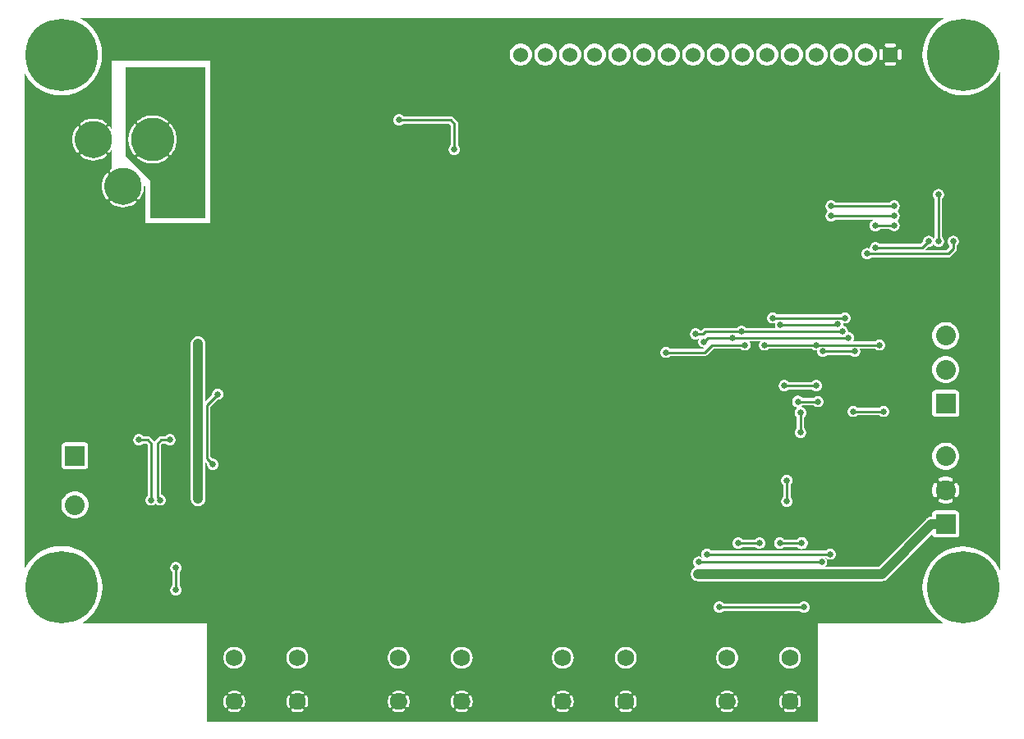
<source format=gbr>
G04 start of page 3 for group 1 idx 1 *
G04 Title: (unknown), solder *
G04 Creator: pcb 4.0.2 *
G04 CreationDate: Wed Jun 16 02:52:31 2021 UTC *
G04 For: railfan *
G04 Format: Gerber/RS-274X *
G04 PCB-Dimensions (mil): 4000.00 2900.00 *
G04 PCB-Coordinate-Origin: lower left *
%MOIN*%
%FSLAX25Y25*%
%LNBOTTOM*%
%ADD52C,0.0472*%
%ADD51C,0.1100*%
%ADD50C,0.1250*%
%ADD49C,0.0390*%
%ADD48C,0.0480*%
%ADD47C,0.0380*%
%ADD46C,0.1285*%
%ADD45C,0.0120*%
%ADD44C,0.0260*%
%ADD43C,0.1500*%
%ADD42C,0.1750*%
%ADD41C,0.0690*%
%ADD40C,0.0800*%
%ADD39C,0.0600*%
%ADD38C,0.2937*%
%ADD37C,0.0250*%
%ADD36C,0.0400*%
%ADD35C,0.0100*%
%ADD34C,0.0001*%
G54D34*G36*
X259000Y171543D02*X253493D01*
Y268487D01*
X253500Y268486D01*
X254206Y268542D01*
X254895Y268707D01*
X255549Y268978D01*
X256153Y269348D01*
X256692Y269808D01*
X257152Y270347D01*
X257522Y270951D01*
X257793Y271605D01*
X257958Y272294D01*
X258000Y273000D01*
X257958Y273706D01*
X257793Y274395D01*
X257522Y275049D01*
X257152Y275653D01*
X256692Y276192D01*
X256153Y276652D01*
X255549Y277022D01*
X254895Y277293D01*
X254206Y277458D01*
X253500Y277514D01*
X253493Y277513D01*
Y288000D01*
X259000D01*
Y273176D01*
X258986Y273000D01*
X259000Y272824D01*
Y171543D01*
G37*
G36*
X253493D02*X243493D01*
Y268487D01*
X243500Y268486D01*
X244206Y268542D01*
X244895Y268707D01*
X245549Y268978D01*
X246153Y269348D01*
X246692Y269808D01*
X247152Y270347D01*
X247522Y270951D01*
X247793Y271605D01*
X247958Y272294D01*
X248000Y273000D01*
X247958Y273706D01*
X247793Y274395D01*
X247522Y275049D01*
X247152Y275653D01*
X246692Y276192D01*
X246153Y276652D01*
X245549Y277022D01*
X244895Y277293D01*
X244206Y277458D01*
X243500Y277514D01*
X243493Y277513D01*
Y288000D01*
X253493D01*
Y277513D01*
X252794Y277458D01*
X252105Y277293D01*
X251451Y277022D01*
X250847Y276652D01*
X250308Y276192D01*
X249848Y275653D01*
X249478Y275049D01*
X249207Y274395D01*
X249042Y273706D01*
X248986Y273000D01*
X249042Y272294D01*
X249207Y271605D01*
X249478Y270951D01*
X249848Y270347D01*
X250308Y269808D01*
X250847Y269348D01*
X251451Y268978D01*
X252105Y268707D01*
X252794Y268542D01*
X253493Y268487D01*
Y171543D01*
G37*
G36*
X243493D02*X233493D01*
Y268487D01*
X233500Y268486D01*
X234206Y268542D01*
X234895Y268707D01*
X235549Y268978D01*
X236153Y269348D01*
X236692Y269808D01*
X237152Y270347D01*
X237522Y270951D01*
X237793Y271605D01*
X237958Y272294D01*
X238000Y273000D01*
X237958Y273706D01*
X237793Y274395D01*
X237522Y275049D01*
X237152Y275653D01*
X236692Y276192D01*
X236153Y276652D01*
X235549Y277022D01*
X234895Y277293D01*
X234206Y277458D01*
X233500Y277514D01*
X233493Y277513D01*
Y288000D01*
X243493D01*
Y277513D01*
X242794Y277458D01*
X242105Y277293D01*
X241451Y277022D01*
X240847Y276652D01*
X240308Y276192D01*
X239848Y275653D01*
X239478Y275049D01*
X239207Y274395D01*
X239042Y273706D01*
X238986Y273000D01*
X239042Y272294D01*
X239207Y271605D01*
X239478Y270951D01*
X239848Y270347D01*
X240308Y269808D01*
X240847Y269348D01*
X241451Y268978D01*
X242105Y268707D01*
X242794Y268542D01*
X243493Y268487D01*
Y171543D01*
G37*
G36*
X233493D02*X223493D01*
Y268487D01*
X223500Y268486D01*
X224206Y268542D01*
X224895Y268707D01*
X225549Y268978D01*
X226153Y269348D01*
X226692Y269808D01*
X227152Y270347D01*
X227522Y270951D01*
X227793Y271605D01*
X227958Y272294D01*
X228000Y273000D01*
X227958Y273706D01*
X227793Y274395D01*
X227522Y275049D01*
X227152Y275653D01*
X226692Y276192D01*
X226153Y276652D01*
X225549Y277022D01*
X224895Y277293D01*
X224206Y277458D01*
X223500Y277514D01*
X223493Y277513D01*
Y288000D01*
X233493D01*
Y277513D01*
X232794Y277458D01*
X232105Y277293D01*
X231451Y277022D01*
X230847Y276652D01*
X230308Y276192D01*
X229848Y275653D01*
X229478Y275049D01*
X229207Y274395D01*
X229042Y273706D01*
X228986Y273000D01*
X229042Y272294D01*
X229207Y271605D01*
X229478Y270951D01*
X229848Y270347D01*
X230308Y269808D01*
X230847Y269348D01*
X231451Y268978D01*
X232105Y268707D01*
X232794Y268542D01*
X233493Y268487D01*
Y171543D01*
G37*
G36*
X223493D02*X213493D01*
Y268487D01*
X213500Y268486D01*
X214206Y268542D01*
X214895Y268707D01*
X215549Y268978D01*
X216153Y269348D01*
X216692Y269808D01*
X217152Y270347D01*
X217522Y270951D01*
X217793Y271605D01*
X217958Y272294D01*
X218000Y273000D01*
X217958Y273706D01*
X217793Y274395D01*
X217522Y275049D01*
X217152Y275653D01*
X216692Y276192D01*
X216153Y276652D01*
X215549Y277022D01*
X214895Y277293D01*
X214206Y277458D01*
X213500Y277514D01*
X213493Y277513D01*
Y288000D01*
X223493D01*
Y277513D01*
X222794Y277458D01*
X222105Y277293D01*
X221451Y277022D01*
X220847Y276652D01*
X220308Y276192D01*
X219848Y275653D01*
X219478Y275049D01*
X219207Y274395D01*
X219042Y273706D01*
X218986Y273000D01*
X219042Y272294D01*
X219207Y271605D01*
X219478Y270951D01*
X219848Y270347D01*
X220308Y269808D01*
X220847Y269348D01*
X221451Y268978D01*
X222105Y268707D01*
X222794Y268542D01*
X223493Y268487D01*
Y171543D01*
G37*
G36*
X213493D02*X203493D01*
Y268487D01*
X203500Y268486D01*
X204206Y268542D01*
X204895Y268707D01*
X205549Y268978D01*
X206153Y269348D01*
X206692Y269808D01*
X207152Y270347D01*
X207522Y270951D01*
X207793Y271605D01*
X207958Y272294D01*
X208000Y273000D01*
X207958Y273706D01*
X207793Y274395D01*
X207522Y275049D01*
X207152Y275653D01*
X206692Y276192D01*
X206153Y276652D01*
X205549Y277022D01*
X204895Y277293D01*
X204206Y277458D01*
X203500Y277514D01*
X203493Y277513D01*
Y288000D01*
X213493D01*
Y277513D01*
X212794Y277458D01*
X212105Y277293D01*
X211451Y277022D01*
X210847Y276652D01*
X210308Y276192D01*
X209848Y275653D01*
X209478Y275049D01*
X209207Y274395D01*
X209042Y273706D01*
X208986Y273000D01*
X209042Y272294D01*
X209207Y271605D01*
X209478Y270951D01*
X209848Y270347D01*
X210308Y269808D01*
X210847Y269348D01*
X211451Y268978D01*
X212105Y268707D01*
X212794Y268542D01*
X213493Y268487D01*
Y171543D01*
G37*
G36*
X203493D02*X165246D01*
Y244900D01*
X174379D01*
X175000Y244279D01*
Y236244D01*
X174869Y236131D01*
X174634Y235856D01*
X174444Y235547D01*
X174306Y235213D01*
X174221Y234861D01*
X174193Y234500D01*
X174221Y234139D01*
X174306Y233787D01*
X174444Y233453D01*
X174634Y233144D01*
X174869Y232869D01*
X175144Y232634D01*
X175453Y232444D01*
X175787Y232306D01*
X176139Y232221D01*
X176500Y232193D01*
X176861Y232221D01*
X177213Y232306D01*
X177547Y232444D01*
X177856Y232634D01*
X178131Y232869D01*
X178366Y233144D01*
X178556Y233453D01*
X178694Y233787D01*
X178779Y234139D01*
X178800Y234500D01*
X178779Y234861D01*
X178694Y235213D01*
X178556Y235547D01*
X178366Y235856D01*
X178131Y236131D01*
X178000Y236244D01*
Y244841D01*
X178005Y244900D01*
X177986Y245135D01*
X177931Y245365D01*
X177841Y245583D01*
X177717Y245784D01*
X177564Y245964D01*
X177519Y246002D01*
X176102Y247419D01*
X176064Y247464D01*
X175884Y247617D01*
X175683Y247741D01*
X175465Y247831D01*
X175235Y247886D01*
X175000Y247905D01*
X174941Y247900D01*
X165246D01*
Y288000D01*
X203493D01*
Y277513D01*
X202794Y277458D01*
X202105Y277293D01*
X201451Y277022D01*
X200847Y276652D01*
X200308Y276192D01*
X199848Y275653D01*
X199478Y275049D01*
X199207Y274395D01*
X199042Y273706D01*
X198986Y273000D01*
X199042Y272294D01*
X199207Y271605D01*
X199478Y270951D01*
X199848Y270347D01*
X200308Y269808D01*
X200847Y269348D01*
X201451Y268978D01*
X202105Y268707D01*
X202794Y268542D01*
X203493Y268487D01*
Y171543D01*
G37*
G36*
X165246D02*X110000D01*
Y288000D01*
X165246D01*
Y247900D01*
X155829D01*
X155631Y248131D01*
X155356Y248366D01*
X155047Y248556D01*
X154713Y248694D01*
X154361Y248779D01*
X154000Y248807D01*
X153639Y248779D01*
X153287Y248694D01*
X152953Y248556D01*
X152644Y248366D01*
X152369Y248131D01*
X152134Y247856D01*
X151944Y247547D01*
X151806Y247213D01*
X151721Y246861D01*
X151693Y246500D01*
X151721Y246139D01*
X151806Y245787D01*
X151944Y245453D01*
X152134Y245144D01*
X152369Y244869D01*
X152644Y244634D01*
X152953Y244444D01*
X153287Y244306D01*
X153639Y244221D01*
X154000Y244193D01*
X154361Y244221D01*
X154713Y244306D01*
X155047Y244444D01*
X155356Y244634D01*
X155631Y244869D01*
X155658Y244900D01*
X165246D01*
Y171543D01*
G37*
G36*
X316472Y54400D02*X324000D01*
Y2000D01*
X316472D01*
Y7717D01*
X316531Y7762D01*
X316586Y7818D01*
X316630Y7884D01*
X316819Y8230D01*
X316972Y8594D01*
X317093Y8970D01*
X317180Y9356D01*
X317232Y9747D01*
X317250Y10142D01*
X317232Y10536D01*
X317180Y10928D01*
X317093Y11313D01*
X316972Y11689D01*
X316819Y12053D01*
X316634Y12402D01*
X316589Y12467D01*
X316534Y12524D01*
X316472Y12571D01*
Y25342D01*
X316772Y25832D01*
X317041Y26479D01*
X317204Y27160D01*
X317245Y27858D01*
X317204Y28557D01*
X317041Y29238D01*
X316772Y29885D01*
X316472Y30375D01*
Y47000D01*
X316756D01*
X316869Y46869D01*
X317144Y46634D01*
X317453Y46444D01*
X317787Y46306D01*
X318139Y46221D01*
X318500Y46193D01*
X318861Y46221D01*
X319213Y46306D01*
X319547Y46444D01*
X319856Y46634D01*
X320131Y46869D01*
X320366Y47144D01*
X320556Y47453D01*
X320694Y47787D01*
X320779Y48139D01*
X320800Y48500D01*
X320779Y48861D01*
X320694Y49213D01*
X320556Y49547D01*
X320366Y49856D01*
X320131Y50131D01*
X319856Y50366D01*
X319547Y50556D01*
X319213Y50694D01*
X318861Y50779D01*
X318500Y50807D01*
X318139Y50779D01*
X317787Y50694D01*
X317453Y50556D01*
X317144Y50366D01*
X316869Y50131D01*
X316756Y50000D01*
X316472D01*
Y54400D01*
G37*
G36*
Y30375D02*X316407Y30482D01*
X315952Y31015D01*
X315419Y31469D01*
X314822Y31835D01*
X314175Y32104D01*
X313494Y32267D01*
X312797Y32322D01*
Y47000D01*
X316472D01*
Y30375D01*
G37*
G36*
Y2000D02*X312797D01*
Y5687D01*
X313190Y5705D01*
X313581Y5757D01*
X313967Y5844D01*
X314343Y5965D01*
X314707Y6118D01*
X315056Y6304D01*
X315121Y6348D01*
X315178Y6403D01*
X315226Y6467D01*
X315263Y6537D01*
X315289Y6612D01*
X315302Y6690D01*
X315304Y6769D01*
X315293Y6847D01*
X315270Y6923D01*
X315235Y6994D01*
X315189Y7059D01*
X315134Y7116D01*
X315071Y7164D01*
X315001Y7201D01*
X314926Y7227D01*
X314848Y7241D01*
X314769Y7242D01*
X314690Y7231D01*
X314615Y7208D01*
X314544Y7172D01*
X314276Y7026D01*
X313994Y6907D01*
X313703Y6813D01*
X313404Y6746D01*
X313101Y6705D01*
X312797Y6692D01*
Y13592D01*
X313101Y13578D01*
X313404Y13538D01*
X313703Y13470D01*
X313994Y13377D01*
X314276Y13258D01*
X314546Y13115D01*
X314616Y13079D01*
X314691Y13056D01*
X314769Y13045D01*
X314848Y13046D01*
X314925Y13060D01*
X315000Y13085D01*
X315069Y13122D01*
X315132Y13170D01*
X315187Y13226D01*
X315232Y13291D01*
X315266Y13362D01*
X315289Y13437D01*
X315300Y13515D01*
X315299Y13593D01*
X315285Y13671D01*
X315260Y13745D01*
X315223Y13815D01*
X315175Y13878D01*
X315119Y13932D01*
X315053Y13976D01*
X314707Y14165D01*
X314343Y14319D01*
X313967Y14439D01*
X313581Y14526D01*
X313190Y14579D01*
X312797Y14596D01*
Y23395D01*
X313494Y23450D01*
X314175Y23613D01*
X314822Y23881D01*
X315419Y24247D01*
X315952Y24702D01*
X316407Y25235D01*
X316472Y25342D01*
Y12571D01*
X316470Y12572D01*
X316400Y12609D01*
X316325Y12635D01*
X316247Y12649D01*
X316168Y12650D01*
X316090Y12639D01*
X316014Y12616D01*
X315943Y12581D01*
X315878Y12536D01*
X315821Y12481D01*
X315773Y12418D01*
X315736Y12348D01*
X315710Y12273D01*
X315696Y12195D01*
X315695Y12115D01*
X315706Y12037D01*
X315729Y11961D01*
X315765Y11891D01*
X315911Y11622D01*
X316030Y11340D01*
X316124Y11049D01*
X316191Y10751D01*
X316232Y10447D01*
X316245Y10142D01*
X316232Y9836D01*
X316191Y9533D01*
X316124Y9234D01*
X316030Y8943D01*
X315911Y8661D01*
X315768Y8391D01*
X315732Y8321D01*
X315709Y8246D01*
X315698Y8168D01*
X315700Y8089D01*
X315713Y8012D01*
X315739Y7937D01*
X315776Y7868D01*
X315823Y7805D01*
X315880Y7750D01*
X315944Y7705D01*
X316015Y7671D01*
X316090Y7648D01*
X316168Y7637D01*
X316247Y7638D01*
X316325Y7652D01*
X316399Y7677D01*
X316468Y7714D01*
X316472Y7717D01*
Y2000D01*
G37*
G36*
X312797Y54400D02*X316472D01*
Y50000D01*
X312797D01*
Y54400D01*
G37*
G36*
X309118Y47000D02*X312797D01*
Y32322D01*
X312795Y32322D01*
X312097Y32267D01*
X311416Y32104D01*
X310769Y31835D01*
X310172Y31469D01*
X309639Y31015D01*
X309184Y30482D01*
X309118Y30375D01*
Y47000D01*
G37*
G36*
X312797Y2000D02*X309118D01*
Y7713D01*
X309120Y7711D01*
X309190Y7674D01*
X309265Y7648D01*
X309343Y7635D01*
X309422Y7633D01*
X309501Y7644D01*
X309577Y7667D01*
X309648Y7702D01*
X309713Y7748D01*
X309770Y7803D01*
X309817Y7866D01*
X309855Y7936D01*
X309881Y8011D01*
X309894Y8089D01*
X309896Y8168D01*
X309885Y8247D01*
X309861Y8322D01*
X309825Y8393D01*
X309679Y8661D01*
X309560Y8943D01*
X309467Y9234D01*
X309399Y9533D01*
X309359Y9836D01*
X309345Y10142D01*
X309359Y10447D01*
X309399Y10751D01*
X309467Y11049D01*
X309560Y11340D01*
X309679Y11622D01*
X309822Y11892D01*
X309858Y11962D01*
X309881Y12038D01*
X309892Y12116D01*
X309891Y12194D01*
X309877Y12272D01*
X309852Y12346D01*
X309815Y12416D01*
X309767Y12479D01*
X309711Y12533D01*
X309646Y12578D01*
X309575Y12613D01*
X309500Y12636D01*
X309422Y12647D01*
X309344Y12645D01*
X309266Y12632D01*
X309192Y12606D01*
X309122Y12569D01*
X309118Y12566D01*
Y25342D01*
X309184Y25235D01*
X309639Y24702D01*
X310172Y24247D01*
X310769Y23881D01*
X311416Y23613D01*
X312097Y23450D01*
X312795Y23395D01*
X312797Y23395D01*
Y14596D01*
X312795Y14596D01*
X312401Y14579D01*
X312009Y14526D01*
X311624Y14439D01*
X311248Y14319D01*
X310884Y14165D01*
X310535Y13980D01*
X310470Y13935D01*
X310413Y13880D01*
X310365Y13817D01*
X310328Y13747D01*
X310302Y13672D01*
X310288Y13594D01*
X310287Y13515D01*
X310298Y13436D01*
X310321Y13360D01*
X310356Y13289D01*
X310401Y13224D01*
X310456Y13167D01*
X310519Y13120D01*
X310589Y13082D01*
X310664Y13057D01*
X310742Y13043D01*
X310822Y13041D01*
X310900Y13052D01*
X310976Y13076D01*
X311046Y13112D01*
X311315Y13258D01*
X311597Y13377D01*
X311888Y13470D01*
X312186Y13538D01*
X312490Y13578D01*
X312795Y13592D01*
X312797Y13592D01*
Y6692D01*
X312795Y6692D01*
X312490Y6705D01*
X312186Y6746D01*
X311888Y6813D01*
X311597Y6907D01*
X311315Y7026D01*
X311045Y7169D01*
X310975Y7205D01*
X310899Y7228D01*
X310821Y7239D01*
X310743Y7237D01*
X310665Y7224D01*
X310591Y7198D01*
X310521Y7161D01*
X310458Y7114D01*
X310404Y7057D01*
X310359Y6993D01*
X310324Y6922D01*
X310301Y6847D01*
X310290Y6769D01*
X310292Y6690D01*
X310305Y6612D01*
X310331Y6538D01*
X310368Y6469D01*
X310415Y6406D01*
X310472Y6351D01*
X310537Y6307D01*
X310884Y6118D01*
X311248Y5965D01*
X311624Y5844D01*
X312009Y5757D01*
X312401Y5705D01*
X312795Y5687D01*
X312797Y5687D01*
Y2000D01*
G37*
G36*
X309118D02*X301246D01*
Y47000D01*
X309118D01*
Y30375D01*
X308818Y29885D01*
X308550Y29238D01*
X308387Y28557D01*
X308332Y27858D01*
X308387Y27160D01*
X308550Y26479D01*
X308818Y25832D01*
X309118Y25342D01*
Y12566D01*
X309059Y12522D01*
X309005Y12465D01*
X308961Y12400D01*
X308772Y12053D01*
X308618Y11689D01*
X308498Y11313D01*
X308411Y10928D01*
X308358Y10536D01*
X308341Y10142D01*
X308358Y9747D01*
X308411Y9356D01*
X308498Y8970D01*
X308618Y8594D01*
X308772Y8230D01*
X308957Y7881D01*
X309002Y7816D01*
X309057Y7759D01*
X309118Y7713D01*
Y2000D01*
G37*
G36*
X301246Y54400D02*X312797D01*
Y50000D01*
X301246D01*
Y54400D01*
G37*
G36*
X290882Y47000D02*X301246D01*
Y2000D01*
X290882D01*
Y7717D01*
X290941Y7762D01*
X290995Y7818D01*
X291039Y7884D01*
X291228Y8230D01*
X291382Y8594D01*
X291502Y8970D01*
X291589Y9356D01*
X291642Y9747D01*
X291659Y10142D01*
X291642Y10536D01*
X291589Y10928D01*
X291502Y11313D01*
X291382Y11689D01*
X291228Y12053D01*
X291043Y12402D01*
X290998Y12467D01*
X290943Y12524D01*
X290882Y12571D01*
Y25342D01*
X291182Y25832D01*
X291450Y26479D01*
X291613Y27160D01*
X291655Y27858D01*
X291613Y28557D01*
X291450Y29238D01*
X291182Y29885D01*
X290882Y30375D01*
Y47000D01*
G37*
G36*
Y2000D02*X287206D01*
Y5687D01*
X287599Y5705D01*
X287991Y5757D01*
X288376Y5844D01*
X288752Y5965D01*
X289116Y6118D01*
X289465Y6304D01*
X289530Y6348D01*
X289587Y6403D01*
X289635Y6467D01*
X289672Y6537D01*
X289698Y6612D01*
X289712Y6690D01*
X289713Y6769D01*
X289702Y6847D01*
X289679Y6923D01*
X289644Y6994D01*
X289599Y7059D01*
X289544Y7116D01*
X289481Y7164D01*
X289411Y7201D01*
X289336Y7227D01*
X289258Y7241D01*
X289178Y7242D01*
X289100Y7231D01*
X289024Y7208D01*
X288954Y7172D01*
X288685Y7026D01*
X288403Y6907D01*
X288112Y6813D01*
X287814Y6746D01*
X287510Y6705D01*
X287206Y6692D01*
Y13592D01*
X287510Y13578D01*
X287814Y13538D01*
X288112Y13470D01*
X288403Y13377D01*
X288685Y13258D01*
X288955Y13115D01*
X289025Y13079D01*
X289101Y13056D01*
X289179Y13045D01*
X289257Y13046D01*
X289335Y13060D01*
X289409Y13085D01*
X289479Y13122D01*
X289542Y13170D01*
X289596Y13226D01*
X289641Y13291D01*
X289676Y13362D01*
X289699Y13437D01*
X289710Y13515D01*
X289708Y13593D01*
X289695Y13671D01*
X289669Y13745D01*
X289632Y13815D01*
X289585Y13878D01*
X289528Y13932D01*
X289463Y13976D01*
X289116Y14165D01*
X288752Y14319D01*
X288376Y14439D01*
X287991Y14526D01*
X287599Y14579D01*
X287206Y14596D01*
Y23395D01*
X287903Y23450D01*
X288584Y23613D01*
X289231Y23881D01*
X289828Y24247D01*
X290361Y24702D01*
X290816Y25235D01*
X290882Y25342D01*
Y12571D01*
X290880Y12572D01*
X290810Y12609D01*
X290735Y12635D01*
X290657Y12649D01*
X290578Y12650D01*
X290499Y12639D01*
X290423Y12616D01*
X290352Y12581D01*
X290287Y12536D01*
X290230Y12481D01*
X290182Y12418D01*
X290145Y12348D01*
X290119Y12273D01*
X290106Y12195D01*
X290104Y12115D01*
X290115Y12037D01*
X290139Y11961D01*
X290175Y11891D01*
X290321Y11622D01*
X290440Y11340D01*
X290533Y11049D01*
X290601Y10751D01*
X290641Y10447D01*
X290655Y10142D01*
X290641Y9836D01*
X290601Y9533D01*
X290533Y9234D01*
X290440Y8943D01*
X290321Y8661D01*
X290178Y8391D01*
X290142Y8321D01*
X290119Y8246D01*
X290108Y8168D01*
X290109Y8089D01*
X290123Y8012D01*
X290148Y7937D01*
X290185Y7868D01*
X290233Y7805D01*
X290289Y7750D01*
X290354Y7705D01*
X290425Y7671D01*
X290500Y7648D01*
X290578Y7637D01*
X290656Y7638D01*
X290734Y7652D01*
X290808Y7677D01*
X290878Y7714D01*
X290882Y7717D01*
Y2000D01*
G37*
G36*
X287206Y47000D02*X290882D01*
Y30375D01*
X290816Y30482D01*
X290361Y31015D01*
X289828Y31469D01*
X289231Y31835D01*
X288584Y32104D01*
X287903Y32267D01*
X287206Y32322D01*
Y47000D01*
G37*
G36*
Y54400D02*X301246D01*
Y50000D01*
X287206D01*
Y54400D01*
G37*
G36*
X283528Y25342D02*X283593Y25235D01*
X284048Y24702D01*
X284581Y24247D01*
X285178Y23881D01*
X285825Y23613D01*
X286506Y23450D01*
X287205Y23395D01*
X287206Y23395D01*
Y14596D01*
X287205Y14596D01*
X286810Y14579D01*
X286419Y14526D01*
X286033Y14439D01*
X285657Y14319D01*
X285293Y14165D01*
X284944Y13980D01*
X284879Y13935D01*
X284822Y13880D01*
X284774Y13817D01*
X284737Y13747D01*
X284711Y13672D01*
X284698Y13594D01*
X284696Y13515D01*
X284707Y13436D01*
X284730Y13360D01*
X284765Y13289D01*
X284811Y13224D01*
X284866Y13167D01*
X284929Y13120D01*
X284999Y13082D01*
X285074Y13057D01*
X285152Y13043D01*
X285231Y13041D01*
X285310Y13052D01*
X285385Y13076D01*
X285456Y13112D01*
X285724Y13258D01*
X286006Y13377D01*
X286297Y13470D01*
X286596Y13538D01*
X286899Y13578D01*
X287205Y13592D01*
X287206Y13592D01*
Y6692D01*
X287205Y6692D01*
X286899Y6705D01*
X286596Y6746D01*
X286297Y6813D01*
X286006Y6907D01*
X285724Y7026D01*
X285454Y7169D01*
X285384Y7205D01*
X285309Y7228D01*
X285231Y7239D01*
X285152Y7237D01*
X285075Y7224D01*
X285000Y7198D01*
X284931Y7161D01*
X284868Y7114D01*
X284813Y7057D01*
X284768Y6993D01*
X284734Y6922D01*
X284711Y6847D01*
X284700Y6769D01*
X284701Y6690D01*
X284715Y6612D01*
X284740Y6538D01*
X284777Y6469D01*
X284825Y6406D01*
X284881Y6351D01*
X284947Y6307D01*
X285293Y6118D01*
X285657Y5965D01*
X286033Y5844D01*
X286419Y5757D01*
X286810Y5705D01*
X287205Y5687D01*
X287206Y5687D01*
Y2000D01*
X283528D01*
Y7713D01*
X283530Y7711D01*
X283600Y7674D01*
X283675Y7648D01*
X283753Y7635D01*
X283832Y7633D01*
X283910Y7644D01*
X283986Y7667D01*
X284057Y7702D01*
X284122Y7748D01*
X284179Y7803D01*
X284227Y7866D01*
X284264Y7936D01*
X284290Y8011D01*
X284304Y8089D01*
X284305Y8168D01*
X284294Y8247D01*
X284271Y8322D01*
X284235Y8393D01*
X284089Y8661D01*
X283970Y8943D01*
X283876Y9234D01*
X283809Y9533D01*
X283768Y9836D01*
X283755Y10142D01*
X283768Y10447D01*
X283809Y10751D01*
X283876Y11049D01*
X283970Y11340D01*
X284089Y11622D01*
X284232Y11892D01*
X284268Y11962D01*
X284291Y12038D01*
X284302Y12116D01*
X284300Y12194D01*
X284287Y12272D01*
X284261Y12346D01*
X284224Y12416D01*
X284177Y12479D01*
X284120Y12533D01*
X284056Y12578D01*
X283985Y12613D01*
X283910Y12636D01*
X283832Y12647D01*
X283753Y12645D01*
X283675Y12632D01*
X283601Y12606D01*
X283532Y12569D01*
X283528Y12566D01*
Y25342D01*
G37*
G36*
Y46248D02*X283639Y46221D01*
X284000Y46193D01*
X284361Y46221D01*
X284713Y46306D01*
X285047Y46444D01*
X285356Y46634D01*
X285631Y46869D01*
X285744Y47000D01*
X287206D01*
Y32322D01*
X287205Y32322D01*
X286506Y32267D01*
X285825Y32104D01*
X285178Y31835D01*
X284581Y31469D01*
X284048Y31015D01*
X283593Y30482D01*
X283528Y30375D01*
Y46248D01*
G37*
G36*
Y54400D02*X287206D01*
Y50000D01*
X285744D01*
X285631Y50131D01*
X285356Y50366D01*
X285047Y50556D01*
X284713Y50694D01*
X284361Y50779D01*
X284000Y50807D01*
X283639Y50779D01*
X283528Y50752D01*
Y54400D01*
G37*
G36*
X249772D02*X283528D01*
Y50752D01*
X283287Y50694D01*
X282953Y50556D01*
X282644Y50366D01*
X282369Y50131D01*
X282134Y49856D01*
X281944Y49547D01*
X281806Y49213D01*
X281721Y48861D01*
X281693Y48500D01*
X281721Y48139D01*
X281806Y47787D01*
X281944Y47453D01*
X282134Y47144D01*
X282369Y46869D01*
X282644Y46634D01*
X282953Y46444D01*
X283287Y46306D01*
X283528Y46248D01*
Y30375D01*
X283228Y29885D01*
X282959Y29238D01*
X282796Y28557D01*
X282741Y27858D01*
X282796Y27160D01*
X282959Y26479D01*
X283228Y25832D01*
X283528Y25342D01*
Y12566D01*
X283469Y12522D01*
X283414Y12465D01*
X283370Y12400D01*
X283181Y12053D01*
X283028Y11689D01*
X282907Y11313D01*
X282820Y10928D01*
X282768Y10536D01*
X282750Y10142D01*
X282768Y9747D01*
X282820Y9356D01*
X282907Y8970D01*
X283028Y8594D01*
X283181Y8230D01*
X283366Y7881D01*
X283411Y7816D01*
X283466Y7759D01*
X283528Y7713D01*
Y2000D01*
X249772D01*
Y7717D01*
X249831Y7762D01*
X249886Y7818D01*
X249930Y7884D01*
X250119Y8230D01*
X250272Y8594D01*
X250393Y8970D01*
X250480Y9356D01*
X250532Y9747D01*
X250550Y10142D01*
X250532Y10536D01*
X250480Y10928D01*
X250393Y11313D01*
X250272Y11689D01*
X250119Y12053D01*
X249934Y12402D01*
X249889Y12467D01*
X249834Y12524D01*
X249772Y12571D01*
Y25342D01*
X250072Y25832D01*
X250341Y26479D01*
X250504Y27160D01*
X250545Y27858D01*
X250504Y28557D01*
X250341Y29238D01*
X250072Y29885D01*
X249772Y30375D01*
Y54400D01*
G37*
G36*
Y2000D02*X246097D01*
Y5687D01*
X246490Y5705D01*
X246881Y5757D01*
X247267Y5844D01*
X247643Y5965D01*
X248007Y6118D01*
X248356Y6304D01*
X248421Y6348D01*
X248478Y6403D01*
X248526Y6467D01*
X248563Y6537D01*
X248589Y6612D01*
X248602Y6690D01*
X248604Y6769D01*
X248593Y6847D01*
X248570Y6923D01*
X248535Y6994D01*
X248489Y7059D01*
X248434Y7116D01*
X248371Y7164D01*
X248301Y7201D01*
X248226Y7227D01*
X248148Y7241D01*
X248069Y7242D01*
X247990Y7231D01*
X247915Y7208D01*
X247844Y7172D01*
X247576Y7026D01*
X247294Y6907D01*
X247003Y6813D01*
X246704Y6746D01*
X246401Y6705D01*
X246097Y6692D01*
Y13592D01*
X246401Y13578D01*
X246704Y13538D01*
X247003Y13470D01*
X247294Y13377D01*
X247576Y13258D01*
X247846Y13115D01*
X247916Y13079D01*
X247991Y13056D01*
X248069Y13045D01*
X248148Y13046D01*
X248225Y13060D01*
X248300Y13085D01*
X248369Y13122D01*
X248432Y13170D01*
X248487Y13226D01*
X248532Y13291D01*
X248566Y13362D01*
X248589Y13437D01*
X248600Y13515D01*
X248599Y13593D01*
X248585Y13671D01*
X248560Y13745D01*
X248523Y13815D01*
X248475Y13878D01*
X248419Y13932D01*
X248353Y13976D01*
X248007Y14165D01*
X247643Y14319D01*
X247267Y14439D01*
X246881Y14526D01*
X246490Y14579D01*
X246097Y14596D01*
Y23395D01*
X246794Y23450D01*
X247475Y23613D01*
X248122Y23881D01*
X248719Y24247D01*
X249252Y24702D01*
X249707Y25235D01*
X249772Y25342D01*
Y12571D01*
X249770Y12572D01*
X249700Y12609D01*
X249625Y12635D01*
X249547Y12649D01*
X249468Y12650D01*
X249390Y12639D01*
X249314Y12616D01*
X249243Y12581D01*
X249178Y12536D01*
X249121Y12481D01*
X249073Y12418D01*
X249036Y12348D01*
X249010Y12273D01*
X248996Y12195D01*
X248995Y12115D01*
X249006Y12037D01*
X249029Y11961D01*
X249065Y11891D01*
X249211Y11622D01*
X249330Y11340D01*
X249424Y11049D01*
X249491Y10751D01*
X249532Y10447D01*
X249545Y10142D01*
X249532Y9836D01*
X249491Y9533D01*
X249424Y9234D01*
X249330Y8943D01*
X249211Y8661D01*
X249068Y8391D01*
X249032Y8321D01*
X249009Y8246D01*
X248998Y8168D01*
X249000Y8089D01*
X249013Y8012D01*
X249039Y7937D01*
X249076Y7868D01*
X249123Y7805D01*
X249180Y7750D01*
X249244Y7705D01*
X249315Y7671D01*
X249390Y7648D01*
X249468Y7637D01*
X249547Y7638D01*
X249625Y7652D01*
X249699Y7677D01*
X249768Y7714D01*
X249772Y7717D01*
Y2000D01*
G37*
G36*
X246097Y54400D02*X249772D01*
Y30375D01*
X249707Y30482D01*
X249252Y31015D01*
X248719Y31469D01*
X248122Y31835D01*
X247475Y32104D01*
X246794Y32267D01*
X246097Y32322D01*
Y54400D01*
G37*
G36*
X242418Y25342D02*X242484Y25235D01*
X242939Y24702D01*
X243472Y24247D01*
X244069Y23881D01*
X244716Y23613D01*
X245397Y23450D01*
X246095Y23395D01*
X246097Y23395D01*
Y14596D01*
X246095Y14596D01*
X245701Y14579D01*
X245309Y14526D01*
X244924Y14439D01*
X244548Y14319D01*
X244184Y14165D01*
X243835Y13980D01*
X243770Y13935D01*
X243713Y13880D01*
X243665Y13817D01*
X243628Y13747D01*
X243602Y13672D01*
X243588Y13594D01*
X243587Y13515D01*
X243598Y13436D01*
X243621Y13360D01*
X243656Y13289D01*
X243701Y13224D01*
X243756Y13167D01*
X243819Y13120D01*
X243889Y13082D01*
X243964Y13057D01*
X244042Y13043D01*
X244122Y13041D01*
X244200Y13052D01*
X244276Y13076D01*
X244346Y13112D01*
X244615Y13258D01*
X244897Y13377D01*
X245188Y13470D01*
X245486Y13538D01*
X245790Y13578D01*
X246095Y13592D01*
X246097Y13592D01*
Y6692D01*
X246095Y6692D01*
X245790Y6705D01*
X245486Y6746D01*
X245188Y6813D01*
X244897Y6907D01*
X244615Y7026D01*
X244345Y7169D01*
X244275Y7205D01*
X244199Y7228D01*
X244121Y7239D01*
X244043Y7237D01*
X243965Y7224D01*
X243891Y7198D01*
X243821Y7161D01*
X243758Y7114D01*
X243704Y7057D01*
X243659Y6993D01*
X243624Y6922D01*
X243601Y6847D01*
X243590Y6769D01*
X243592Y6690D01*
X243605Y6612D01*
X243631Y6538D01*
X243668Y6469D01*
X243715Y6406D01*
X243772Y6351D01*
X243837Y6307D01*
X244184Y6118D01*
X244548Y5965D01*
X244924Y5844D01*
X245309Y5757D01*
X245701Y5705D01*
X246095Y5687D01*
X246097Y5687D01*
Y2000D01*
X242418D01*
Y7713D01*
X242420Y7711D01*
X242490Y7674D01*
X242565Y7648D01*
X242643Y7635D01*
X242722Y7633D01*
X242801Y7644D01*
X242877Y7667D01*
X242948Y7702D01*
X243013Y7748D01*
X243070Y7803D01*
X243117Y7866D01*
X243155Y7936D01*
X243181Y8011D01*
X243194Y8089D01*
X243196Y8168D01*
X243185Y8247D01*
X243161Y8322D01*
X243125Y8393D01*
X242979Y8661D01*
X242860Y8943D01*
X242767Y9234D01*
X242699Y9533D01*
X242659Y9836D01*
X242645Y10142D01*
X242659Y10447D01*
X242699Y10751D01*
X242767Y11049D01*
X242860Y11340D01*
X242979Y11622D01*
X243122Y11892D01*
X243158Y11962D01*
X243181Y12038D01*
X243192Y12116D01*
X243191Y12194D01*
X243177Y12272D01*
X243152Y12346D01*
X243115Y12416D01*
X243067Y12479D01*
X243011Y12533D01*
X242946Y12578D01*
X242875Y12613D01*
X242800Y12636D01*
X242722Y12647D01*
X242644Y12645D01*
X242566Y12632D01*
X242492Y12606D01*
X242422Y12569D01*
X242418Y12566D01*
Y25342D01*
G37*
G36*
Y54400D02*X246097D01*
Y32322D01*
X246095Y32322D01*
X245397Y32267D01*
X244716Y32104D01*
X244069Y31835D01*
X243472Y31469D01*
X242939Y31015D01*
X242484Y30482D01*
X242418Y30375D01*
Y54400D01*
G37*
G36*
X224182D02*X242418D01*
Y30375D01*
X242118Y29885D01*
X241850Y29238D01*
X241687Y28557D01*
X241632Y27858D01*
X241687Y27160D01*
X241850Y26479D01*
X242118Y25832D01*
X242418Y25342D01*
Y12566D01*
X242359Y12522D01*
X242305Y12465D01*
X242261Y12400D01*
X242072Y12053D01*
X241918Y11689D01*
X241798Y11313D01*
X241711Y10928D01*
X241658Y10536D01*
X241641Y10142D01*
X241658Y9747D01*
X241711Y9356D01*
X241798Y8970D01*
X241918Y8594D01*
X242072Y8230D01*
X242257Y7881D01*
X242302Y7816D01*
X242357Y7759D01*
X242418Y7713D01*
Y2000D01*
X224182D01*
Y7717D01*
X224241Y7762D01*
X224295Y7818D01*
X224339Y7884D01*
X224528Y8230D01*
X224682Y8594D01*
X224802Y8970D01*
X224889Y9356D01*
X224942Y9747D01*
X224959Y10142D01*
X224942Y10536D01*
X224889Y10928D01*
X224802Y11313D01*
X224682Y11689D01*
X224528Y12053D01*
X224343Y12402D01*
X224298Y12467D01*
X224243Y12524D01*
X224182Y12571D01*
Y25342D01*
X224482Y25832D01*
X224750Y26479D01*
X224913Y27160D01*
X224955Y27858D01*
X224913Y28557D01*
X224750Y29238D01*
X224482Y29885D01*
X224182Y30375D01*
Y54400D01*
G37*
G36*
Y2000D02*X220506D01*
Y5687D01*
X220899Y5705D01*
X221291Y5757D01*
X221676Y5844D01*
X222052Y5965D01*
X222416Y6118D01*
X222765Y6304D01*
X222830Y6348D01*
X222887Y6403D01*
X222935Y6467D01*
X222972Y6537D01*
X222998Y6612D01*
X223012Y6690D01*
X223013Y6769D01*
X223002Y6847D01*
X222979Y6923D01*
X222944Y6994D01*
X222899Y7059D01*
X222844Y7116D01*
X222781Y7164D01*
X222711Y7201D01*
X222636Y7227D01*
X222558Y7241D01*
X222478Y7242D01*
X222400Y7231D01*
X222324Y7208D01*
X222254Y7172D01*
X221985Y7026D01*
X221703Y6907D01*
X221412Y6813D01*
X221114Y6746D01*
X220810Y6705D01*
X220506Y6692D01*
Y13592D01*
X220810Y13578D01*
X221114Y13538D01*
X221412Y13470D01*
X221703Y13377D01*
X221985Y13258D01*
X222255Y13115D01*
X222325Y13079D01*
X222401Y13056D01*
X222479Y13045D01*
X222557Y13046D01*
X222635Y13060D01*
X222709Y13085D01*
X222779Y13122D01*
X222842Y13170D01*
X222896Y13226D01*
X222941Y13291D01*
X222976Y13362D01*
X222999Y13437D01*
X223010Y13515D01*
X223008Y13593D01*
X222995Y13671D01*
X222969Y13745D01*
X222932Y13815D01*
X222885Y13878D01*
X222828Y13932D01*
X222763Y13976D01*
X222416Y14165D01*
X222052Y14319D01*
X221676Y14439D01*
X221291Y14526D01*
X220899Y14579D01*
X220506Y14596D01*
Y23395D01*
X221203Y23450D01*
X221884Y23613D01*
X222531Y23881D01*
X223128Y24247D01*
X223661Y24702D01*
X224116Y25235D01*
X224182Y25342D01*
Y12571D01*
X224180Y12572D01*
X224110Y12609D01*
X224035Y12635D01*
X223957Y12649D01*
X223878Y12650D01*
X223799Y12639D01*
X223723Y12616D01*
X223652Y12581D01*
X223587Y12536D01*
X223530Y12481D01*
X223482Y12418D01*
X223445Y12348D01*
X223419Y12273D01*
X223406Y12195D01*
X223404Y12115D01*
X223415Y12037D01*
X223439Y11961D01*
X223475Y11891D01*
X223621Y11622D01*
X223740Y11340D01*
X223833Y11049D01*
X223901Y10751D01*
X223941Y10447D01*
X223955Y10142D01*
X223941Y9836D01*
X223901Y9533D01*
X223833Y9234D01*
X223740Y8943D01*
X223621Y8661D01*
X223478Y8391D01*
X223442Y8321D01*
X223419Y8246D01*
X223408Y8168D01*
X223409Y8089D01*
X223423Y8012D01*
X223448Y7937D01*
X223485Y7868D01*
X223533Y7805D01*
X223589Y7750D01*
X223654Y7705D01*
X223725Y7671D01*
X223800Y7648D01*
X223878Y7637D01*
X223956Y7638D01*
X224034Y7652D01*
X224108Y7677D01*
X224178Y7714D01*
X224182Y7717D01*
Y2000D01*
G37*
G36*
X220506Y54400D02*X224182D01*
Y30375D01*
X224116Y30482D01*
X223661Y31015D01*
X223128Y31469D01*
X222531Y31835D01*
X221884Y32104D01*
X221203Y32267D01*
X220506Y32322D01*
Y54400D01*
G37*
G36*
X216828Y25342D02*X216893Y25235D01*
X217348Y24702D01*
X217881Y24247D01*
X218478Y23881D01*
X219125Y23613D01*
X219806Y23450D01*
X220505Y23395D01*
X220506Y23395D01*
Y14596D01*
X220505Y14596D01*
X220110Y14579D01*
X219719Y14526D01*
X219333Y14439D01*
X218957Y14319D01*
X218593Y14165D01*
X218244Y13980D01*
X218179Y13935D01*
X218122Y13880D01*
X218074Y13817D01*
X218037Y13747D01*
X218011Y13672D01*
X217998Y13594D01*
X217996Y13515D01*
X218007Y13436D01*
X218030Y13360D01*
X218065Y13289D01*
X218111Y13224D01*
X218166Y13167D01*
X218229Y13120D01*
X218299Y13082D01*
X218374Y13057D01*
X218452Y13043D01*
X218531Y13041D01*
X218609Y13052D01*
X218685Y13076D01*
X218756Y13112D01*
X219024Y13258D01*
X219306Y13377D01*
X219597Y13470D01*
X219896Y13538D01*
X220199Y13578D01*
X220505Y13592D01*
X220506Y13592D01*
Y6692D01*
X220505Y6692D01*
X220199Y6705D01*
X219896Y6746D01*
X219597Y6813D01*
X219306Y6907D01*
X219024Y7026D01*
X218754Y7169D01*
X218684Y7205D01*
X218609Y7228D01*
X218531Y7239D01*
X218452Y7237D01*
X218375Y7224D01*
X218300Y7198D01*
X218231Y7161D01*
X218168Y7114D01*
X218113Y7057D01*
X218068Y6993D01*
X218034Y6922D01*
X218011Y6847D01*
X218000Y6769D01*
X218001Y6690D01*
X218015Y6612D01*
X218040Y6538D01*
X218077Y6469D01*
X218125Y6406D01*
X218181Y6351D01*
X218247Y6307D01*
X218593Y6118D01*
X218957Y5965D01*
X219333Y5844D01*
X219719Y5757D01*
X220110Y5705D01*
X220505Y5687D01*
X220506Y5687D01*
Y2000D01*
X216828D01*
Y7713D01*
X216830Y7711D01*
X216900Y7674D01*
X216975Y7648D01*
X217053Y7635D01*
X217132Y7633D01*
X217210Y7644D01*
X217286Y7667D01*
X217357Y7702D01*
X217422Y7748D01*
X217479Y7803D01*
X217527Y7866D01*
X217564Y7936D01*
X217590Y8011D01*
X217604Y8089D01*
X217605Y8168D01*
X217594Y8247D01*
X217571Y8322D01*
X217535Y8393D01*
X217389Y8661D01*
X217270Y8943D01*
X217176Y9234D01*
X217109Y9533D01*
X217068Y9836D01*
X217055Y10142D01*
X217068Y10447D01*
X217109Y10751D01*
X217176Y11049D01*
X217270Y11340D01*
X217389Y11622D01*
X217532Y11892D01*
X217568Y11962D01*
X217591Y12038D01*
X217602Y12116D01*
X217600Y12194D01*
X217587Y12272D01*
X217561Y12346D01*
X217524Y12416D01*
X217477Y12479D01*
X217420Y12533D01*
X217356Y12578D01*
X217285Y12613D01*
X217210Y12636D01*
X217132Y12647D01*
X217053Y12645D01*
X216975Y12632D01*
X216901Y12606D01*
X216832Y12569D01*
X216828Y12566D01*
Y25342D01*
G37*
G36*
Y54400D02*X220506D01*
Y32322D01*
X220505Y32322D01*
X219806Y32267D01*
X219125Y32104D01*
X218478Y31835D01*
X217881Y31469D01*
X217348Y31015D01*
X216893Y30482D01*
X216828Y30375D01*
Y54400D01*
G37*
G36*
X183172D02*X216828D01*
Y30375D01*
X216528Y29885D01*
X216259Y29238D01*
X216096Y28557D01*
X216041Y27858D01*
X216096Y27160D01*
X216259Y26479D01*
X216528Y25832D01*
X216828Y25342D01*
Y12566D01*
X216769Y12522D01*
X216714Y12465D01*
X216670Y12400D01*
X216481Y12053D01*
X216328Y11689D01*
X216207Y11313D01*
X216120Y10928D01*
X216068Y10536D01*
X216050Y10142D01*
X216068Y9747D01*
X216120Y9356D01*
X216207Y8970D01*
X216328Y8594D01*
X216481Y8230D01*
X216666Y7881D01*
X216711Y7816D01*
X216766Y7759D01*
X216828Y7713D01*
Y2000D01*
X183172D01*
Y7717D01*
X183231Y7762D01*
X183286Y7818D01*
X183330Y7884D01*
X183519Y8230D01*
X183672Y8594D01*
X183793Y8970D01*
X183880Y9356D01*
X183932Y9747D01*
X183950Y10142D01*
X183932Y10536D01*
X183880Y10928D01*
X183793Y11313D01*
X183672Y11689D01*
X183519Y12053D01*
X183334Y12402D01*
X183289Y12467D01*
X183234Y12524D01*
X183172Y12571D01*
Y25342D01*
X183472Y25832D01*
X183741Y26479D01*
X183904Y27160D01*
X183945Y27858D01*
X183904Y28557D01*
X183741Y29238D01*
X183472Y29885D01*
X183172Y30375D01*
Y54400D01*
G37*
G36*
Y2000D02*X179497D01*
Y5687D01*
X179890Y5705D01*
X180281Y5757D01*
X180667Y5844D01*
X181043Y5965D01*
X181407Y6118D01*
X181756Y6304D01*
X181821Y6348D01*
X181878Y6403D01*
X181926Y6467D01*
X181963Y6537D01*
X181989Y6612D01*
X182002Y6690D01*
X182004Y6769D01*
X181993Y6847D01*
X181970Y6923D01*
X181935Y6994D01*
X181889Y7059D01*
X181834Y7116D01*
X181771Y7164D01*
X181701Y7201D01*
X181626Y7227D01*
X181548Y7241D01*
X181469Y7242D01*
X181390Y7231D01*
X181315Y7208D01*
X181244Y7172D01*
X180976Y7026D01*
X180694Y6907D01*
X180403Y6813D01*
X180104Y6746D01*
X179801Y6705D01*
X179497Y6692D01*
Y13592D01*
X179801Y13578D01*
X180104Y13538D01*
X180403Y13470D01*
X180694Y13377D01*
X180976Y13258D01*
X181246Y13115D01*
X181316Y13079D01*
X181391Y13056D01*
X181469Y13045D01*
X181548Y13046D01*
X181625Y13060D01*
X181700Y13085D01*
X181769Y13122D01*
X181832Y13170D01*
X181887Y13226D01*
X181932Y13291D01*
X181966Y13362D01*
X181989Y13437D01*
X182000Y13515D01*
X181999Y13593D01*
X181985Y13671D01*
X181960Y13745D01*
X181923Y13815D01*
X181875Y13878D01*
X181819Y13932D01*
X181753Y13976D01*
X181407Y14165D01*
X181043Y14319D01*
X180667Y14439D01*
X180281Y14526D01*
X179890Y14579D01*
X179497Y14596D01*
Y23395D01*
X180194Y23450D01*
X180875Y23613D01*
X181522Y23881D01*
X182119Y24247D01*
X182652Y24702D01*
X183107Y25235D01*
X183172Y25342D01*
Y12571D01*
X183170Y12572D01*
X183100Y12609D01*
X183025Y12635D01*
X182947Y12649D01*
X182868Y12650D01*
X182790Y12639D01*
X182714Y12616D01*
X182643Y12581D01*
X182578Y12536D01*
X182521Y12481D01*
X182473Y12418D01*
X182436Y12348D01*
X182410Y12273D01*
X182396Y12195D01*
X182395Y12115D01*
X182406Y12037D01*
X182429Y11961D01*
X182465Y11891D01*
X182611Y11622D01*
X182730Y11340D01*
X182824Y11049D01*
X182891Y10751D01*
X182932Y10447D01*
X182945Y10142D01*
X182932Y9836D01*
X182891Y9533D01*
X182824Y9234D01*
X182730Y8943D01*
X182611Y8661D01*
X182468Y8391D01*
X182432Y8321D01*
X182409Y8246D01*
X182398Y8168D01*
X182400Y8089D01*
X182413Y8012D01*
X182439Y7937D01*
X182476Y7868D01*
X182523Y7805D01*
X182580Y7750D01*
X182644Y7705D01*
X182715Y7671D01*
X182790Y7648D01*
X182868Y7637D01*
X182947Y7638D01*
X183025Y7652D01*
X183099Y7677D01*
X183168Y7714D01*
X183172Y7717D01*
Y2000D01*
G37*
G36*
X179497Y54400D02*X183172D01*
Y30375D01*
X183107Y30482D01*
X182652Y31015D01*
X182119Y31469D01*
X181522Y31835D01*
X180875Y32104D01*
X180194Y32267D01*
X179497Y32322D01*
Y54400D01*
G37*
G36*
X175818Y25342D02*X175884Y25235D01*
X176339Y24702D01*
X176872Y24247D01*
X177469Y23881D01*
X178116Y23613D01*
X178797Y23450D01*
X179495Y23395D01*
X179497Y23395D01*
Y14596D01*
X179495Y14596D01*
X179101Y14579D01*
X178709Y14526D01*
X178324Y14439D01*
X177948Y14319D01*
X177584Y14165D01*
X177235Y13980D01*
X177170Y13935D01*
X177113Y13880D01*
X177065Y13817D01*
X177028Y13747D01*
X177002Y13672D01*
X176988Y13594D01*
X176987Y13515D01*
X176998Y13436D01*
X177021Y13360D01*
X177056Y13289D01*
X177101Y13224D01*
X177156Y13167D01*
X177219Y13120D01*
X177289Y13082D01*
X177364Y13057D01*
X177442Y13043D01*
X177522Y13041D01*
X177600Y13052D01*
X177676Y13076D01*
X177746Y13112D01*
X178015Y13258D01*
X178297Y13377D01*
X178588Y13470D01*
X178886Y13538D01*
X179190Y13578D01*
X179495Y13592D01*
X179497Y13592D01*
Y6692D01*
X179495Y6692D01*
X179190Y6705D01*
X178886Y6746D01*
X178588Y6813D01*
X178297Y6907D01*
X178015Y7026D01*
X177745Y7169D01*
X177675Y7205D01*
X177599Y7228D01*
X177521Y7239D01*
X177443Y7237D01*
X177365Y7224D01*
X177291Y7198D01*
X177221Y7161D01*
X177158Y7114D01*
X177104Y7057D01*
X177059Y6993D01*
X177024Y6922D01*
X177001Y6847D01*
X176990Y6769D01*
X176992Y6690D01*
X177005Y6612D01*
X177031Y6538D01*
X177068Y6469D01*
X177115Y6406D01*
X177172Y6351D01*
X177237Y6307D01*
X177584Y6118D01*
X177948Y5965D01*
X178324Y5844D01*
X178709Y5757D01*
X179101Y5705D01*
X179495Y5687D01*
X179497Y5687D01*
Y2000D01*
X175818D01*
Y7713D01*
X175820Y7711D01*
X175890Y7674D01*
X175965Y7648D01*
X176043Y7635D01*
X176122Y7633D01*
X176201Y7644D01*
X176277Y7667D01*
X176348Y7702D01*
X176413Y7748D01*
X176470Y7803D01*
X176517Y7866D01*
X176555Y7936D01*
X176581Y8011D01*
X176594Y8089D01*
X176596Y8168D01*
X176585Y8247D01*
X176561Y8322D01*
X176525Y8393D01*
X176379Y8661D01*
X176260Y8943D01*
X176167Y9234D01*
X176099Y9533D01*
X176059Y9836D01*
X176045Y10142D01*
X176059Y10447D01*
X176099Y10751D01*
X176167Y11049D01*
X176260Y11340D01*
X176379Y11622D01*
X176522Y11892D01*
X176558Y11962D01*
X176581Y12038D01*
X176592Y12116D01*
X176591Y12194D01*
X176577Y12272D01*
X176552Y12346D01*
X176515Y12416D01*
X176467Y12479D01*
X176411Y12533D01*
X176346Y12578D01*
X176275Y12613D01*
X176200Y12636D01*
X176122Y12647D01*
X176044Y12645D01*
X175966Y12632D01*
X175892Y12606D01*
X175822Y12569D01*
X175818Y12566D01*
Y25342D01*
G37*
G36*
Y54400D02*X179497D01*
Y32322D01*
X179495Y32322D01*
X178797Y32267D01*
X178116Y32104D01*
X177469Y31835D01*
X176872Y31469D01*
X176339Y31015D01*
X175884Y30482D01*
X175818Y30375D01*
Y54400D01*
G37*
G36*
X157582D02*X175818D01*
Y30375D01*
X175518Y29885D01*
X175250Y29238D01*
X175087Y28557D01*
X175032Y27858D01*
X175087Y27160D01*
X175250Y26479D01*
X175518Y25832D01*
X175818Y25342D01*
Y12566D01*
X175759Y12522D01*
X175705Y12465D01*
X175661Y12400D01*
X175472Y12053D01*
X175318Y11689D01*
X175198Y11313D01*
X175111Y10928D01*
X175058Y10536D01*
X175041Y10142D01*
X175058Y9747D01*
X175111Y9356D01*
X175198Y8970D01*
X175318Y8594D01*
X175472Y8230D01*
X175657Y7881D01*
X175702Y7816D01*
X175757Y7759D01*
X175818Y7713D01*
Y2000D01*
X157582D01*
Y7717D01*
X157641Y7762D01*
X157695Y7818D01*
X157739Y7884D01*
X157928Y8230D01*
X158082Y8594D01*
X158202Y8970D01*
X158289Y9356D01*
X158342Y9747D01*
X158359Y10142D01*
X158342Y10536D01*
X158289Y10928D01*
X158202Y11313D01*
X158082Y11689D01*
X157928Y12053D01*
X157743Y12402D01*
X157698Y12467D01*
X157643Y12524D01*
X157582Y12571D01*
Y25342D01*
X157882Y25832D01*
X158150Y26479D01*
X158313Y27160D01*
X158355Y27858D01*
X158313Y28557D01*
X158150Y29238D01*
X157882Y29885D01*
X157582Y30375D01*
Y54400D01*
G37*
G36*
Y2000D02*X153906D01*
Y5687D01*
X154299Y5705D01*
X154691Y5757D01*
X155076Y5844D01*
X155452Y5965D01*
X155816Y6118D01*
X156165Y6304D01*
X156230Y6348D01*
X156287Y6403D01*
X156335Y6467D01*
X156372Y6537D01*
X156398Y6612D01*
X156412Y6690D01*
X156413Y6769D01*
X156402Y6847D01*
X156379Y6923D01*
X156344Y6994D01*
X156299Y7059D01*
X156244Y7116D01*
X156181Y7164D01*
X156111Y7201D01*
X156036Y7227D01*
X155958Y7241D01*
X155878Y7242D01*
X155800Y7231D01*
X155724Y7208D01*
X155654Y7172D01*
X155385Y7026D01*
X155103Y6907D01*
X154812Y6813D01*
X154514Y6746D01*
X154210Y6705D01*
X153906Y6692D01*
Y13592D01*
X154210Y13578D01*
X154514Y13538D01*
X154812Y13470D01*
X155103Y13377D01*
X155385Y13258D01*
X155655Y13115D01*
X155725Y13079D01*
X155801Y13056D01*
X155879Y13045D01*
X155957Y13046D01*
X156035Y13060D01*
X156109Y13085D01*
X156179Y13122D01*
X156242Y13170D01*
X156296Y13226D01*
X156341Y13291D01*
X156376Y13362D01*
X156399Y13437D01*
X156410Y13515D01*
X156408Y13593D01*
X156395Y13671D01*
X156369Y13745D01*
X156332Y13815D01*
X156285Y13878D01*
X156228Y13932D01*
X156163Y13976D01*
X155816Y14165D01*
X155452Y14319D01*
X155076Y14439D01*
X154691Y14526D01*
X154299Y14579D01*
X153906Y14596D01*
Y23395D01*
X154603Y23450D01*
X155284Y23613D01*
X155931Y23881D01*
X156528Y24247D01*
X157061Y24702D01*
X157516Y25235D01*
X157582Y25342D01*
Y12571D01*
X157580Y12572D01*
X157510Y12609D01*
X157435Y12635D01*
X157357Y12649D01*
X157278Y12650D01*
X157199Y12639D01*
X157123Y12616D01*
X157052Y12581D01*
X156987Y12536D01*
X156930Y12481D01*
X156882Y12418D01*
X156845Y12348D01*
X156819Y12273D01*
X156806Y12195D01*
X156804Y12115D01*
X156815Y12037D01*
X156839Y11961D01*
X156875Y11891D01*
X157021Y11622D01*
X157140Y11340D01*
X157233Y11049D01*
X157301Y10751D01*
X157341Y10447D01*
X157355Y10142D01*
X157341Y9836D01*
X157301Y9533D01*
X157233Y9234D01*
X157140Y8943D01*
X157021Y8661D01*
X156878Y8391D01*
X156842Y8321D01*
X156819Y8246D01*
X156808Y8168D01*
X156809Y8089D01*
X156823Y8012D01*
X156848Y7937D01*
X156885Y7868D01*
X156933Y7805D01*
X156989Y7750D01*
X157054Y7705D01*
X157125Y7671D01*
X157200Y7648D01*
X157278Y7637D01*
X157356Y7638D01*
X157434Y7652D01*
X157508Y7677D01*
X157578Y7714D01*
X157582Y7717D01*
Y2000D01*
G37*
G36*
X153906Y54400D02*X157582D01*
Y30375D01*
X157516Y30482D01*
X157061Y31015D01*
X156528Y31469D01*
X155931Y31835D01*
X155284Y32104D01*
X154603Y32267D01*
X153906Y32322D01*
Y54400D01*
G37*
G36*
X150228Y25342D02*X150293Y25235D01*
X150748Y24702D01*
X151281Y24247D01*
X151878Y23881D01*
X152525Y23613D01*
X153206Y23450D01*
X153905Y23395D01*
X153906Y23395D01*
Y14596D01*
X153905Y14596D01*
X153510Y14579D01*
X153119Y14526D01*
X152733Y14439D01*
X152357Y14319D01*
X151993Y14165D01*
X151644Y13980D01*
X151579Y13935D01*
X151522Y13880D01*
X151474Y13817D01*
X151437Y13747D01*
X151411Y13672D01*
X151398Y13594D01*
X151396Y13515D01*
X151407Y13436D01*
X151430Y13360D01*
X151465Y13289D01*
X151511Y13224D01*
X151566Y13167D01*
X151629Y13120D01*
X151699Y13082D01*
X151774Y13057D01*
X151852Y13043D01*
X151931Y13041D01*
X152010Y13052D01*
X152085Y13076D01*
X152156Y13112D01*
X152424Y13258D01*
X152706Y13377D01*
X152997Y13470D01*
X153296Y13538D01*
X153599Y13578D01*
X153905Y13592D01*
X153906Y13592D01*
Y6692D01*
X153905Y6692D01*
X153599Y6705D01*
X153296Y6746D01*
X152997Y6813D01*
X152706Y6907D01*
X152424Y7026D01*
X152154Y7169D01*
X152084Y7205D01*
X152009Y7228D01*
X151931Y7239D01*
X151852Y7237D01*
X151775Y7224D01*
X151700Y7198D01*
X151631Y7161D01*
X151568Y7114D01*
X151513Y7057D01*
X151468Y6993D01*
X151434Y6922D01*
X151411Y6847D01*
X151400Y6769D01*
X151401Y6690D01*
X151415Y6612D01*
X151440Y6538D01*
X151477Y6469D01*
X151525Y6406D01*
X151581Y6351D01*
X151647Y6307D01*
X151993Y6118D01*
X152357Y5965D01*
X152733Y5844D01*
X153119Y5757D01*
X153510Y5705D01*
X153905Y5687D01*
X153906Y5687D01*
Y2000D01*
X150228D01*
Y7713D01*
X150230Y7711D01*
X150300Y7674D01*
X150375Y7648D01*
X150453Y7635D01*
X150532Y7633D01*
X150610Y7644D01*
X150686Y7667D01*
X150757Y7702D01*
X150822Y7748D01*
X150879Y7803D01*
X150927Y7866D01*
X150964Y7936D01*
X150990Y8011D01*
X151004Y8089D01*
X151005Y8168D01*
X150994Y8247D01*
X150971Y8322D01*
X150935Y8393D01*
X150789Y8661D01*
X150670Y8943D01*
X150576Y9234D01*
X150509Y9533D01*
X150468Y9836D01*
X150455Y10142D01*
X150468Y10447D01*
X150509Y10751D01*
X150576Y11049D01*
X150670Y11340D01*
X150789Y11622D01*
X150932Y11892D01*
X150968Y11962D01*
X150991Y12038D01*
X151002Y12116D01*
X151000Y12194D01*
X150987Y12272D01*
X150961Y12346D01*
X150924Y12416D01*
X150877Y12479D01*
X150820Y12533D01*
X150756Y12578D01*
X150685Y12613D01*
X150610Y12636D01*
X150532Y12647D01*
X150453Y12645D01*
X150375Y12632D01*
X150301Y12606D01*
X150232Y12569D01*
X150228Y12566D01*
Y25342D01*
G37*
G36*
Y54400D02*X153906D01*
Y32322D01*
X153905Y32322D01*
X153206Y32267D01*
X152525Y32104D01*
X151878Y31835D01*
X151281Y31469D01*
X150748Y31015D01*
X150293Y30482D01*
X150228Y30375D01*
Y54400D01*
G37*
G36*
X116472D02*X150228D01*
Y30375D01*
X149928Y29885D01*
X149659Y29238D01*
X149496Y28557D01*
X149441Y27858D01*
X149496Y27160D01*
X149659Y26479D01*
X149928Y25832D01*
X150228Y25342D01*
Y12566D01*
X150169Y12522D01*
X150114Y12465D01*
X150070Y12400D01*
X149881Y12053D01*
X149728Y11689D01*
X149607Y11313D01*
X149520Y10928D01*
X149468Y10536D01*
X149450Y10142D01*
X149468Y9747D01*
X149520Y9356D01*
X149607Y8970D01*
X149728Y8594D01*
X149881Y8230D01*
X150066Y7881D01*
X150111Y7816D01*
X150166Y7759D01*
X150228Y7713D01*
Y2000D01*
X116472D01*
Y7717D01*
X116531Y7762D01*
X116586Y7818D01*
X116630Y7884D01*
X116819Y8230D01*
X116972Y8594D01*
X117093Y8970D01*
X117180Y9356D01*
X117232Y9747D01*
X117250Y10142D01*
X117232Y10536D01*
X117180Y10928D01*
X117093Y11313D01*
X116972Y11689D01*
X116819Y12053D01*
X116634Y12402D01*
X116589Y12467D01*
X116534Y12524D01*
X116472Y12571D01*
Y25342D01*
X116772Y25832D01*
X117041Y26479D01*
X117204Y27160D01*
X117245Y27858D01*
X117204Y28557D01*
X117041Y29238D01*
X116772Y29885D01*
X116472Y30375D01*
Y54400D01*
G37*
G36*
Y2000D02*X112797D01*
Y5687D01*
X113190Y5705D01*
X113581Y5757D01*
X113967Y5844D01*
X114343Y5965D01*
X114707Y6118D01*
X115056Y6304D01*
X115121Y6348D01*
X115178Y6403D01*
X115226Y6467D01*
X115263Y6537D01*
X115289Y6612D01*
X115302Y6690D01*
X115304Y6769D01*
X115293Y6847D01*
X115270Y6923D01*
X115235Y6994D01*
X115189Y7059D01*
X115134Y7116D01*
X115071Y7164D01*
X115001Y7201D01*
X114926Y7227D01*
X114848Y7241D01*
X114769Y7242D01*
X114690Y7231D01*
X114615Y7208D01*
X114544Y7172D01*
X114276Y7026D01*
X113994Y6907D01*
X113703Y6813D01*
X113404Y6746D01*
X113101Y6705D01*
X112797Y6692D01*
Y13592D01*
X113101Y13578D01*
X113404Y13538D01*
X113703Y13470D01*
X113994Y13377D01*
X114276Y13258D01*
X114546Y13115D01*
X114616Y13079D01*
X114691Y13056D01*
X114769Y13045D01*
X114848Y13046D01*
X114925Y13060D01*
X115000Y13085D01*
X115069Y13122D01*
X115132Y13170D01*
X115187Y13226D01*
X115232Y13291D01*
X115266Y13362D01*
X115289Y13437D01*
X115300Y13515D01*
X115299Y13593D01*
X115285Y13671D01*
X115260Y13745D01*
X115223Y13815D01*
X115175Y13878D01*
X115119Y13932D01*
X115053Y13976D01*
X114707Y14165D01*
X114343Y14319D01*
X113967Y14439D01*
X113581Y14526D01*
X113190Y14579D01*
X112797Y14596D01*
Y23395D01*
X113494Y23450D01*
X114175Y23613D01*
X114822Y23881D01*
X115419Y24247D01*
X115952Y24702D01*
X116407Y25235D01*
X116472Y25342D01*
Y12571D01*
X116470Y12572D01*
X116400Y12609D01*
X116325Y12635D01*
X116247Y12649D01*
X116168Y12650D01*
X116090Y12639D01*
X116014Y12616D01*
X115943Y12581D01*
X115878Y12536D01*
X115821Y12481D01*
X115773Y12418D01*
X115736Y12348D01*
X115710Y12273D01*
X115696Y12195D01*
X115695Y12115D01*
X115706Y12037D01*
X115729Y11961D01*
X115765Y11891D01*
X115911Y11622D01*
X116030Y11340D01*
X116124Y11049D01*
X116191Y10751D01*
X116232Y10447D01*
X116245Y10142D01*
X116232Y9836D01*
X116191Y9533D01*
X116124Y9234D01*
X116030Y8943D01*
X115911Y8661D01*
X115768Y8391D01*
X115732Y8321D01*
X115709Y8246D01*
X115698Y8168D01*
X115700Y8089D01*
X115713Y8012D01*
X115739Y7937D01*
X115776Y7868D01*
X115823Y7805D01*
X115880Y7750D01*
X115944Y7705D01*
X116015Y7671D01*
X116090Y7648D01*
X116168Y7637D01*
X116247Y7638D01*
X116325Y7652D01*
X116399Y7677D01*
X116468Y7714D01*
X116472Y7717D01*
Y2000D01*
G37*
G36*
X112797Y54400D02*X116472D01*
Y30375D01*
X116407Y30482D01*
X115952Y31015D01*
X115419Y31469D01*
X114822Y31835D01*
X114175Y32104D01*
X113494Y32267D01*
X112797Y32322D01*
Y54400D01*
G37*
G36*
X109118Y25342D02*X109184Y25235D01*
X109639Y24702D01*
X110172Y24247D01*
X110769Y23881D01*
X111416Y23613D01*
X112097Y23450D01*
X112795Y23395D01*
X112797Y23395D01*
Y14596D01*
X112795Y14596D01*
X112401Y14579D01*
X112009Y14526D01*
X111624Y14439D01*
X111248Y14319D01*
X110884Y14165D01*
X110535Y13980D01*
X110470Y13935D01*
X110413Y13880D01*
X110365Y13817D01*
X110328Y13747D01*
X110302Y13672D01*
X110288Y13594D01*
X110287Y13515D01*
X110298Y13436D01*
X110321Y13360D01*
X110356Y13289D01*
X110401Y13224D01*
X110456Y13167D01*
X110519Y13120D01*
X110589Y13082D01*
X110664Y13057D01*
X110742Y13043D01*
X110822Y13041D01*
X110900Y13052D01*
X110976Y13076D01*
X111046Y13112D01*
X111315Y13258D01*
X111597Y13377D01*
X111888Y13470D01*
X112186Y13538D01*
X112490Y13578D01*
X112795Y13592D01*
X112797Y13592D01*
Y6692D01*
X112795Y6692D01*
X112490Y6705D01*
X112186Y6746D01*
X111888Y6813D01*
X111597Y6907D01*
X111315Y7026D01*
X111045Y7169D01*
X110975Y7205D01*
X110899Y7228D01*
X110821Y7239D01*
X110743Y7237D01*
X110665Y7224D01*
X110591Y7198D01*
X110521Y7161D01*
X110458Y7114D01*
X110404Y7057D01*
X110359Y6993D01*
X110324Y6922D01*
X110301Y6847D01*
X110290Y6769D01*
X110292Y6690D01*
X110305Y6612D01*
X110331Y6538D01*
X110368Y6469D01*
X110415Y6406D01*
X110472Y6351D01*
X110537Y6307D01*
X110884Y6118D01*
X111248Y5965D01*
X111624Y5844D01*
X112009Y5757D01*
X112401Y5705D01*
X112795Y5687D01*
X112797Y5687D01*
Y2000D01*
X109118D01*
Y7713D01*
X109120Y7711D01*
X109190Y7674D01*
X109265Y7648D01*
X109343Y7635D01*
X109422Y7633D01*
X109501Y7644D01*
X109577Y7667D01*
X109648Y7702D01*
X109713Y7748D01*
X109770Y7803D01*
X109817Y7866D01*
X109855Y7936D01*
X109881Y8011D01*
X109894Y8089D01*
X109896Y8168D01*
X109885Y8247D01*
X109861Y8322D01*
X109825Y8393D01*
X109679Y8661D01*
X109560Y8943D01*
X109467Y9234D01*
X109399Y9533D01*
X109359Y9836D01*
X109345Y10142D01*
X109359Y10447D01*
X109399Y10751D01*
X109467Y11049D01*
X109560Y11340D01*
X109679Y11622D01*
X109822Y11892D01*
X109858Y11962D01*
X109881Y12038D01*
X109892Y12116D01*
X109891Y12194D01*
X109877Y12272D01*
X109852Y12346D01*
X109815Y12416D01*
X109767Y12479D01*
X109711Y12533D01*
X109646Y12578D01*
X109575Y12613D01*
X109500Y12636D01*
X109422Y12647D01*
X109344Y12645D01*
X109266Y12632D01*
X109192Y12606D01*
X109122Y12569D01*
X109118Y12566D01*
Y25342D01*
G37*
G36*
Y54400D02*X112797D01*
Y32322D01*
X112795Y32322D01*
X112097Y32267D01*
X111416Y32104D01*
X110769Y31835D01*
X110172Y31469D01*
X109639Y31015D01*
X109184Y30482D01*
X109118Y30375D01*
Y54400D01*
G37*
G36*
X90882D02*X109118D01*
Y30375D01*
X108818Y29885D01*
X108550Y29238D01*
X108387Y28557D01*
X108332Y27858D01*
X108387Y27160D01*
X108550Y26479D01*
X108818Y25832D01*
X109118Y25342D01*
Y12566D01*
X109059Y12522D01*
X109005Y12465D01*
X108961Y12400D01*
X108772Y12053D01*
X108618Y11689D01*
X108498Y11313D01*
X108411Y10928D01*
X108358Y10536D01*
X108341Y10142D01*
X108358Y9747D01*
X108411Y9356D01*
X108498Y8970D01*
X108618Y8594D01*
X108772Y8230D01*
X108957Y7881D01*
X109002Y7816D01*
X109057Y7759D01*
X109118Y7713D01*
Y2000D01*
X90882D01*
Y7717D01*
X90941Y7762D01*
X90995Y7818D01*
X91039Y7884D01*
X91228Y8230D01*
X91382Y8594D01*
X91502Y8970D01*
X91589Y9356D01*
X91642Y9747D01*
X91659Y10142D01*
X91642Y10536D01*
X91589Y10928D01*
X91502Y11313D01*
X91382Y11689D01*
X91228Y12053D01*
X91043Y12402D01*
X90998Y12467D01*
X90943Y12524D01*
X90882Y12571D01*
Y25342D01*
X91182Y25832D01*
X91450Y26479D01*
X91613Y27160D01*
X91655Y27858D01*
X91613Y28557D01*
X91450Y29238D01*
X91182Y29885D01*
X90882Y30375D01*
Y54400D01*
G37*
G36*
Y2000D02*X87206D01*
Y5687D01*
X87599Y5705D01*
X87991Y5757D01*
X88376Y5844D01*
X88752Y5965D01*
X89116Y6118D01*
X89465Y6304D01*
X89530Y6348D01*
X89587Y6403D01*
X89635Y6467D01*
X89672Y6537D01*
X89698Y6612D01*
X89712Y6690D01*
X89713Y6769D01*
X89702Y6847D01*
X89679Y6923D01*
X89644Y6994D01*
X89599Y7059D01*
X89544Y7116D01*
X89481Y7164D01*
X89411Y7201D01*
X89336Y7227D01*
X89258Y7241D01*
X89178Y7242D01*
X89100Y7231D01*
X89024Y7208D01*
X88954Y7172D01*
X88685Y7026D01*
X88403Y6907D01*
X88112Y6813D01*
X87814Y6746D01*
X87510Y6705D01*
X87206Y6692D01*
Y13592D01*
X87510Y13578D01*
X87814Y13538D01*
X88112Y13470D01*
X88403Y13377D01*
X88685Y13258D01*
X88955Y13115D01*
X89025Y13079D01*
X89101Y13056D01*
X89179Y13045D01*
X89257Y13046D01*
X89335Y13060D01*
X89409Y13085D01*
X89479Y13122D01*
X89542Y13170D01*
X89596Y13226D01*
X89641Y13291D01*
X89676Y13362D01*
X89699Y13437D01*
X89710Y13515D01*
X89708Y13593D01*
X89695Y13671D01*
X89669Y13745D01*
X89632Y13815D01*
X89585Y13878D01*
X89528Y13932D01*
X89463Y13976D01*
X89116Y14165D01*
X88752Y14319D01*
X88376Y14439D01*
X87991Y14526D01*
X87599Y14579D01*
X87206Y14596D01*
Y23395D01*
X87903Y23450D01*
X88584Y23613D01*
X89231Y23881D01*
X89828Y24247D01*
X90361Y24702D01*
X90816Y25235D01*
X90882Y25342D01*
Y12571D01*
X90880Y12572D01*
X90810Y12609D01*
X90735Y12635D01*
X90657Y12649D01*
X90578Y12650D01*
X90499Y12639D01*
X90423Y12616D01*
X90352Y12581D01*
X90287Y12536D01*
X90230Y12481D01*
X90182Y12418D01*
X90145Y12348D01*
X90119Y12273D01*
X90106Y12195D01*
X90104Y12115D01*
X90115Y12037D01*
X90139Y11961D01*
X90175Y11891D01*
X90321Y11622D01*
X90440Y11340D01*
X90533Y11049D01*
X90601Y10751D01*
X90641Y10447D01*
X90655Y10142D01*
X90641Y9836D01*
X90601Y9533D01*
X90533Y9234D01*
X90440Y8943D01*
X90321Y8661D01*
X90178Y8391D01*
X90142Y8321D01*
X90119Y8246D01*
X90108Y8168D01*
X90109Y8089D01*
X90123Y8012D01*
X90148Y7937D01*
X90185Y7868D01*
X90233Y7805D01*
X90289Y7750D01*
X90354Y7705D01*
X90425Y7671D01*
X90500Y7648D01*
X90578Y7637D01*
X90656Y7638D01*
X90734Y7652D01*
X90808Y7677D01*
X90878Y7714D01*
X90882Y7717D01*
Y2000D01*
G37*
G36*
X87206Y54400D02*X90882D01*
Y30375D01*
X90816Y30482D01*
X90361Y31015D01*
X89828Y31469D01*
X89231Y31835D01*
X88584Y32104D01*
X87903Y32267D01*
X87206Y32322D01*
Y54400D01*
G37*
G36*
X83528Y25342D02*X83593Y25235D01*
X84048Y24702D01*
X84581Y24247D01*
X85178Y23881D01*
X85825Y23613D01*
X86506Y23450D01*
X87205Y23395D01*
X87206Y23395D01*
Y14596D01*
X87205Y14596D01*
X86810Y14579D01*
X86419Y14526D01*
X86033Y14439D01*
X85657Y14319D01*
X85293Y14165D01*
X84944Y13980D01*
X84879Y13935D01*
X84822Y13880D01*
X84774Y13817D01*
X84737Y13747D01*
X84711Y13672D01*
X84698Y13594D01*
X84696Y13515D01*
X84707Y13436D01*
X84730Y13360D01*
X84765Y13289D01*
X84811Y13224D01*
X84866Y13167D01*
X84929Y13120D01*
X84999Y13082D01*
X85074Y13057D01*
X85152Y13043D01*
X85231Y13041D01*
X85310Y13052D01*
X85385Y13076D01*
X85456Y13112D01*
X85724Y13258D01*
X86006Y13377D01*
X86297Y13470D01*
X86596Y13538D01*
X86899Y13578D01*
X87205Y13592D01*
X87206Y13592D01*
Y6692D01*
X87205Y6692D01*
X86899Y6705D01*
X86596Y6746D01*
X86297Y6813D01*
X86006Y6907D01*
X85724Y7026D01*
X85454Y7169D01*
X85384Y7205D01*
X85309Y7228D01*
X85231Y7239D01*
X85152Y7237D01*
X85075Y7224D01*
X85000Y7198D01*
X84931Y7161D01*
X84868Y7114D01*
X84813Y7057D01*
X84768Y6993D01*
X84734Y6922D01*
X84711Y6847D01*
X84700Y6769D01*
X84701Y6690D01*
X84715Y6612D01*
X84740Y6538D01*
X84777Y6469D01*
X84825Y6406D01*
X84881Y6351D01*
X84947Y6307D01*
X85293Y6118D01*
X85657Y5965D01*
X86033Y5844D01*
X86419Y5757D01*
X86810Y5705D01*
X87205Y5687D01*
X87206Y5687D01*
Y2000D01*
X83528D01*
Y7713D01*
X83530Y7711D01*
X83600Y7674D01*
X83675Y7648D01*
X83753Y7635D01*
X83832Y7633D01*
X83910Y7644D01*
X83986Y7667D01*
X84057Y7702D01*
X84122Y7748D01*
X84179Y7803D01*
X84227Y7866D01*
X84264Y7936D01*
X84290Y8011D01*
X84304Y8089D01*
X84305Y8168D01*
X84294Y8247D01*
X84271Y8322D01*
X84235Y8393D01*
X84089Y8661D01*
X83970Y8943D01*
X83876Y9234D01*
X83809Y9533D01*
X83768Y9836D01*
X83755Y10142D01*
X83768Y10447D01*
X83809Y10751D01*
X83876Y11049D01*
X83970Y11340D01*
X84089Y11622D01*
X84232Y11892D01*
X84268Y11962D01*
X84291Y12038D01*
X84302Y12116D01*
X84300Y12194D01*
X84287Y12272D01*
X84261Y12346D01*
X84224Y12416D01*
X84177Y12479D01*
X84120Y12533D01*
X84056Y12578D01*
X83985Y12613D01*
X83910Y12636D01*
X83832Y12647D01*
X83753Y12645D01*
X83675Y12632D01*
X83601Y12606D01*
X83532Y12569D01*
X83528Y12566D01*
Y25342D01*
G37*
G36*
Y54400D02*X87206D01*
Y32322D01*
X87205Y32322D01*
X86506Y32267D01*
X85825Y32104D01*
X85178Y31835D01*
X84581Y31469D01*
X84048Y31015D01*
X83593Y30482D01*
X83528Y30375D01*
Y54400D01*
G37*
G36*
X76000D02*X83528D01*
Y30375D01*
X83228Y29885D01*
X82959Y29238D01*
X82796Y28557D01*
X82741Y27858D01*
X82796Y27160D01*
X82959Y26479D01*
X83228Y25832D01*
X83528Y25342D01*
Y12566D01*
X83469Y12522D01*
X83414Y12465D01*
X83370Y12400D01*
X83181Y12053D01*
X83028Y11689D01*
X82907Y11313D01*
X82820Y10928D01*
X82768Y10536D01*
X82750Y10142D01*
X82768Y9747D01*
X82820Y9356D01*
X82907Y8970D01*
X83028Y8594D01*
X83181Y8230D01*
X83366Y7881D01*
X83411Y7816D01*
X83466Y7759D01*
X83528Y7713D01*
Y2000D01*
X76000D01*
Y54400D01*
G37*
G36*
X357250Y288000D02*X376139D01*
X375493Y287733D01*
X373281Y286377D01*
X371308Y284692D01*
X369623Y282719D01*
X368267Y280507D01*
X367274Y278110D01*
X366669Y275587D01*
X366465Y273000D01*
X366669Y270413D01*
X367274Y267890D01*
X368267Y265493D01*
X369623Y263281D01*
X371308Y261308D01*
X373281Y259623D01*
X375493Y258267D01*
X377890Y257274D01*
X380413Y256669D01*
X381500Y256583D01*
Y187500D01*
X357250D01*
Y190600D01*
X376941D01*
X377000Y190595D01*
X377235Y190614D01*
X377235Y190614D01*
X377465Y190669D01*
X377683Y190759D01*
X377884Y190883D01*
X378064Y191036D01*
X378102Y191081D01*
X380019Y192998D01*
X380064Y193036D01*
X380217Y193215D01*
X380217Y193216D01*
X380341Y193417D01*
X380431Y193635D01*
X380486Y193865D01*
X380505Y194100D01*
X380500Y194159D01*
Y195356D01*
X380631Y195469D01*
X380866Y195744D01*
X381056Y196053D01*
X381194Y196387D01*
X381279Y196739D01*
X381300Y197100D01*
X381279Y197461D01*
X381194Y197813D01*
X381056Y198147D01*
X380866Y198456D01*
X380631Y198731D01*
X380356Y198966D01*
X380047Y199156D01*
X379713Y199294D01*
X379361Y199379D01*
X379000Y199407D01*
X378639Y199379D01*
X378287Y199294D01*
X377953Y199156D01*
X377644Y198966D01*
X377369Y198731D01*
X377134Y198456D01*
X376944Y198147D01*
X376806Y197813D01*
X376721Y197461D01*
X376693Y197100D01*
X376721Y196739D01*
X376806Y196387D01*
X376944Y196053D01*
X377134Y195744D01*
X377369Y195469D01*
X377500Y195356D01*
Y194721D01*
X376379Y193600D01*
X367621D01*
X368828Y194806D01*
X369000Y194793D01*
X369361Y194821D01*
X369713Y194906D01*
X370047Y195044D01*
X370356Y195234D01*
X370631Y195469D01*
X370866Y195744D01*
X371000Y195962D01*
X371134Y195744D01*
X371369Y195469D01*
X371644Y195234D01*
X371953Y195044D01*
X372287Y194906D01*
X372639Y194821D01*
X373000Y194793D01*
X373361Y194821D01*
X373713Y194906D01*
X374047Y195044D01*
X374356Y195234D01*
X374631Y195469D01*
X374866Y195744D01*
X375056Y196053D01*
X375194Y196387D01*
X375279Y196739D01*
X375300Y197100D01*
X375279Y197461D01*
X375194Y197813D01*
X375056Y198147D01*
X374866Y198456D01*
X374631Y198731D01*
X374500Y198844D01*
Y214356D01*
X374631Y214469D01*
X374866Y214744D01*
X375056Y215053D01*
X375194Y215387D01*
X375279Y215739D01*
X375300Y216100D01*
X375279Y216461D01*
X375194Y216813D01*
X375056Y217147D01*
X374866Y217456D01*
X374631Y217731D01*
X374356Y217966D01*
X374047Y218156D01*
X373713Y218294D01*
X373361Y218379D01*
X373000Y218407D01*
X372639Y218379D01*
X372287Y218294D01*
X371953Y218156D01*
X371644Y217966D01*
X371369Y217731D01*
X371134Y217456D01*
X370944Y217147D01*
X370806Y216813D01*
X370721Y216461D01*
X370693Y216100D01*
X370721Y215739D01*
X370806Y215387D01*
X370944Y215053D01*
X371134Y214744D01*
X371369Y214469D01*
X371500Y214356D01*
Y198844D01*
X371369Y198731D01*
X371134Y198456D01*
X371000Y198238D01*
X370866Y198456D01*
X370631Y198731D01*
X370356Y198966D01*
X370047Y199156D01*
X369713Y199294D01*
X369361Y199379D01*
X369000Y199407D01*
X368639Y199379D01*
X368287Y199294D01*
X367953Y199156D01*
X367644Y198966D01*
X367369Y198731D01*
X367134Y198456D01*
X366944Y198147D01*
X366806Y197813D01*
X366721Y197461D01*
X366693Y197100D01*
X366706Y196928D01*
X365879Y196100D01*
X357250D01*
Y203120D01*
X357279Y203239D01*
X357300Y203600D01*
X357279Y203961D01*
X357250Y204080D01*
Y207020D01*
X357279Y207139D01*
X357300Y207500D01*
X357279Y207861D01*
X357250Y207980D01*
Y211020D01*
X357279Y211139D01*
X357300Y211500D01*
X357279Y211861D01*
X357250Y211980D01*
Y270748D01*
X357368Y270757D01*
X357482Y270785D01*
X357592Y270830D01*
X357692Y270891D01*
X357782Y270968D01*
X357859Y271058D01*
X357920Y271158D01*
X357965Y271268D01*
X357993Y271382D01*
X358000Y271500D01*
Y274500D01*
X357993Y274618D01*
X357965Y274732D01*
X357920Y274842D01*
X357859Y274942D01*
X357782Y275032D01*
X357692Y275109D01*
X357592Y275170D01*
X357482Y275215D01*
X357368Y275243D01*
X357250Y275252D01*
Y288000D01*
G37*
G36*
Y207980D02*X357194Y208213D01*
X357056Y208547D01*
X356866Y208856D01*
X356631Y209131D01*
X356356Y209366D01*
X356138Y209500D01*
X356356Y209634D01*
X356631Y209869D01*
X356866Y210144D01*
X357056Y210453D01*
X357194Y210787D01*
X357250Y211020D01*
Y207980D01*
G37*
G36*
Y204080D02*X357194Y204313D01*
X357056Y204647D01*
X356866Y204956D01*
X356631Y205231D01*
X356356Y205466D01*
X356220Y205550D01*
X356356Y205634D01*
X356631Y205869D01*
X356866Y206144D01*
X357056Y206453D01*
X357194Y206787D01*
X357250Y207020D01*
Y204080D01*
G37*
G36*
Y196100D02*X353500D01*
Y201856D01*
X353644Y201734D01*
X353953Y201544D01*
X354287Y201406D01*
X354639Y201321D01*
X355000Y201293D01*
X355361Y201321D01*
X355713Y201406D01*
X356047Y201544D01*
X356356Y201734D01*
X356631Y201969D01*
X356866Y202244D01*
X357056Y202553D01*
X357194Y202887D01*
X357250Y203120D01*
Y196100D01*
G37*
G36*
Y187500D02*X353500D01*
Y190600D01*
X357250D01*
Y187500D01*
G37*
G36*
X353500Y288000D02*X357250D01*
Y275252D01*
X357132Y275243D01*
X357018Y275215D01*
X356908Y275170D01*
X356808Y275109D01*
X356718Y275032D01*
X356641Y274942D01*
X356580Y274842D01*
X356535Y274732D01*
X356507Y274618D01*
X356500Y274500D01*
Y271500D01*
X356507Y271382D01*
X356535Y271268D01*
X356580Y271158D01*
X356641Y271058D01*
X356718Y270968D01*
X356808Y270891D01*
X356908Y270830D01*
X357018Y270785D01*
X357132Y270757D01*
X357250Y270748D01*
Y211980D01*
X357194Y212213D01*
X357056Y212547D01*
X356866Y212856D01*
X356631Y213131D01*
X356356Y213366D01*
X356047Y213556D01*
X355713Y213694D01*
X355361Y213779D01*
X355000Y213807D01*
X354639Y213779D01*
X354287Y213694D01*
X353953Y213556D01*
X353644Y213366D01*
X353500Y213244D01*
Y268500D01*
X355000D01*
X355118Y268507D01*
X355232Y268535D01*
X355342Y268580D01*
X355442Y268641D01*
X355532Y268718D01*
X355609Y268808D01*
X355670Y268908D01*
X355715Y269018D01*
X355743Y269132D01*
X355752Y269250D01*
X355743Y269368D01*
X355715Y269482D01*
X355670Y269592D01*
X355609Y269692D01*
X355532Y269782D01*
X355442Y269859D01*
X355342Y269920D01*
X355232Y269965D01*
X355118Y269993D01*
X355000Y270000D01*
X353500D01*
Y276000D01*
X355000D01*
X355118Y276007D01*
X355232Y276035D01*
X355342Y276080D01*
X355442Y276141D01*
X355532Y276218D01*
X355609Y276308D01*
X355670Y276408D01*
X355715Y276518D01*
X355743Y276632D01*
X355752Y276750D01*
X355743Y276868D01*
X355715Y276982D01*
X355670Y277092D01*
X355609Y277192D01*
X355532Y277282D01*
X355442Y277359D01*
X355342Y277420D01*
X355232Y277465D01*
X355118Y277493D01*
X355000Y277500D01*
X353500D01*
Y288000D01*
G37*
G36*
Y196100D02*X349244D01*
X349131Y196231D01*
X348856Y196466D01*
X348547Y196656D01*
X348213Y196794D01*
X347861Y196879D01*
X347500Y196907D01*
X347139Y196879D01*
X346787Y196794D01*
X346453Y196656D01*
X346144Y196466D01*
X345869Y196231D01*
X345634Y195956D01*
X345444Y195647D01*
X345306Y195313D01*
X345221Y194961D01*
X345193Y194600D01*
X345221Y194239D01*
X345275Y194016D01*
X345047Y194156D01*
X344713Y194294D01*
X344361Y194379D01*
X344000Y194407D01*
X343639Y194379D01*
X343287Y194294D01*
X342953Y194156D01*
X342644Y193966D01*
X342369Y193731D01*
X342246Y193588D01*
Y206000D01*
X347406D01*
X347123Y205978D01*
X346756Y205890D01*
X346407Y205745D01*
X346085Y205548D01*
X345798Y205302D01*
X345552Y205015D01*
X345355Y204693D01*
X345210Y204344D01*
X345122Y203977D01*
X345093Y203600D01*
X345122Y203223D01*
X345210Y202856D01*
X345355Y202507D01*
X345552Y202185D01*
X345798Y201898D01*
X346085Y201652D01*
X346407Y201455D01*
X346756Y201310D01*
X347123Y201222D01*
X347500Y201193D01*
X347877Y201222D01*
X348244Y201310D01*
X348593Y201455D01*
X348915Y201652D01*
X349202Y201898D01*
X349375Y202100D01*
X353256D01*
X353369Y201969D01*
X353500Y201856D01*
Y196100D01*
G37*
G36*
Y187500D02*X342246D01*
Y190612D01*
X342369Y190469D01*
X342644Y190234D01*
X342953Y190044D01*
X343287Y189906D01*
X343639Y189821D01*
X344000Y189793D01*
X344361Y189821D01*
X344713Y189906D01*
X345047Y190044D01*
X345356Y190234D01*
X345631Y190469D01*
X345744Y190600D01*
X353500D01*
Y187500D01*
G37*
G36*
X349750Y288000D02*X353500D01*
Y277500D01*
X352000D01*
X351882Y277493D01*
X351768Y277465D01*
X351658Y277420D01*
X351558Y277359D01*
X351468Y277282D01*
X351391Y277192D01*
X351330Y277092D01*
X351285Y276982D01*
X351257Y276868D01*
X351248Y276750D01*
X351257Y276632D01*
X351285Y276518D01*
X351330Y276408D01*
X351391Y276308D01*
X351468Y276218D01*
X351558Y276141D01*
X351658Y276080D01*
X351768Y276035D01*
X351882Y276007D01*
X352000Y276000D01*
X353500D01*
Y270000D01*
X352000D01*
X351882Y269993D01*
X351768Y269965D01*
X351658Y269920D01*
X351558Y269859D01*
X351468Y269782D01*
X351391Y269692D01*
X351330Y269592D01*
X351285Y269482D01*
X351257Y269368D01*
X351248Y269250D01*
X351257Y269132D01*
X351285Y269018D01*
X351330Y268908D01*
X351391Y268808D01*
X351468Y268718D01*
X351558Y268641D01*
X351658Y268580D01*
X351768Y268535D01*
X351882Y268507D01*
X352000Y268500D01*
X353500D01*
Y213244D01*
X353369Y213131D01*
X353256Y213000D01*
X349750D01*
Y270748D01*
X349868Y270757D01*
X349982Y270785D01*
X350092Y270830D01*
X350192Y270891D01*
X350282Y270968D01*
X350359Y271058D01*
X350420Y271158D01*
X350465Y271268D01*
X350493Y271382D01*
X350500Y271500D01*
Y274500D01*
X350493Y274618D01*
X350465Y274732D01*
X350420Y274842D01*
X350359Y274942D01*
X350282Y275032D01*
X350192Y275109D01*
X350092Y275170D01*
X349982Y275215D01*
X349868Y275243D01*
X349750Y275252D01*
Y288000D01*
G37*
G36*
X342246D02*X349750D01*
Y275252D01*
X349632Y275243D01*
X349518Y275215D01*
X349408Y275170D01*
X349308Y275109D01*
X349218Y275032D01*
X349141Y274942D01*
X349080Y274842D01*
X349035Y274732D01*
X349007Y274618D01*
X349000Y274500D01*
Y271500D01*
X349007Y271382D01*
X349035Y271268D01*
X349080Y271158D01*
X349141Y271058D01*
X349218Y270968D01*
X349308Y270891D01*
X349408Y270830D01*
X349518Y270785D01*
X349632Y270757D01*
X349750Y270748D01*
Y213000D01*
X342246D01*
Y268673D01*
X342794Y268542D01*
X343500Y268486D01*
X344206Y268542D01*
X344895Y268707D01*
X345549Y268978D01*
X346153Y269348D01*
X346692Y269808D01*
X347152Y270347D01*
X347522Y270951D01*
X347793Y271605D01*
X347958Y272294D01*
X348000Y273000D01*
X347958Y273706D01*
X347793Y274395D01*
X347522Y275049D01*
X347152Y275653D01*
X346692Y276192D01*
X346153Y276652D01*
X345549Y277022D01*
X344895Y277293D01*
X344206Y277458D01*
X343500Y277514D01*
X342794Y277458D01*
X342246Y277327D01*
Y288000D01*
G37*
G36*
X333493Y206000D02*X342246D01*
Y193588D01*
X342134Y193456D01*
X341944Y193147D01*
X341806Y192813D01*
X341721Y192461D01*
X341693Y192100D01*
X341721Y191739D01*
X341806Y191387D01*
X341944Y191053D01*
X342134Y190744D01*
X342246Y190612D01*
Y187500D01*
X333493D01*
Y206000D01*
G37*
G36*
Y288000D02*X342246D01*
Y277327D01*
X342105Y277293D01*
X341451Y277022D01*
X340847Y276652D01*
X340308Y276192D01*
X339848Y275653D01*
X339478Y275049D01*
X339207Y274395D01*
X339042Y273706D01*
X338986Y273000D01*
X339042Y272294D01*
X339207Y271605D01*
X339478Y270951D01*
X339848Y270347D01*
X340308Y269808D01*
X340847Y269348D01*
X341451Y268978D01*
X342105Y268707D01*
X342246Y268673D01*
Y213000D01*
X333493D01*
Y268487D01*
X333500Y268486D01*
X334206Y268542D01*
X334895Y268707D01*
X335549Y268978D01*
X336153Y269348D01*
X336692Y269808D01*
X337152Y270347D01*
X337522Y270951D01*
X337793Y271605D01*
X337958Y272294D01*
X338000Y273000D01*
X337958Y273706D01*
X337793Y274395D01*
X337522Y275049D01*
X337152Y275653D01*
X336692Y276192D01*
X336153Y276652D01*
X335549Y277022D01*
X334895Y277293D01*
X334206Y277458D01*
X333500Y277514D01*
X333493Y277513D01*
Y288000D01*
G37*
G36*
X323493D02*X333493D01*
Y277513D01*
X332794Y277458D01*
X332105Y277293D01*
X331451Y277022D01*
X330847Y276652D01*
X330308Y276192D01*
X329848Y275653D01*
X329478Y275049D01*
X329207Y274395D01*
X329042Y273706D01*
X328986Y273000D01*
X329042Y272294D01*
X329207Y271605D01*
X329478Y270951D01*
X329848Y270347D01*
X330308Y269808D01*
X330847Y269348D01*
X331451Y268978D01*
X332105Y268707D01*
X332794Y268542D01*
X333493Y268487D01*
Y213000D01*
X331244D01*
X331131Y213131D01*
X330856Y213366D01*
X330547Y213556D01*
X330213Y213694D01*
X329861Y213779D01*
X329500Y213807D01*
X329139Y213779D01*
X328787Y213694D01*
X328453Y213556D01*
X328144Y213366D01*
X327869Y213131D01*
X327634Y212856D01*
X327444Y212547D01*
X327306Y212213D01*
X327221Y211861D01*
X327193Y211500D01*
X327221Y211139D01*
X327306Y210787D01*
X327444Y210453D01*
X327634Y210144D01*
X327869Y209869D01*
X328144Y209634D01*
X328362Y209500D01*
X328144Y209366D01*
X327869Y209131D01*
X327634Y208856D01*
X327444Y208547D01*
X327306Y208213D01*
X327221Y207861D01*
X327193Y207500D01*
X327221Y207139D01*
X327306Y206787D01*
X327444Y206453D01*
X327634Y206144D01*
X327869Y205869D01*
X328144Y205634D01*
X328453Y205444D01*
X328787Y205306D01*
X329139Y205221D01*
X329500Y205193D01*
X329861Y205221D01*
X330213Y205306D01*
X330547Y205444D01*
X330856Y205634D01*
X331131Y205869D01*
X331244Y206000D01*
X333493D01*
Y187500D01*
X323493D01*
Y268487D01*
X323500Y268486D01*
X324206Y268542D01*
X324895Y268707D01*
X325549Y268978D01*
X326153Y269348D01*
X326692Y269808D01*
X327152Y270347D01*
X327522Y270951D01*
X327793Y271605D01*
X327958Y272294D01*
X328000Y273000D01*
X327958Y273706D01*
X327793Y274395D01*
X327522Y275049D01*
X327152Y275653D01*
X326692Y276192D01*
X326153Y276652D01*
X325549Y277022D01*
X324895Y277293D01*
X324206Y277458D01*
X323500Y277514D01*
X323493Y277513D01*
Y288000D01*
G37*
G36*
X313493D02*X323493D01*
Y277513D01*
X322794Y277458D01*
X322105Y277293D01*
X321451Y277022D01*
X320847Y276652D01*
X320308Y276192D01*
X319848Y275653D01*
X319478Y275049D01*
X319207Y274395D01*
X319042Y273706D01*
X318986Y273000D01*
X319042Y272294D01*
X319207Y271605D01*
X319478Y270951D01*
X319848Y270347D01*
X320308Y269808D01*
X320847Y269348D01*
X321451Y268978D01*
X322105Y268707D01*
X322794Y268542D01*
X323493Y268487D01*
Y187500D01*
X313493D01*
Y268487D01*
X313500Y268486D01*
X314206Y268542D01*
X314895Y268707D01*
X315549Y268978D01*
X316153Y269348D01*
X316692Y269808D01*
X317152Y270347D01*
X317522Y270951D01*
X317793Y271605D01*
X317958Y272294D01*
X318000Y273000D01*
X317958Y273706D01*
X317793Y274395D01*
X317522Y275049D01*
X317152Y275653D01*
X316692Y276192D01*
X316153Y276652D01*
X315549Y277022D01*
X314895Y277293D01*
X314206Y277458D01*
X313500Y277514D01*
X313493Y277513D01*
Y288000D01*
G37*
G36*
X303493D02*X313493D01*
Y277513D01*
X312794Y277458D01*
X312105Y277293D01*
X311451Y277022D01*
X310847Y276652D01*
X310308Y276192D01*
X309848Y275653D01*
X309478Y275049D01*
X309207Y274395D01*
X309042Y273706D01*
X308986Y273000D01*
X309042Y272294D01*
X309207Y271605D01*
X309478Y270951D01*
X309848Y270347D01*
X310308Y269808D01*
X310847Y269348D01*
X311451Y268978D01*
X312105Y268707D01*
X312794Y268542D01*
X313493Y268487D01*
Y187500D01*
X303493D01*
Y268487D01*
X303500Y268486D01*
X304206Y268542D01*
X304895Y268707D01*
X305549Y268978D01*
X306153Y269348D01*
X306692Y269808D01*
X307152Y270347D01*
X307522Y270951D01*
X307793Y271605D01*
X307958Y272294D01*
X308000Y273000D01*
X307958Y273706D01*
X307793Y274395D01*
X307522Y275049D01*
X307152Y275653D01*
X306692Y276192D01*
X306153Y276652D01*
X305549Y277022D01*
X304895Y277293D01*
X304206Y277458D01*
X303500Y277514D01*
X303493Y277513D01*
Y288000D01*
G37*
G36*
X293493D02*X303493D01*
Y277513D01*
X302794Y277458D01*
X302105Y277293D01*
X301451Y277022D01*
X300847Y276652D01*
X300308Y276192D01*
X299848Y275653D01*
X299478Y275049D01*
X299207Y274395D01*
X299042Y273706D01*
X298986Y273000D01*
X299042Y272294D01*
X299207Y271605D01*
X299478Y270951D01*
X299848Y270347D01*
X300308Y269808D01*
X300847Y269348D01*
X301451Y268978D01*
X302105Y268707D01*
X302794Y268542D01*
X303493Y268487D01*
Y187500D01*
X293493D01*
Y268487D01*
X293500Y268486D01*
X294206Y268542D01*
X294895Y268707D01*
X295549Y268978D01*
X296153Y269348D01*
X296692Y269808D01*
X297152Y270347D01*
X297522Y270951D01*
X297793Y271605D01*
X297958Y272294D01*
X298000Y273000D01*
X297958Y273706D01*
X297793Y274395D01*
X297522Y275049D01*
X297152Y275653D01*
X296692Y276192D01*
X296153Y276652D01*
X295549Y277022D01*
X294895Y277293D01*
X294206Y277458D01*
X293500Y277514D01*
X293493Y277513D01*
Y288000D01*
G37*
G36*
X283493D02*X293493D01*
Y277513D01*
X292794Y277458D01*
X292105Y277293D01*
X291451Y277022D01*
X290847Y276652D01*
X290308Y276192D01*
X289848Y275653D01*
X289478Y275049D01*
X289207Y274395D01*
X289042Y273706D01*
X288986Y273000D01*
X289042Y272294D01*
X289207Y271605D01*
X289478Y270951D01*
X289848Y270347D01*
X290308Y269808D01*
X290847Y269348D01*
X291451Y268978D01*
X292105Y268707D01*
X292794Y268542D01*
X293493Y268487D01*
Y187500D01*
X283493D01*
Y268487D01*
X283500Y268486D01*
X284206Y268542D01*
X284895Y268707D01*
X285549Y268978D01*
X286153Y269348D01*
X286692Y269808D01*
X287152Y270347D01*
X287522Y270951D01*
X287793Y271605D01*
X287958Y272294D01*
X288000Y273000D01*
X287958Y273706D01*
X287793Y274395D01*
X287522Y275049D01*
X287152Y275653D01*
X286692Y276192D01*
X286153Y276652D01*
X285549Y277022D01*
X284895Y277293D01*
X284206Y277458D01*
X283500Y277514D01*
X283493Y277513D01*
Y288000D01*
G37*
G36*
X273493D02*X283493D01*
Y277513D01*
X282794Y277458D01*
X282105Y277293D01*
X281451Y277022D01*
X280847Y276652D01*
X280308Y276192D01*
X279848Y275653D01*
X279478Y275049D01*
X279207Y274395D01*
X279042Y273706D01*
X278986Y273000D01*
X279042Y272294D01*
X279207Y271605D01*
X279478Y270951D01*
X279848Y270347D01*
X280308Y269808D01*
X280847Y269348D01*
X281451Y268978D01*
X282105Y268707D01*
X282794Y268542D01*
X283493Y268487D01*
Y187500D01*
X273493D01*
Y268487D01*
X273500Y268486D01*
X274206Y268542D01*
X274895Y268707D01*
X275549Y268978D01*
X276153Y269348D01*
X276692Y269808D01*
X277152Y270347D01*
X277522Y270951D01*
X277793Y271605D01*
X277958Y272294D01*
X278000Y273000D01*
X277958Y273706D01*
X277793Y274395D01*
X277522Y275049D01*
X277152Y275653D01*
X276692Y276192D01*
X276153Y276652D01*
X275549Y277022D01*
X274895Y277293D01*
X274206Y277458D01*
X273500Y277514D01*
X273493Y277513D01*
Y288000D01*
G37*
G36*
X263493D02*X273493D01*
Y277513D01*
X272794Y277458D01*
X272105Y277293D01*
X271451Y277022D01*
X270847Y276652D01*
X270308Y276192D01*
X269848Y275653D01*
X269478Y275049D01*
X269207Y274395D01*
X269042Y273706D01*
X268986Y273000D01*
X269042Y272294D01*
X269207Y271605D01*
X269478Y270951D01*
X269848Y270347D01*
X270308Y269808D01*
X270847Y269348D01*
X271451Y268978D01*
X272105Y268707D01*
X272794Y268542D01*
X273493Y268487D01*
Y187500D01*
X263493D01*
Y268487D01*
X263500Y268486D01*
X264206Y268542D01*
X264895Y268707D01*
X265549Y268978D01*
X266153Y269348D01*
X266692Y269808D01*
X267152Y270347D01*
X267522Y270951D01*
X267793Y271605D01*
X267958Y272294D01*
X268000Y273000D01*
X267958Y273706D01*
X267793Y274395D01*
X267522Y275049D01*
X267152Y275653D01*
X266692Y276192D01*
X266153Y276652D01*
X265549Y277022D01*
X264895Y277293D01*
X264206Y277458D01*
X263500Y277514D01*
X263493Y277513D01*
Y288000D01*
G37*
G36*
X253493D02*X263493D01*
Y277513D01*
X262794Y277458D01*
X262105Y277293D01*
X261451Y277022D01*
X260847Y276652D01*
X260308Y276192D01*
X259848Y275653D01*
X259478Y275049D01*
X259207Y274395D01*
X259042Y273706D01*
X258986Y273000D01*
X259042Y272294D01*
X259207Y271605D01*
X259478Y270951D01*
X259848Y270347D01*
X260308Y269808D01*
X260847Y269348D01*
X261451Y268978D01*
X262105Y268707D01*
X262794Y268542D01*
X263493Y268487D01*
Y187500D01*
X253493D01*
Y268487D01*
X253500Y268486D01*
X254206Y268542D01*
X254895Y268707D01*
X255549Y268978D01*
X256153Y269348D01*
X256692Y269808D01*
X257152Y270347D01*
X257522Y270951D01*
X257793Y271605D01*
X257958Y272294D01*
X258000Y273000D01*
X257958Y273706D01*
X257793Y274395D01*
X257522Y275049D01*
X257152Y275653D01*
X256692Y276192D01*
X256153Y276652D01*
X255549Y277022D01*
X254895Y277293D01*
X254206Y277458D01*
X253500Y277514D01*
X253493Y277513D01*
Y288000D01*
G37*
G36*
X245500D02*X253493D01*
Y277513D01*
X252794Y277458D01*
X252105Y277293D01*
X251451Y277022D01*
X250847Y276652D01*
X250308Y276192D01*
X249848Y275653D01*
X249478Y275049D01*
X249207Y274395D01*
X249042Y273706D01*
X248986Y273000D01*
X249042Y272294D01*
X249207Y271605D01*
X249478Y270951D01*
X249848Y270347D01*
X250308Y269808D01*
X250847Y269348D01*
X251451Y268978D01*
X252105Y268707D01*
X252794Y268542D01*
X253493Y268487D01*
Y187500D01*
X245500D01*
Y268958D01*
X245549Y268978D01*
X246153Y269348D01*
X246692Y269808D01*
X247152Y270347D01*
X247522Y270951D01*
X247793Y271605D01*
X247958Y272294D01*
X248000Y273000D01*
X247958Y273706D01*
X247793Y274395D01*
X247522Y275049D01*
X247152Y275653D01*
X246692Y276192D01*
X246153Y276652D01*
X245549Y277022D01*
X245500Y277042D01*
Y288000D01*
G37*
G36*
X77500D02*X124000D01*
Y150000D01*
X77500D01*
Y288000D01*
G37*
G36*
X376002Y180000D02*X381500D01*
Y96125D01*
X381482Y96516D01*
X381409Y97028D01*
X381289Y97531D01*
X381122Y98020D01*
X380910Y98492D01*
X380849Y98593D01*
X380772Y98684D01*
X380681Y98761D01*
X380580Y98823D01*
X380471Y98869D01*
X380355Y98897D01*
X380237Y98906D01*
X380118Y98897D01*
X380003Y98870D01*
X379893Y98824D01*
X379792Y98762D01*
X379701Y98685D01*
X379624Y98595D01*
X379562Y98494D01*
X379516Y98385D01*
X379488Y98269D01*
X379479Y98151D01*
X379488Y98032D01*
X379516Y97917D01*
X379563Y97808D01*
X379721Y97468D01*
X379842Y97112D01*
X379929Y96747D01*
X379982Y96375D01*
X380000Y96000D01*
X379982Y95625D01*
X379929Y95253D01*
X379842Y94888D01*
X379721Y94532D01*
X379567Y94190D01*
X379520Y94082D01*
X379492Y93967D01*
X379483Y93849D01*
X379493Y93732D01*
X379521Y93617D01*
X379566Y93508D01*
X379628Y93407D01*
X379705Y93318D01*
X379794Y93241D01*
X379895Y93180D01*
X380004Y93135D01*
X380119Y93107D01*
X380237Y93098D01*
X380355Y93108D01*
X380469Y93135D01*
X380578Y93181D01*
X380679Y93243D01*
X380768Y93319D01*
X380845Y93409D01*
X380904Y93511D01*
X381122Y93980D01*
X381289Y94469D01*
X381409Y94972D01*
X381482Y95484D01*
X381500Y95874D01*
Y72917D01*
X380413Y72831D01*
X377890Y72226D01*
X376002Y71443D01*
Y76727D01*
X380235Y76734D01*
X380465Y76789D01*
X380683Y76879D01*
X380884Y77003D01*
X381064Y77156D01*
X381217Y77336D01*
X381340Y77537D01*
X381431Y77755D01*
X381486Y77985D01*
X381500Y78220D01*
X381486Y86455D01*
X381431Y86685D01*
X381340Y86903D01*
X381217Y87104D01*
X381064Y87284D01*
X380884Y87437D01*
X380683Y87561D01*
X380465Y87651D01*
X380235Y87706D01*
X380000Y87720D01*
X376002Y87713D01*
Y90494D01*
X376516Y90518D01*
X377028Y90591D01*
X377531Y90711D01*
X378020Y90878D01*
X378492Y91090D01*
X378593Y91151D01*
X378684Y91228D01*
X378761Y91318D01*
X378823Y91420D01*
X378869Y91529D01*
X378897Y91645D01*
X378906Y91763D01*
X378897Y91881D01*
X378869Y91997D01*
X378824Y92107D01*
X378762Y92208D01*
X378685Y92298D01*
X378595Y92376D01*
X378494Y92438D01*
X378384Y92483D01*
X378269Y92511D01*
X378151Y92521D01*
X378032Y92512D01*
X377917Y92484D01*
X377808Y92437D01*
X377467Y92279D01*
X377112Y92158D01*
X376747Y92070D01*
X376375Y92018D01*
X376002Y92000D01*
Y100000D01*
X376375Y99982D01*
X376747Y99930D01*
X377112Y99842D01*
X377467Y99721D01*
X377810Y99567D01*
X377918Y99520D01*
X378033Y99493D01*
X378151Y99483D01*
X378268Y99493D01*
X378383Y99521D01*
X378492Y99566D01*
X378593Y99628D01*
X378682Y99705D01*
X378759Y99795D01*
X378820Y99895D01*
X378865Y100004D01*
X378893Y100119D01*
X378902Y100237D01*
X378892Y100355D01*
X378864Y100469D01*
X378819Y100578D01*
X378757Y100679D01*
X378680Y100769D01*
X378591Y100845D01*
X378489Y100905D01*
X378020Y101122D01*
X377531Y101289D01*
X377028Y101409D01*
X376516Y101482D01*
X376002Y101506D01*
Y104262D01*
X376863Y104330D01*
X377705Y104532D01*
X378504Y104863D01*
X379243Y105316D01*
X379901Y105878D01*
X380463Y106536D01*
X380915Y107274D01*
X381247Y108074D01*
X381449Y108916D01*
X381500Y109779D01*
X381449Y110642D01*
X381247Y111484D01*
X380915Y112284D01*
X380463Y113022D01*
X379901Y113680D01*
X379243Y114242D01*
X378504Y114695D01*
X377705Y115026D01*
X376863Y115228D01*
X376002Y115296D01*
Y125727D01*
X380235Y125734D01*
X380465Y125789D01*
X380683Y125879D01*
X380884Y126003D01*
X381064Y126156D01*
X381217Y126336D01*
X381340Y126537D01*
X381431Y126755D01*
X381486Y126985D01*
X381500Y127220D01*
X381486Y135455D01*
X381431Y135685D01*
X381340Y135903D01*
X381217Y136104D01*
X381064Y136284D01*
X380884Y136437D01*
X380683Y136561D01*
X380465Y136651D01*
X380235Y136706D01*
X380000Y136720D01*
X376002Y136713D01*
Y139483D01*
X376863Y139551D01*
X377705Y139753D01*
X378504Y140084D01*
X379243Y140537D01*
X379901Y141099D01*
X380463Y141757D01*
X380915Y142495D01*
X381247Y143295D01*
X381449Y144137D01*
X381500Y145000D01*
X381449Y145863D01*
X381247Y146705D01*
X380915Y147505D01*
X380463Y148243D01*
X379901Y148901D01*
X379243Y149463D01*
X378504Y149916D01*
X377705Y150247D01*
X376863Y150449D01*
X376002Y150517D01*
Y153262D01*
X376863Y153330D01*
X377705Y153532D01*
X378504Y153863D01*
X379243Y154316D01*
X379901Y154878D01*
X380463Y155536D01*
X380915Y156274D01*
X381247Y157074D01*
X381449Y157916D01*
X381500Y158779D01*
X381449Y159642D01*
X381247Y160484D01*
X380915Y161284D01*
X380463Y162022D01*
X379901Y162680D01*
X379243Y163242D01*
X378504Y163695D01*
X377705Y164026D01*
X376863Y164228D01*
X376002Y164296D01*
Y180000D01*
G37*
G36*
Y71443D02*X375493Y71233D01*
X373281Y69877D01*
X371308Y68192D01*
X369623Y66219D01*
X368267Y64007D01*
X367274Y61610D01*
X366669Y59087D01*
X366465Y56500D01*
X366669Y53913D01*
X367274Y51390D01*
X368267Y48993D01*
X369623Y46781D01*
X371308Y44808D01*
X373281Y43123D01*
X375114Y42000D01*
X344596D01*
Y59000D01*
X349882D01*
X350000Y58991D01*
X350471Y59028D01*
X350471Y59028D01*
X350930Y59138D01*
X351366Y59319D01*
X351769Y59565D01*
X352128Y59872D01*
X352204Y59962D01*
X370513Y78271D01*
X370514Y77985D01*
X370569Y77755D01*
X370659Y77537D01*
X370783Y77336D01*
X370936Y77156D01*
X371115Y77003D01*
X371317Y76879D01*
X371535Y76789D01*
X371764Y76734D01*
X372000Y76720D01*
X376002Y76727D01*
Y71443D01*
G37*
G36*
X371507Y106584D02*X371537Y106536D01*
X372099Y105878D01*
X372757Y105316D01*
X373495Y104863D01*
X374295Y104532D01*
X375137Y104330D01*
X376000Y104262D01*
X376002Y104262D01*
Y101506D01*
X376000Y101506D01*
X375483Y101482D01*
X374972Y101409D01*
X374469Y101289D01*
X373980Y101122D01*
X373508Y100910D01*
X373406Y100849D01*
X373316Y100772D01*
X373239Y100682D01*
X373177Y100580D01*
X373131Y100471D01*
X373103Y100355D01*
X373094Y100237D01*
X373103Y100119D01*
X373130Y100003D01*
X373175Y99893D01*
X373237Y99792D01*
X373314Y99702D01*
X373404Y99624D01*
X373506Y99562D01*
X373615Y99516D01*
X373731Y99489D01*
X373849Y99479D01*
X373967Y99488D01*
X374083Y99516D01*
X374192Y99563D01*
X374532Y99721D01*
X374888Y99842D01*
X375253Y99930D01*
X375625Y99982D01*
X376000Y100000D01*
X376002Y100000D01*
Y92000D01*
X376000Y92000D01*
X375625Y92018D01*
X375253Y92070D01*
X374888Y92158D01*
X374532Y92279D01*
X374190Y92433D01*
X374082Y92480D01*
X373967Y92507D01*
X373849Y92516D01*
X373731Y92507D01*
X373617Y92479D01*
X373508Y92434D01*
X373407Y92372D01*
X373317Y92295D01*
X373241Y92205D01*
X373179Y92105D01*
X373134Y91995D01*
X373107Y91881D01*
X373098Y91763D01*
X373107Y91645D01*
X373135Y91531D01*
X373181Y91422D01*
X373242Y91321D01*
X373319Y91231D01*
X373409Y91155D01*
X373511Y91095D01*
X373980Y90878D01*
X374469Y90711D01*
X374972Y90591D01*
X375483Y90518D01*
X376000Y90494D01*
X376002Y90494D01*
Y87713D01*
X371764Y87706D01*
X371535Y87651D01*
X371507Y87640D01*
Y93140D01*
X371529Y93131D01*
X371644Y93103D01*
X371763Y93094D01*
X371881Y93103D01*
X371997Y93130D01*
X372106Y93176D01*
X372208Y93237D01*
X372298Y93314D01*
X372376Y93405D01*
X372438Y93506D01*
X372483Y93615D01*
X372511Y93731D01*
X372521Y93849D01*
X372512Y93968D01*
X372484Y94083D01*
X372437Y94192D01*
X372279Y94532D01*
X372158Y94888D01*
X372070Y95253D01*
X372017Y95625D01*
X372000Y96000D01*
X372017Y96375D01*
X372070Y96747D01*
X372158Y97112D01*
X372279Y97468D01*
X372433Y97810D01*
X372480Y97918D01*
X372507Y98033D01*
X372516Y98151D01*
X372507Y98268D01*
X372479Y98383D01*
X372434Y98492D01*
X372372Y98593D01*
X372295Y98682D01*
X372205Y98759D01*
X372104Y98820D01*
X371995Y98865D01*
X371881Y98893D01*
X371763Y98902D01*
X371645Y98892D01*
X371530Y98865D01*
X371507Y98855D01*
Y106584D01*
G37*
G36*
Y125800D02*X371535Y125789D01*
X371764Y125734D01*
X372000Y125720D01*
X376002Y125727D01*
Y115296D01*
X376000Y115296D01*
X375137Y115228D01*
X374295Y115026D01*
X373495Y114695D01*
X372757Y114242D01*
X372099Y113680D01*
X371537Y113022D01*
X371507Y112974D01*
Y125800D01*
G37*
G36*
Y141805D02*X371537Y141757D01*
X372099Y141099D01*
X372757Y140537D01*
X373495Y140084D01*
X374295Y139753D01*
X375137Y139551D01*
X376000Y139483D01*
X376002Y139483D01*
Y136713D01*
X371764Y136706D01*
X371535Y136651D01*
X371507Y136640D01*
Y141805D01*
G37*
G36*
Y155584D02*X371537Y155536D01*
X372099Y154878D01*
X372757Y154316D01*
X373495Y153863D01*
X374295Y153532D01*
X375137Y153330D01*
X376000Y153262D01*
X376002Y153262D01*
Y150517D01*
X376000Y150517D01*
X375137Y150449D01*
X374295Y150247D01*
X373495Y149916D01*
X372757Y149463D01*
X372099Y148901D01*
X371537Y148243D01*
X371507Y148195D01*
Y155584D01*
G37*
G36*
Y180000D02*X376002D01*
Y164296D01*
X376000Y164296D01*
X375137Y164228D01*
X374295Y164026D01*
X373495Y163695D01*
X372757Y163242D01*
X372099Y162680D01*
X371537Y162022D01*
X371507Y161974D01*
Y180000D01*
G37*
G36*
X344596D02*X371507D01*
Y161974D01*
X371084Y161284D01*
X370753Y160484D01*
X370551Y159642D01*
X370483Y158779D01*
X370551Y157916D01*
X370753Y157074D01*
X371084Y156274D01*
X371507Y155584D01*
Y148195D01*
X371084Y147505D01*
X370753Y146705D01*
X370551Y145863D01*
X370483Y145000D01*
X370551Y144137D01*
X370753Y143295D01*
X371084Y142495D01*
X371507Y141805D01*
Y136640D01*
X371317Y136561D01*
X371115Y136437D01*
X370936Y136284D01*
X370783Y136104D01*
X370659Y135903D01*
X370569Y135685D01*
X370514Y135455D01*
X370500Y135220D01*
X370514Y126985D01*
X370569Y126755D01*
X370659Y126537D01*
X370783Y126336D01*
X370936Y126156D01*
X371115Y126003D01*
X371317Y125879D01*
X371507Y125800D01*
Y112974D01*
X371084Y112284D01*
X370753Y111484D01*
X370551Y110642D01*
X370483Y109779D01*
X370551Y108916D01*
X370753Y108074D01*
X371084Y107274D01*
X371507Y106584D01*
Y98855D01*
X371421Y98819D01*
X371321Y98757D01*
X371231Y98681D01*
X371155Y98591D01*
X371095Y98489D01*
X370878Y98020D01*
X370711Y97531D01*
X370591Y97028D01*
X370518Y96516D01*
X370494Y96000D01*
X370518Y95484D01*
X370591Y94972D01*
X370711Y94469D01*
X370878Y93980D01*
X371090Y93508D01*
X371151Y93407D01*
X371228Y93316D01*
X371318Y93239D01*
X371419Y93177D01*
X371507Y93140D01*
Y87640D01*
X371317Y87561D01*
X371115Y87437D01*
X370936Y87284D01*
X370783Y87104D01*
X370659Y86903D01*
X370569Y86685D01*
X370514Y86455D01*
X370500Y86220D01*
X370502Y85220D01*
X370338D01*
X370220Y85229D01*
X369749Y85192D01*
X369290Y85082D01*
X368854Y84901D01*
X368451Y84655D01*
X368451Y84654D01*
X368092Y84348D01*
X368016Y84258D01*
X348757Y65000D01*
X344596D01*
Y126500D01*
X348956D01*
X349069Y126369D01*
X349344Y126134D01*
X349653Y125944D01*
X349987Y125806D01*
X350339Y125721D01*
X350700Y125693D01*
X351061Y125721D01*
X351413Y125806D01*
X351747Y125944D01*
X352056Y126134D01*
X352331Y126369D01*
X352566Y126644D01*
X352756Y126953D01*
X352894Y127287D01*
X352979Y127639D01*
X353000Y128000D01*
X352979Y128361D01*
X352894Y128713D01*
X352756Y129047D01*
X352566Y129356D01*
X352331Y129631D01*
X352056Y129866D01*
X351747Y130056D01*
X351413Y130194D01*
X351061Y130279D01*
X350700Y130307D01*
X350339Y130279D01*
X349987Y130194D01*
X349653Y130056D01*
X349344Y129866D01*
X349069Y129631D01*
X348956Y129500D01*
X344596D01*
Y153500D01*
X347256D01*
X347369Y153369D01*
X347644Y153134D01*
X347953Y152944D01*
X348287Y152806D01*
X348639Y152721D01*
X349000Y152693D01*
X349361Y152721D01*
X349713Y152806D01*
X350047Y152944D01*
X350356Y153134D01*
X350631Y153369D01*
X350866Y153644D01*
X351056Y153953D01*
X351194Y154287D01*
X351279Y154639D01*
X351300Y155000D01*
X351279Y155361D01*
X351194Y155713D01*
X351056Y156047D01*
X350866Y156356D01*
X350631Y156631D01*
X350356Y156866D01*
X350047Y157056D01*
X349713Y157194D01*
X349361Y157279D01*
X349000Y157307D01*
X348639Y157279D01*
X348287Y157194D01*
X347953Y157056D01*
X347644Y156866D01*
X347369Y156631D01*
X347256Y156500D01*
X344596D01*
Y180000D01*
G37*
G36*
Y65000D02*X327034D01*
X327231Y65169D01*
X327466Y65444D01*
X327656Y65753D01*
X327794Y66087D01*
X327879Y66439D01*
X327900Y66800D01*
X327879Y67161D01*
X327794Y67513D01*
X327656Y67847D01*
X327466Y68156D01*
X327231Y68431D01*
X327151Y68500D01*
X327256D01*
X327369Y68369D01*
X327644Y68134D01*
X327953Y67944D01*
X328287Y67806D01*
X328639Y67721D01*
X329000Y67693D01*
X329361Y67721D01*
X329713Y67806D01*
X330047Y67944D01*
X330356Y68134D01*
X330631Y68369D01*
X330866Y68644D01*
X331056Y68953D01*
X331194Y69287D01*
X331279Y69639D01*
X331300Y70000D01*
X331279Y70361D01*
X331194Y70713D01*
X331056Y71047D01*
X330866Y71356D01*
X330631Y71631D01*
X330356Y71866D01*
X330047Y72056D01*
X329713Y72194D01*
X329361Y72279D01*
X329000Y72307D01*
X328639Y72279D01*
X328287Y72194D01*
X327953Y72056D01*
X327644Y71866D01*
X327369Y71631D01*
X327256Y71500D01*
X319946D01*
Y73981D01*
X319977Y74108D01*
X320000Y74500D01*
X319977Y74892D01*
X319946Y75019D01*
Y130500D01*
X322256D01*
X322369Y130369D01*
X322644Y130134D01*
X322953Y129944D01*
X323287Y129806D01*
X323639Y129721D01*
X324000Y129693D01*
X324361Y129721D01*
X324713Y129806D01*
X325047Y129944D01*
X325356Y130134D01*
X325631Y130369D01*
X325866Y130644D01*
X326056Y130953D01*
X326194Y131287D01*
X326279Y131639D01*
X326300Y132000D01*
X326279Y132361D01*
X326194Y132713D01*
X326056Y133047D01*
X325866Y133356D01*
X325631Y133631D01*
X325356Y133866D01*
X325047Y134056D01*
X324713Y134194D01*
X324361Y134279D01*
X324000Y134307D01*
X323639Y134279D01*
X323287Y134194D01*
X322953Y134056D01*
X322644Y133866D01*
X322369Y133631D01*
X322256Y133500D01*
X319946D01*
Y137000D01*
X321756D01*
X321869Y136869D01*
X322144Y136634D01*
X322453Y136444D01*
X322787Y136306D01*
X323139Y136221D01*
X323500Y136193D01*
X323861Y136221D01*
X324213Y136306D01*
X324547Y136444D01*
X324856Y136634D01*
X325131Y136869D01*
X325366Y137144D01*
X325556Y137453D01*
X325694Y137787D01*
X325779Y138139D01*
X325800Y138500D01*
X325779Y138861D01*
X325694Y139213D01*
X325556Y139547D01*
X325366Y139856D01*
X325131Y140131D01*
X324856Y140366D01*
X324547Y140556D01*
X324213Y140694D01*
X323861Y140779D01*
X323500Y140807D01*
X323139Y140779D01*
X322787Y140694D01*
X322453Y140556D01*
X322144Y140366D01*
X321869Y140131D01*
X321756Y140000D01*
X319946D01*
Y153500D01*
X321756D01*
X321869Y153369D01*
X322144Y153134D01*
X322453Y152944D01*
X322787Y152806D01*
X323139Y152721D01*
X323500Y152693D01*
X323709Y152709D01*
X323693Y152500D01*
X323721Y152139D01*
X323806Y151787D01*
X323944Y151453D01*
X324134Y151144D01*
X324369Y150869D01*
X324644Y150634D01*
X324953Y150444D01*
X325287Y150306D01*
X325639Y150221D01*
X326000Y150193D01*
X326361Y150221D01*
X326713Y150306D01*
X327047Y150444D01*
X327356Y150634D01*
X327631Y150869D01*
X327744Y151000D01*
X337256D01*
X337369Y150869D01*
X337644Y150634D01*
X337953Y150444D01*
X338287Y150306D01*
X338639Y150221D01*
X339000Y150193D01*
X339361Y150221D01*
X339713Y150306D01*
X340047Y150444D01*
X340356Y150634D01*
X340631Y150869D01*
X340866Y151144D01*
X341056Y151453D01*
X341194Y151787D01*
X341279Y152139D01*
X341300Y152500D01*
X341279Y152861D01*
X341194Y153213D01*
X341075Y153500D01*
X344596D01*
Y129500D01*
X340244D01*
X340131Y129631D01*
X339856Y129866D01*
X339547Y130056D01*
X339213Y130194D01*
X338861Y130279D01*
X338500Y130307D01*
X338139Y130279D01*
X337787Y130194D01*
X337453Y130056D01*
X337144Y129866D01*
X336869Y129631D01*
X336634Y129356D01*
X336444Y129047D01*
X336306Y128713D01*
X336221Y128361D01*
X336193Y128000D01*
X336221Y127639D01*
X336306Y127287D01*
X336444Y126953D01*
X336634Y126644D01*
X336869Y126369D01*
X337144Y126134D01*
X337453Y125944D01*
X337787Y125806D01*
X338139Y125721D01*
X338500Y125693D01*
X338861Y125721D01*
X339213Y125806D01*
X339547Y125944D01*
X339856Y126134D01*
X340131Y126369D01*
X340244Y126500D01*
X344596D01*
Y65000D01*
G37*
G36*
Y42000D02*X319946D01*
Y46711D01*
X320131Y46869D01*
X320366Y47144D01*
X320556Y47453D01*
X320694Y47787D01*
X320779Y48139D01*
X320800Y48500D01*
X320779Y48861D01*
X320694Y49213D01*
X320556Y49547D01*
X320366Y49856D01*
X320131Y50131D01*
X319946Y50289D01*
Y59000D01*
X344596D01*
Y42000D01*
G37*
G36*
X319946Y180000D02*X344596D01*
Y156500D01*
X338244D01*
X338366Y156644D01*
X338556Y156953D01*
X338694Y157287D01*
X338779Y157639D01*
X338800Y158000D01*
X338779Y158361D01*
X338694Y158713D01*
X338556Y159047D01*
X338366Y159356D01*
X338131Y159631D01*
X337856Y159866D01*
X337547Y160056D01*
X337213Y160194D01*
X336861Y160279D01*
X336500Y160307D01*
X336288Y160290D01*
X336300Y160500D01*
X336279Y160861D01*
X336194Y161213D01*
X336056Y161547D01*
X335866Y161856D01*
X335631Y162131D01*
X335356Y162366D01*
X335047Y162556D01*
X334713Y162694D01*
X334361Y162779D01*
X334195Y162792D01*
X334279Y163139D01*
X334300Y163500D01*
X334282Y163808D01*
X334287Y163806D01*
X334639Y163721D01*
X335000Y163693D01*
X335361Y163721D01*
X335713Y163806D01*
X336047Y163944D01*
X336356Y164134D01*
X336631Y164369D01*
X336866Y164644D01*
X337056Y164953D01*
X337194Y165287D01*
X337279Y165639D01*
X337300Y166000D01*
X337279Y166361D01*
X337194Y166713D01*
X337056Y167047D01*
X336866Y167356D01*
X336631Y167631D01*
X336356Y167866D01*
X336047Y168056D01*
X335713Y168194D01*
X335361Y168279D01*
X335000Y168307D01*
X334639Y168279D01*
X334287Y168194D01*
X333953Y168056D01*
X333644Y167866D01*
X333369Y167631D01*
X333256Y167500D01*
X319946D01*
Y180000D01*
G37*
G36*
Y140000D02*X313146D01*
Y153500D01*
X319946D01*
Y140000D01*
G37*
G36*
Y75019D02*X319885Y75275D01*
X319734Y75638D01*
X319529Y75974D01*
X319273Y76273D01*
X318974Y76529D01*
X318638Y76734D01*
X318275Y76885D01*
X317892Y76977D01*
X317500Y77008D01*
X317108Y76977D01*
X316725Y76885D01*
X316362Y76734D01*
X316026Y76529D01*
X315727Y76273D01*
X315493Y76000D01*
X313146D01*
Y89786D01*
X313366Y90044D01*
X313556Y90353D01*
X313694Y90687D01*
X313779Y91039D01*
X313800Y91400D01*
X313779Y91761D01*
X313694Y92113D01*
X313556Y92447D01*
X313366Y92756D01*
X313146Y93014D01*
Y98386D01*
X313366Y98644D01*
X313556Y98953D01*
X313694Y99287D01*
X313779Y99639D01*
X313800Y100000D01*
X313779Y100361D01*
X313694Y100713D01*
X313556Y101047D01*
X313366Y101356D01*
X313146Y101614D01*
Y137000D01*
X319946D01*
Y133500D01*
X317875D01*
X317702Y133702D01*
X317415Y133948D01*
X317093Y134145D01*
X316744Y134290D01*
X316377Y134378D01*
X316000Y134407D01*
X315623Y134378D01*
X315256Y134290D01*
X314907Y134145D01*
X314585Y133948D01*
X314298Y133702D01*
X314052Y133415D01*
X313855Y133093D01*
X313710Y132744D01*
X313622Y132377D01*
X313593Y132000D01*
X313622Y131623D01*
X313710Y131256D01*
X313855Y130907D01*
X314052Y130585D01*
X314298Y130298D01*
X314585Y130052D01*
X314907Y129855D01*
X315256Y129710D01*
X315623Y129622D01*
X315842Y129605D01*
X315585Y129448D01*
X315298Y129202D01*
X315052Y128915D01*
X314855Y128593D01*
X314710Y128244D01*
X314622Y127877D01*
X314593Y127500D01*
X314622Y127123D01*
X314710Y126756D01*
X314855Y126407D01*
X315052Y126085D01*
X315298Y125798D01*
X315500Y125625D01*
Y121244D01*
X315369Y121131D01*
X315134Y120856D01*
X314944Y120547D01*
X314806Y120213D01*
X314721Y119861D01*
X314693Y119500D01*
X314721Y119139D01*
X314806Y118787D01*
X314944Y118453D01*
X315134Y118144D01*
X315369Y117869D01*
X315644Y117634D01*
X315953Y117444D01*
X316287Y117306D01*
X316639Y117221D01*
X317000Y117193D01*
X317361Y117221D01*
X317713Y117306D01*
X318047Y117444D01*
X318356Y117634D01*
X318631Y117869D01*
X318866Y118144D01*
X319056Y118453D01*
X319194Y118787D01*
X319279Y119139D01*
X319300Y119500D01*
X319279Y119861D01*
X319194Y120213D01*
X319056Y120547D01*
X318866Y120856D01*
X318631Y121131D01*
X318500Y121244D01*
Y125625D01*
X318702Y125798D01*
X318948Y126085D01*
X319145Y126407D01*
X319290Y126756D01*
X319378Y127123D01*
X319400Y127500D01*
X319378Y127877D01*
X319290Y128244D01*
X319145Y128593D01*
X318948Y128915D01*
X318702Y129202D01*
X318415Y129448D01*
X318093Y129645D01*
X317744Y129790D01*
X317377Y129878D01*
X317158Y129895D01*
X317415Y130052D01*
X317702Y130298D01*
X317875Y130500D01*
X319946D01*
Y75019D01*
G37*
G36*
Y71500D02*X313146D01*
Y73000D01*
X315493D01*
X315727Y72727D01*
X316026Y72471D01*
X316362Y72266D01*
X316725Y72115D01*
X317108Y72023D01*
X317500Y71992D01*
X317892Y72023D01*
X318275Y72115D01*
X318638Y72266D01*
X318974Y72471D01*
X319273Y72727D01*
X319529Y73026D01*
X319734Y73362D01*
X319885Y73725D01*
X319946Y73981D01*
Y71500D01*
G37*
G36*
Y50289D02*X319856Y50366D01*
X319547Y50556D01*
X319213Y50694D01*
X318861Y50779D01*
X318500Y50807D01*
X318139Y50779D01*
X317787Y50694D01*
X317453Y50556D01*
X317144Y50366D01*
X316869Y50131D01*
X316756Y50000D01*
X313146D01*
Y59000D01*
X319946D01*
Y50289D01*
G37*
G36*
Y42000D02*X313146D01*
Y47000D01*
X316756D01*
X316869Y46869D01*
X317144Y46634D01*
X317453Y46444D01*
X317787Y46306D01*
X318139Y46221D01*
X318500Y46193D01*
X318861Y46221D01*
X319213Y46306D01*
X319547Y46444D01*
X319856Y46634D01*
X319946Y46711D01*
Y42000D01*
G37*
G36*
X313146Y180000D02*X319946D01*
Y167500D01*
X313146D01*
Y180000D01*
G37*
G36*
X313000Y93144D02*Y98256D01*
X313131Y98369D01*
X313146Y98386D01*
Y93014D01*
X313131Y93031D01*
X313000Y93144D01*
G37*
G36*
X313146Y71500D02*X301246D01*
Y72361D01*
X301447Y72444D01*
X301756Y72634D01*
X302031Y72869D01*
X302266Y73144D01*
X302456Y73453D01*
X302594Y73787D01*
X302679Y74139D01*
X302700Y74500D01*
X302679Y74861D01*
X302594Y75213D01*
X302456Y75547D01*
X302266Y75856D01*
X302031Y76131D01*
X301756Y76366D01*
X301447Y76556D01*
X301246Y76639D01*
Y153071D01*
X301453Y152944D01*
X301787Y152806D01*
X302139Y152721D01*
X302500Y152693D01*
X302861Y152721D01*
X303213Y152806D01*
X303547Y152944D01*
X303856Y153134D01*
X304131Y153369D01*
X304244Y153500D01*
X313146D01*
Y140000D01*
X312244D01*
X312131Y140131D01*
X311856Y140366D01*
X311547Y140556D01*
X311213Y140694D01*
X310861Y140779D01*
X310500Y140807D01*
X310139Y140779D01*
X309787Y140694D01*
X309453Y140556D01*
X309144Y140366D01*
X308869Y140131D01*
X308634Y139856D01*
X308444Y139547D01*
X308306Y139213D01*
X308221Y138861D01*
X308193Y138500D01*
X308221Y138139D01*
X308306Y137787D01*
X308444Y137453D01*
X308634Y137144D01*
X308869Y136869D01*
X309144Y136634D01*
X309453Y136444D01*
X309787Y136306D01*
X310139Y136221D01*
X310500Y136193D01*
X310861Y136221D01*
X311213Y136306D01*
X311547Y136444D01*
X311856Y136634D01*
X312131Y136869D01*
X312244Y137000D01*
X313146D01*
Y101614D01*
X313131Y101631D01*
X312856Y101866D01*
X312547Y102056D01*
X312213Y102194D01*
X311861Y102279D01*
X311500Y102307D01*
X311139Y102279D01*
X310787Y102194D01*
X310453Y102056D01*
X310144Y101866D01*
X309869Y101631D01*
X309634Y101356D01*
X309444Y101047D01*
X309306Y100713D01*
X309221Y100361D01*
X309193Y100000D01*
X309221Y99639D01*
X309306Y99287D01*
X309444Y98953D01*
X309634Y98644D01*
X309869Y98369D01*
X310000Y98256D01*
Y93144D01*
X309869Y93031D01*
X309634Y92756D01*
X309444Y92447D01*
X309306Y92113D01*
X309221Y91761D01*
X309193Y91400D01*
X309221Y91039D01*
X309306Y90687D01*
X309444Y90353D01*
X309634Y90044D01*
X309869Y89769D01*
X310144Y89534D01*
X310453Y89344D01*
X310787Y89206D01*
X311139Y89121D01*
X311500Y89093D01*
X311861Y89121D01*
X312213Y89206D01*
X312547Y89344D01*
X312856Y89534D01*
X313131Y89769D01*
X313146Y89786D01*
Y76000D01*
X310344D01*
X310231Y76131D01*
X309956Y76366D01*
X309647Y76556D01*
X309313Y76694D01*
X308961Y76779D01*
X308600Y76807D01*
X308239Y76779D01*
X307887Y76694D01*
X307553Y76556D01*
X307244Y76366D01*
X306969Y76131D01*
X306734Y75856D01*
X306544Y75547D01*
X306406Y75213D01*
X306321Y74861D01*
X306293Y74500D01*
X306321Y74139D01*
X306406Y73787D01*
X306544Y73453D01*
X306734Y73144D01*
X306969Y72869D01*
X307244Y72634D01*
X307553Y72444D01*
X307887Y72306D01*
X308239Y72221D01*
X308600Y72193D01*
X308961Y72221D01*
X309313Y72306D01*
X309647Y72444D01*
X309956Y72634D01*
X310231Y72869D01*
X310344Y73000D01*
X313146D01*
Y71500D01*
G37*
G36*
Y50000D02*X301246D01*
Y59000D01*
X313146D01*
Y50000D01*
G37*
G36*
Y42000D02*X301246D01*
Y47000D01*
X313146D01*
Y42000D01*
G37*
G36*
X301246Y180000D02*X313146D01*
Y167500D01*
X307544D01*
X307431Y167631D01*
X307156Y167866D01*
X306847Y168056D01*
X306513Y168194D01*
X306161Y168279D01*
X305800Y168307D01*
X305439Y168279D01*
X305087Y168194D01*
X304753Y168056D01*
X304444Y167866D01*
X304169Y167631D01*
X303934Y167356D01*
X303744Y167047D01*
X303606Y166713D01*
X303521Y166361D01*
X303493Y166000D01*
X303521Y165639D01*
X303606Y165287D01*
X303744Y164953D01*
X303934Y164644D01*
X304169Y164369D01*
X304444Y164134D01*
X304753Y163944D01*
X305087Y163806D01*
X305439Y163721D01*
X305800Y163693D01*
X306161Y163721D01*
X306513Y163806D01*
X306672Y163872D01*
X306621Y163661D01*
X306593Y163300D01*
X306621Y162939D01*
X306706Y162587D01*
X306844Y162253D01*
X306999Y162000D01*
X301246D01*
Y180000D01*
G37*
G36*
X106000D02*X301246D01*
Y162000D01*
X294744D01*
X294631Y162131D01*
X294356Y162366D01*
X294047Y162556D01*
X293713Y162694D01*
X293361Y162779D01*
X293000Y162807D01*
X292639Y162779D01*
X292287Y162694D01*
X291953Y162556D01*
X291644Y162366D01*
X291369Y162131D01*
X291256Y162000D01*
X278559D01*
X278500Y162005D01*
X278265Y161986D01*
X278035Y161931D01*
X277817Y161841D01*
X277616Y161717D01*
X277615Y161717D01*
X277436Y161564D01*
X277398Y161519D01*
X276879Y161000D01*
X276244D01*
X276131Y161131D01*
X275856Y161366D01*
X275547Y161556D01*
X275213Y161694D01*
X274861Y161779D01*
X274500Y161807D01*
X274139Y161779D01*
X273787Y161694D01*
X273453Y161556D01*
X273144Y161366D01*
X272869Y161131D01*
X272634Y160856D01*
X272444Y160547D01*
X272306Y160213D01*
X272221Y159861D01*
X272193Y159500D01*
X272221Y159139D01*
X272306Y158787D01*
X272444Y158453D01*
X272634Y158144D01*
X272869Y157869D01*
X273144Y157634D01*
X273453Y157444D01*
X273787Y157306D01*
X274139Y157221D01*
X274500Y157193D01*
X274861Y157221D01*
X275213Y157306D01*
X275547Y157444D01*
X275856Y157634D01*
X276071Y157817D01*
X275934Y157656D01*
X275744Y157347D01*
X275606Y157013D01*
X275521Y156661D01*
X275493Y156300D01*
X275521Y155939D01*
X275606Y155587D01*
X275744Y155253D01*
X275934Y154944D01*
X276169Y154669D01*
X276444Y154434D01*
X276753Y154244D01*
X277087Y154106D01*
X277439Y154021D01*
X277800Y153993D01*
X277878Y153999D01*
X277379Y153500D01*
X264244D01*
X264131Y153631D01*
X263856Y153866D01*
X263547Y154056D01*
X263213Y154194D01*
X262861Y154279D01*
X262500Y154307D01*
X262139Y154279D01*
X261787Y154194D01*
X261453Y154056D01*
X261144Y153866D01*
X260869Y153631D01*
X260634Y153356D01*
X260444Y153047D01*
X260306Y152713D01*
X260221Y152361D01*
X260193Y152000D01*
X260221Y151639D01*
X260306Y151287D01*
X260444Y150953D01*
X260634Y150644D01*
X260869Y150369D01*
X261144Y150134D01*
X261453Y149944D01*
X261787Y149806D01*
X262139Y149721D01*
X262500Y149693D01*
X262861Y149721D01*
X263213Y149806D01*
X263547Y149944D01*
X263856Y150134D01*
X264131Y150369D01*
X264244Y150500D01*
X277941D01*
X278000Y150495D01*
X278235Y150514D01*
X278235Y150514D01*
X278465Y150569D01*
X278683Y150659D01*
X278884Y150783D01*
X279064Y150936D01*
X279102Y150981D01*
X281621Y153500D01*
X292756D01*
X292869Y153369D01*
X293144Y153134D01*
X293453Y152944D01*
X293787Y152806D01*
X294139Y152721D01*
X294500Y152693D01*
X294861Y152721D01*
X295213Y152806D01*
X295547Y152944D01*
X295856Y153134D01*
X296131Y153369D01*
X296366Y153644D01*
X296556Y153953D01*
X296694Y154287D01*
X296779Y154639D01*
X296800Y155000D01*
X296779Y155361D01*
X296694Y155713D01*
X296556Y156047D01*
X296366Y156356D01*
X296244Y156500D01*
X300756D01*
X300634Y156356D01*
X300444Y156047D01*
X300306Y155713D01*
X300221Y155361D01*
X300193Y155000D01*
X300221Y154639D01*
X300306Y154287D01*
X300444Y153953D01*
X300634Y153644D01*
X300869Y153369D01*
X301144Y153134D01*
X301246Y153071D01*
Y76639D01*
X301113Y76694D01*
X300761Y76779D01*
X300400Y76807D01*
X300039Y76779D01*
X299687Y76694D01*
X299353Y76556D01*
X299044Y76366D01*
X298769Y76131D01*
X298656Y76000D01*
X293444D01*
X293331Y76131D01*
X293056Y76366D01*
X292747Y76556D01*
X292413Y76694D01*
X292061Y76779D01*
X291700Y76807D01*
X291339Y76779D01*
X290987Y76694D01*
X290653Y76556D01*
X290344Y76366D01*
X290069Y76131D01*
X289834Y75856D01*
X289644Y75547D01*
X289506Y75213D01*
X289421Y74861D01*
X289393Y74500D01*
X289421Y74139D01*
X289506Y73787D01*
X289644Y73453D01*
X289834Y73144D01*
X290069Y72869D01*
X290344Y72634D01*
X290653Y72444D01*
X290987Y72306D01*
X291339Y72221D01*
X291700Y72193D01*
X292061Y72221D01*
X292413Y72306D01*
X292747Y72444D01*
X293056Y72634D01*
X293331Y72869D01*
X293444Y73000D01*
X298656D01*
X298769Y72869D01*
X299044Y72634D01*
X299353Y72444D01*
X299687Y72306D01*
X300039Y72221D01*
X300400Y72193D01*
X300761Y72221D01*
X301113Y72306D01*
X301246Y72361D01*
Y71500D01*
X280744D01*
X280631Y71631D01*
X280356Y71866D01*
X280047Y72056D01*
X279713Y72194D01*
X279361Y72279D01*
X279000Y72307D01*
X278639Y72279D01*
X278287Y72194D01*
X277953Y72056D01*
X277644Y71866D01*
X277369Y71631D01*
X277134Y71356D01*
X276944Y71047D01*
X276806Y70713D01*
X276721Y70361D01*
X276693Y70000D01*
X276721Y69639D01*
X276806Y69287D01*
X276944Y68953D01*
X277134Y68644D01*
X277271Y68483D01*
X277056Y68666D01*
X276747Y68856D01*
X276413Y68994D01*
X276061Y69079D01*
X275700Y69107D01*
X275339Y69079D01*
X274987Y68994D01*
X274653Y68856D01*
X274344Y68666D01*
X274069Y68431D01*
X273834Y68156D01*
X273644Y67847D01*
X273506Y67513D01*
X273421Y67161D01*
X273393Y66800D01*
X273421Y66439D01*
X273506Y66087D01*
X273644Y65753D01*
X273834Y65444D01*
X274069Y65169D01*
X274344Y64934D01*
X274505Y64835D01*
X274134Y64681D01*
X273731Y64435D01*
X273372Y64128D01*
X273065Y63769D01*
X272819Y63366D01*
X272638Y62930D01*
X272528Y62471D01*
X272491Y62000D01*
X272528Y61529D01*
X272638Y61070D01*
X272819Y60634D01*
X273065Y60231D01*
X273372Y59872D01*
X273731Y59565D01*
X274134Y59319D01*
X274570Y59138D01*
X275029Y59028D01*
X275500Y59000D01*
X301246D01*
Y50000D01*
X285744D01*
X285631Y50131D01*
X285356Y50366D01*
X285047Y50556D01*
X284713Y50694D01*
X284361Y50779D01*
X284000Y50807D01*
X283639Y50779D01*
X283287Y50694D01*
X282953Y50556D01*
X282644Y50366D01*
X282369Y50131D01*
X282134Y49856D01*
X281944Y49547D01*
X281806Y49213D01*
X281721Y48861D01*
X281693Y48500D01*
X281721Y48139D01*
X281806Y47787D01*
X281944Y47453D01*
X282134Y47144D01*
X282369Y46869D01*
X282644Y46634D01*
X282953Y46444D01*
X283287Y46306D01*
X283639Y46221D01*
X284000Y46193D01*
X284361Y46221D01*
X284713Y46306D01*
X285047Y46444D01*
X285356Y46634D01*
X285631Y46869D01*
X285744Y47000D01*
X301246D01*
Y42000D01*
X106000D01*
Y180000D01*
G37*
G36*
X342246Y190612D02*X342369Y190469D01*
X342644Y190234D01*
X342953Y190044D01*
X343287Y189906D01*
X343639Y189821D01*
X344000Y189793D01*
X344361Y189821D01*
X344713Y189906D01*
X345047Y190044D01*
X345356Y190234D01*
X345631Y190469D01*
X345744Y190600D01*
X370685D01*
Y164948D01*
X342246D01*
Y190612D01*
G37*
G36*
Y265448D02*X368295D01*
X369623Y263281D01*
X370685Y262038D01*
Y198669D01*
X370631Y198731D01*
X370356Y198966D01*
X370047Y199156D01*
X369713Y199294D01*
X369361Y199379D01*
X369000Y199407D01*
X368639Y199379D01*
X368287Y199294D01*
X367953Y199156D01*
X367644Y198966D01*
X367369Y198731D01*
X367134Y198456D01*
X366944Y198147D01*
X366806Y197813D01*
X366721Y197461D01*
X366693Y197100D01*
X366706Y196928D01*
X365879Y196100D01*
X349244D01*
X349131Y196231D01*
X348856Y196466D01*
X348547Y196656D01*
X348213Y196794D01*
X347861Y196879D01*
X347500Y196907D01*
X347139Y196879D01*
X346787Y196794D01*
X346453Y196656D01*
X346144Y196466D01*
X345869Y196231D01*
X345634Y195956D01*
X345444Y195647D01*
X345306Y195313D01*
X345221Y194961D01*
X345193Y194600D01*
X345221Y194239D01*
X345275Y194016D01*
X345047Y194156D01*
X344713Y194294D01*
X344361Y194379D01*
X344000Y194407D01*
X343639Y194379D01*
X343287Y194294D01*
X342953Y194156D01*
X342644Y193966D01*
X342369Y193731D01*
X342246Y193588D01*
Y206000D01*
X347406D01*
X347123Y205978D01*
X346756Y205890D01*
X346407Y205745D01*
X346085Y205548D01*
X345798Y205302D01*
X345552Y205015D01*
X345355Y204693D01*
X345210Y204344D01*
X345122Y203977D01*
X345093Y203600D01*
X345122Y203223D01*
X345210Y202856D01*
X345355Y202507D01*
X345552Y202185D01*
X345798Y201898D01*
X346085Y201652D01*
X346407Y201455D01*
X346756Y201310D01*
X347123Y201222D01*
X347500Y201193D01*
X347877Y201222D01*
X348244Y201310D01*
X348593Y201455D01*
X348915Y201652D01*
X349202Y201898D01*
X349375Y202100D01*
X353256D01*
X353369Y201969D01*
X353644Y201734D01*
X353953Y201544D01*
X354287Y201406D01*
X354639Y201321D01*
X355000Y201293D01*
X355361Y201321D01*
X355713Y201406D01*
X356047Y201544D01*
X356356Y201734D01*
X356631Y201969D01*
X356866Y202244D01*
X357056Y202553D01*
X357194Y202887D01*
X357279Y203239D01*
X357300Y203600D01*
X357279Y203961D01*
X357194Y204313D01*
X357056Y204647D01*
X356866Y204956D01*
X356631Y205231D01*
X356356Y205466D01*
X356220Y205550D01*
X356356Y205634D01*
X356631Y205869D01*
X356866Y206144D01*
X357056Y206453D01*
X357194Y206787D01*
X357279Y207139D01*
X357300Y207500D01*
X357279Y207861D01*
X357194Y208213D01*
X357056Y208547D01*
X356866Y208856D01*
X356631Y209131D01*
X356356Y209366D01*
X356138Y209500D01*
X356356Y209634D01*
X356631Y209869D01*
X356866Y210144D01*
X357056Y210453D01*
X357194Y210787D01*
X357279Y211139D01*
X357300Y211500D01*
X357279Y211861D01*
X357194Y212213D01*
X357056Y212547D01*
X356866Y212856D01*
X356631Y213131D01*
X356356Y213366D01*
X356047Y213556D01*
X355713Y213694D01*
X355361Y213779D01*
X355000Y213807D01*
X354639Y213779D01*
X354287Y213694D01*
X353953Y213556D01*
X353644Y213366D01*
X353369Y213131D01*
X353256Y213000D01*
X342246D01*
Y265448D01*
G37*
G36*
X234685D02*X342246D01*
Y213000D01*
X331244D01*
X331131Y213131D01*
X330856Y213366D01*
X330547Y213556D01*
X330213Y213694D01*
X329861Y213779D01*
X329500Y213807D01*
X329139Y213779D01*
X328787Y213694D01*
X328453Y213556D01*
X328144Y213366D01*
X327869Y213131D01*
X327634Y212856D01*
X327444Y212547D01*
X327306Y212213D01*
X327221Y211861D01*
X327193Y211500D01*
X327221Y211139D01*
X327306Y210787D01*
X327444Y210453D01*
X327634Y210144D01*
X327869Y209869D01*
X328144Y209634D01*
X328362Y209500D01*
X328144Y209366D01*
X327869Y209131D01*
X327634Y208856D01*
X327444Y208547D01*
X327306Y208213D01*
X327221Y207861D01*
X327193Y207500D01*
X327221Y207139D01*
X327306Y206787D01*
X327444Y206453D01*
X327634Y206144D01*
X327869Y205869D01*
X328144Y205634D01*
X328453Y205444D01*
X328787Y205306D01*
X329139Y205221D01*
X329500Y205193D01*
X329861Y205221D01*
X330213Y205306D01*
X330547Y205444D01*
X330856Y205634D01*
X331131Y205869D01*
X331244Y206000D01*
X342246D01*
Y193588D01*
X342134Y193456D01*
X341944Y193147D01*
X341806Y192813D01*
X341721Y192461D01*
X341693Y192100D01*
X341721Y191739D01*
X341806Y191387D01*
X341944Y191053D01*
X342134Y190744D01*
X342246Y190612D01*
Y164948D01*
X337053D01*
X337056Y164953D01*
X337194Y165287D01*
X337279Y165639D01*
X337300Y166000D01*
X337279Y166361D01*
X337194Y166713D01*
X337056Y167047D01*
X336866Y167356D01*
X336631Y167631D01*
X336356Y167866D01*
X336047Y168056D01*
X335713Y168194D01*
X335361Y168279D01*
X335000Y168307D01*
X334639Y168279D01*
X334287Y168194D01*
X333953Y168056D01*
X333644Y167866D01*
X333369Y167631D01*
X333256Y167500D01*
X307544D01*
X307431Y167631D01*
X307156Y167866D01*
X306847Y168056D01*
X306513Y168194D01*
X306161Y168279D01*
X305800Y168307D01*
X305439Y168279D01*
X305087Y168194D01*
X304753Y168056D01*
X304444Y167866D01*
X304169Y167631D01*
X303934Y167356D01*
X303744Y167047D01*
X303606Y166713D01*
X303521Y166361D01*
X303493Y166000D01*
X303521Y165639D01*
X303606Y165287D01*
X303744Y164953D01*
X303747Y164948D01*
X234685D01*
Y265448D01*
G37*
G36*
X53996Y268000D02*X75500D01*
Y238000D01*
X63745D01*
X63750Y238059D01*
Y238941D01*
X63671Y239818D01*
X63512Y240685D01*
X63276Y241534D01*
X62965Y242358D01*
X62581Y243151D01*
X62126Y243906D01*
X61606Y244616D01*
X61551Y244675D01*
X61488Y244724D01*
X61417Y244762D01*
X61342Y244789D01*
X61263Y244804D01*
X61183Y244807D01*
X61104Y244797D01*
X61027Y244774D01*
X60955Y244740D01*
X60888Y244695D01*
X60830Y244640D01*
X60781Y244576D01*
X60743Y244506D01*
X60716Y244431D01*
X60701Y244352D01*
X60698Y244272D01*
X60709Y244192D01*
X60731Y244115D01*
X60765Y244043D01*
X60812Y243978D01*
X61285Y243346D01*
X61693Y242669D01*
X62037Y241959D01*
X62317Y241220D01*
X62528Y240459D01*
X62670Y239682D01*
X62741Y238895D01*
Y238105D01*
X62732Y238000D01*
X53996D01*
Y247241D01*
X54395D01*
X55182Y247170D01*
X55959Y247028D01*
X56720Y246817D01*
X57459Y246537D01*
X58169Y246193D01*
X58846Y245785D01*
X59483Y245319D01*
X59548Y245273D01*
X59619Y245239D01*
X59694Y245217D01*
X59772Y245207D01*
X59851Y245210D01*
X59928Y245224D01*
X60002Y245251D01*
X60071Y245289D01*
X60134Y245337D01*
X60188Y245394D01*
X60232Y245459D01*
X60266Y245530D01*
X60288Y245606D01*
X60298Y245684D01*
X60295Y245762D01*
X60281Y245840D01*
X60254Y245914D01*
X60217Y245983D01*
X60168Y246045D01*
X60110Y246098D01*
X59406Y246626D01*
X58651Y247081D01*
X57858Y247465D01*
X57034Y247776D01*
X56185Y248012D01*
X55318Y248171D01*
X54441Y248250D01*
X53996D01*
Y268000D01*
G37*
G36*
X43000D02*X53996D01*
Y248250D01*
X53559D01*
X52682Y248171D01*
X51815Y248012D01*
X50966Y247776D01*
X50142Y247465D01*
X49349Y247081D01*
X48594Y246626D01*
X47884Y246106D01*
X47825Y246051D01*
X47776Y245988D01*
X47738Y245917D01*
X47711Y245842D01*
X47696Y245763D01*
X47693Y245683D01*
X47703Y245604D01*
X47726Y245527D01*
X47760Y245455D01*
X47805Y245388D01*
X47860Y245330D01*
X47924Y245281D01*
X47994Y245243D01*
X48069Y245216D01*
X48148Y245201D01*
X48228Y245198D01*
X48308Y245209D01*
X48385Y245231D01*
X48457Y245265D01*
X48522Y245312D01*
X49154Y245785D01*
X49831Y246193D01*
X50541Y246537D01*
X51280Y246817D01*
X52041Y247028D01*
X52818Y247170D01*
X53605Y247241D01*
X53996D01*
Y238000D01*
X45268D01*
X45259Y238105D01*
Y238895D01*
X45330Y239682D01*
X45472Y240459D01*
X45683Y241220D01*
X45963Y241959D01*
X46307Y242669D01*
X46715Y243346D01*
X47181Y243983D01*
X47227Y244048D01*
X47261Y244119D01*
X47283Y244194D01*
X47293Y244272D01*
X47290Y244351D01*
X47276Y244428D01*
X47249Y244502D01*
X47211Y244571D01*
X47163Y244634D01*
X47106Y244688D01*
X47041Y244732D01*
X46970Y244766D01*
X46894Y244788D01*
X46816Y244798D01*
X46738Y244795D01*
X46660Y244781D01*
X46586Y244754D01*
X46517Y244717D01*
X46455Y244668D01*
X46402Y244610D01*
X45874Y243906D01*
X45419Y243151D01*
X45035Y242358D01*
X44724Y241534D01*
X44488Y240685D01*
X44329Y239818D01*
X44250Y238941D01*
Y238059D01*
X44255Y238000D01*
X43000D01*
Y268000D01*
G37*
G36*
X54004Y241500D02*X62211D01*
X62317Y241220D01*
X62528Y240459D01*
X62670Y239682D01*
X62741Y238895D01*
Y238105D01*
X62670Y237318D01*
X62528Y236541D01*
X62317Y235780D01*
X62037Y235041D01*
X61693Y234331D01*
X61285Y233654D01*
X60819Y233017D01*
X60773Y232952D01*
X60739Y232881D01*
X60717Y232806D01*
X60707Y232728D01*
X60710Y232649D01*
X60724Y232572D01*
X60751Y232498D01*
X60789Y232429D01*
X60837Y232366D01*
X60894Y232312D01*
X60959Y232268D01*
X61030Y232234D01*
X61106Y232212D01*
X61184Y232202D01*
X61262Y232205D01*
X61340Y232219D01*
X61414Y232246D01*
X61483Y232283D01*
X61545Y232332D01*
X61598Y232390D01*
X62126Y233094D01*
X62581Y233849D01*
X62965Y234642D01*
X63276Y235466D01*
X63512Y236315D01*
X63671Y237182D01*
X63750Y238059D01*
Y238941D01*
X63671Y239818D01*
X63512Y240685D01*
X63286Y241500D01*
X75500D01*
Y213000D01*
X54004D01*
Y228750D01*
X54441D01*
X55318Y228829D01*
X56185Y228988D01*
X57034Y229224D01*
X57858Y229535D01*
X58651Y229919D01*
X59406Y230374D01*
X60116Y230894D01*
X60175Y230949D01*
X60224Y231012D01*
X60262Y231083D01*
X60289Y231158D01*
X60304Y231237D01*
X60307Y231317D01*
X60297Y231396D01*
X60274Y231473D01*
X60240Y231545D01*
X60195Y231612D01*
X60140Y231670D01*
X60076Y231719D01*
X60006Y231757D01*
X59931Y231784D01*
X59852Y231799D01*
X59772Y231802D01*
X59692Y231791D01*
X59615Y231769D01*
X59543Y231735D01*
X59478Y231688D01*
X58846Y231215D01*
X58169Y230807D01*
X57459Y230463D01*
X56720Y230183D01*
X55959Y229972D01*
X55182Y229830D01*
X54395Y229759D01*
X54004D01*
Y241500D01*
G37*
G36*
X43000D02*X44714D01*
X44488Y240685D01*
X44329Y239818D01*
X44250Y238941D01*
Y238059D01*
X44329Y237182D01*
X44488Y236315D01*
X44724Y235466D01*
X45035Y234642D01*
X45419Y233849D01*
X45874Y233094D01*
X46394Y232384D01*
X46449Y232325D01*
X46512Y232276D01*
X46583Y232238D01*
X46658Y232211D01*
X46737Y232196D01*
X46817Y232193D01*
X46896Y232203D01*
X46973Y232226D01*
X47045Y232260D01*
X47112Y232305D01*
X47170Y232360D01*
X47219Y232424D01*
X47257Y232494D01*
X47284Y232569D01*
X47299Y232648D01*
X47302Y232728D01*
X47291Y232808D01*
X47269Y232885D01*
X47235Y232957D01*
X47188Y233022D01*
X46715Y233654D01*
X46307Y234331D01*
X45963Y235041D01*
X45683Y235780D01*
X45472Y236541D01*
X45330Y237318D01*
X45259Y238105D01*
Y238895D01*
X45330Y239682D01*
X45472Y240459D01*
X45683Y241220D01*
X45789Y241500D01*
X54004D01*
Y229759D01*
X53605D01*
X52818Y229830D01*
X52041Y229972D01*
X51280Y230183D01*
X50541Y230463D01*
X49831Y230807D01*
X49154Y231215D01*
X48517Y231681D01*
X48452Y231727D01*
X48381Y231761D01*
X48306Y231783D01*
X48228Y231793D01*
X48149Y231790D01*
X48072Y231776D01*
X47998Y231749D01*
X47929Y231711D01*
X47866Y231663D01*
X47812Y231606D01*
X47768Y231541D01*
X47734Y231470D01*
X47712Y231394D01*
X47702Y231316D01*
X47705Y231238D01*
X47719Y231160D01*
X47746Y231086D01*
X47783Y231017D01*
X47832Y230955D01*
X47890Y230902D01*
X48594Y230374D01*
X49349Y229919D01*
X50142Y229535D01*
X50966Y229224D01*
X51815Y228988D01*
X52682Y228829D01*
X53559Y228750D01*
X54004D01*
Y213000D01*
X53000D01*
Y222000D01*
X43000Y232000D01*
Y241500D01*
G37*
G36*
X54004D02*X62211D01*
X62317Y241220D01*
X62528Y240459D01*
X62670Y239682D01*
X62741Y238895D01*
Y238105D01*
X62670Y237318D01*
X62528Y236541D01*
X62317Y235780D01*
X62037Y235041D01*
X61693Y234331D01*
X61285Y233654D01*
X60819Y233017D01*
X60773Y232952D01*
X60739Y232881D01*
X60717Y232806D01*
X60707Y232728D01*
X60710Y232649D01*
X60724Y232572D01*
X60751Y232498D01*
X60789Y232429D01*
X60837Y232366D01*
X60894Y232312D01*
X60959Y232268D01*
X61030Y232234D01*
X61106Y232212D01*
X61184Y232202D01*
X61262Y232205D01*
X61340Y232219D01*
X61414Y232246D01*
X61483Y232283D01*
X61545Y232332D01*
X61598Y232390D01*
X62126Y233094D01*
X62581Y233849D01*
X62965Y234642D01*
X63276Y235466D01*
X63512Y236315D01*
X63671Y237182D01*
X63750Y238059D01*
Y238941D01*
X63671Y239818D01*
X63512Y240685D01*
X63286Y241500D01*
X75500D01*
Y213000D01*
X54004D01*
Y228750D01*
X54441D01*
X55318Y228829D01*
X56185Y228988D01*
X57034Y229224D01*
X57858Y229535D01*
X58651Y229919D01*
X59406Y230374D01*
X60116Y230894D01*
X60175Y230949D01*
X60224Y231012D01*
X60262Y231083D01*
X60289Y231158D01*
X60304Y231237D01*
X60307Y231317D01*
X60297Y231396D01*
X60274Y231473D01*
X60240Y231545D01*
X60195Y231612D01*
X60140Y231670D01*
X60076Y231719D01*
X60006Y231757D01*
X59931Y231784D01*
X59852Y231799D01*
X59772Y231802D01*
X59692Y231791D01*
X59615Y231769D01*
X59543Y231735D01*
X59478Y231688D01*
X58846Y231215D01*
X58169Y230807D01*
X57459Y230463D01*
X56720Y230183D01*
X55959Y229972D01*
X55182Y229830D01*
X54395Y229759D01*
X54004D01*
Y241500D01*
G37*
G36*
X43000D02*X44714D01*
X44488Y240685D01*
X44329Y239818D01*
X44250Y238941D01*
Y238059D01*
X44329Y237182D01*
X44488Y236315D01*
X44724Y235466D01*
X45035Y234642D01*
X45419Y233849D01*
X45874Y233094D01*
X46394Y232384D01*
X46449Y232325D01*
X46512Y232276D01*
X46583Y232238D01*
X46658Y232211D01*
X46737Y232196D01*
X46817Y232193D01*
X46896Y232203D01*
X46973Y232226D01*
X47045Y232260D01*
X47112Y232305D01*
X47170Y232360D01*
X47219Y232424D01*
X47257Y232494D01*
X47284Y232569D01*
X47299Y232648D01*
X47302Y232728D01*
X47291Y232808D01*
X47269Y232885D01*
X47235Y232957D01*
X47188Y233022D01*
X46715Y233654D01*
X46307Y234331D01*
X45963Y235041D01*
X45683Y235780D01*
X45472Y236541D01*
X45330Y237318D01*
X45259Y238105D01*
Y238895D01*
X45330Y239682D01*
X45472Y240459D01*
X45683Y241220D01*
X45789Y241500D01*
X54004D01*
Y229759D01*
X53605D01*
X52818Y229830D01*
X52041Y229972D01*
X51280Y230183D01*
X50541Y230463D01*
X49831Y230807D01*
X49154Y231215D01*
X48517Y231681D01*
X48452Y231727D01*
X48381Y231761D01*
X48306Y231783D01*
X48228Y231793D01*
X48149Y231790D01*
X48072Y231776D01*
X47998Y231749D01*
X47929Y231711D01*
X47866Y231663D01*
X47812Y231606D01*
X47768Y231541D01*
X47734Y231470D01*
X47712Y231394D01*
X47702Y231316D01*
X47705Y231238D01*
X47719Y231160D01*
X47746Y231086D01*
X47783Y231017D01*
X47832Y230955D01*
X47890Y230902D01*
X48594Y230374D01*
X49349Y229919D01*
X50142Y229535D01*
X50966Y229224D01*
X51815Y228988D01*
X52682Y228829D01*
X53559Y228750D01*
X54004D01*
Y213000D01*
X53000D01*
Y222000D01*
X43000Y232000D01*
Y241500D01*
G37*
G36*
X24123Y288000D02*X121250D01*
Y270450D01*
X33433D01*
X33584Y273000D01*
X33430Y275602D01*
X32821Y278141D01*
X31822Y280552D01*
X30458Y282778D01*
X28763Y284763D01*
X26778Y286458D01*
X24552Y287822D01*
X24123Y288000D01*
G37*
G36*
X42004Y219500D02*X49493D01*
Y219170D01*
X49435Y218512D01*
X49319Y217862D01*
X49147Y217225D01*
X48919Y216605D01*
X48638Y216008D01*
X48305Y215438D01*
X47923Y214899D01*
X47879Y214834D01*
X47846Y214763D01*
X47825Y214687D01*
X47817Y214609D01*
X47820Y214530D01*
X47836Y214453D01*
X47864Y214379D01*
X47903Y214311D01*
X47952Y214249D01*
X48010Y214196D01*
X48076Y214153D01*
X48148Y214121D01*
X48224Y214100D01*
X48302Y214091D01*
X48381Y214095D01*
X48458Y214111D01*
X48531Y214139D01*
X48600Y214178D01*
X48661Y214227D01*
X48713Y214286D01*
X49152Y214892D01*
X49530Y215539D01*
X49849Y216216D01*
X50107Y216919D01*
X50303Y217642D01*
X50434Y218380D01*
X50500Y219126D01*
Y219500D01*
X51000D01*
Y192000D01*
X42004D01*
Y211000D01*
X42374D01*
X43120Y211066D01*
X43858Y211197D01*
X44581Y211393D01*
X45284Y211651D01*
X45961Y211970D01*
X46608Y212348D01*
X47219Y212781D01*
X47279Y212834D01*
X47328Y212896D01*
X47368Y212966D01*
X47396Y213040D01*
X47412Y213119D01*
X47416Y213198D01*
X47407Y213278D01*
X47386Y213355D01*
X47353Y213427D01*
X47309Y213494D01*
X47256Y213553D01*
X47193Y213603D01*
X47124Y213643D01*
X47049Y213671D01*
X46971Y213687D01*
X46891Y213691D01*
X46812Y213682D01*
X46735Y213661D01*
X46662Y213628D01*
X46596Y213583D01*
X46062Y213195D01*
X45492Y212862D01*
X44895Y212581D01*
X44275Y212353D01*
X43638Y212181D01*
X42988Y212065D01*
X42330Y212007D01*
X42004D01*
Y219500D01*
G37*
G36*
X22000D02*X33500D01*
Y219126D01*
X33566Y218380D01*
X33697Y217642D01*
X33893Y216919D01*
X34151Y216216D01*
X34470Y215539D01*
X34848Y214892D01*
X35281Y214281D01*
X35334Y214221D01*
X35396Y214172D01*
X35466Y214132D01*
X35540Y214104D01*
X35619Y214088D01*
X35698Y214084D01*
X35778Y214093D01*
X35855Y214114D01*
X35927Y214147D01*
X35994Y214191D01*
X36053Y214244D01*
X36103Y214307D01*
X36143Y214376D01*
X36171Y214451D01*
X36187Y214529D01*
X36191Y214609D01*
X36182Y214688D01*
X36161Y214765D01*
X36128Y214838D01*
X36083Y214904D01*
X35695Y215438D01*
X35362Y216008D01*
X35081Y216605D01*
X34853Y217225D01*
X34681Y217862D01*
X34565Y218512D01*
X34507Y219170D01*
Y219500D01*
X42004D01*
Y212007D01*
X41670D01*
X41012Y212065D01*
X40362Y212181D01*
X39725Y212353D01*
X39105Y212581D01*
X38508Y212862D01*
X37938Y213195D01*
X37399Y213577D01*
X37334Y213621D01*
X37263Y213654D01*
X37187Y213675D01*
X37109Y213683D01*
X37030Y213680D01*
X36953Y213664D01*
X36879Y213636D01*
X36811Y213597D01*
X36749Y213548D01*
X36696Y213490D01*
X36653Y213424D01*
X36621Y213352D01*
X36600Y213276D01*
X36591Y213198D01*
X36595Y213119D01*
X36611Y213042D01*
X36639Y212969D01*
X36678Y212900D01*
X36727Y212839D01*
X36786Y212787D01*
X37392Y212348D01*
X38039Y211970D01*
X38716Y211651D01*
X39419Y211393D01*
X40142Y211197D01*
X40879Y211066D01*
X41626Y211000D01*
X42004D01*
Y192000D01*
X22000D01*
Y219500D01*
G37*
G36*
X53000Y217000D02*X75500D01*
Y206500D01*
X53000D01*
Y217000D01*
G37*
G36*
X37500Y42000D02*X34845D01*
Y214896D01*
X34848Y214892D01*
X35281Y214281D01*
X35334Y214221D01*
X35396Y214172D01*
X35466Y214132D01*
X35540Y214104D01*
X35619Y214088D01*
X35698Y214084D01*
X35778Y214093D01*
X35855Y214114D01*
X35927Y214147D01*
X35994Y214191D01*
X36053Y214244D01*
X36103Y214307D01*
X36143Y214376D01*
X36171Y214451D01*
X36187Y214529D01*
X36191Y214609D01*
X36182Y214688D01*
X36161Y214765D01*
X36128Y214838D01*
X36083Y214904D01*
X35695Y215438D01*
X35362Y216008D01*
X35081Y216605D01*
X34853Y217225D01*
X34845Y217255D01*
Y221745D01*
X34853Y221775D01*
X35081Y222395D01*
X35362Y222992D01*
X35695Y223562D01*
X36077Y224101D01*
X36121Y224166D01*
X36154Y224237D01*
X36175Y224313D01*
X36183Y224391D01*
X36180Y224470D01*
X36164Y224547D01*
X36136Y224621D01*
X36097Y224689D01*
X36048Y224751D01*
X35990Y224804D01*
X35924Y224847D01*
X35852Y224879D01*
X35776Y224900D01*
X35698Y224909D01*
X35619Y224905D01*
X35542Y224889D01*
X35469Y224861D01*
X35400Y224822D01*
X35339Y224773D01*
X35287Y224714D01*
X34848Y224108D01*
X34845Y224104D01*
Y231516D01*
X35219Y231781D01*
X35279Y231834D01*
X35328Y231896D01*
X35368Y231966D01*
X35396Y232040D01*
X35412Y232119D01*
X35416Y232198D01*
X35407Y232278D01*
X35386Y232355D01*
X35353Y232427D01*
X35309Y232494D01*
X35256Y232553D01*
X35193Y232603D01*
X35124Y232643D01*
X35049Y232671D01*
X34971Y232687D01*
X34891Y232691D01*
X34845Y232686D01*
Y244322D01*
X34891Y244317D01*
X34970Y244320D01*
X35047Y244336D01*
X35121Y244364D01*
X35189Y244403D01*
X35251Y244452D01*
X35304Y244510D01*
X35347Y244576D01*
X35379Y244648D01*
X35400Y244724D01*
X35409Y244802D01*
X35405Y244881D01*
X35389Y244958D01*
X35361Y245031D01*
X35322Y245100D01*
X35273Y245161D01*
X35214Y245213D01*
X34845Y245480D01*
Y288000D01*
X37500D01*
Y242512D01*
X37152Y243108D01*
X36719Y243719D01*
X36666Y243779D01*
X36604Y243828D01*
X36534Y243868D01*
X36460Y243896D01*
X36381Y243912D01*
X36302Y243916D01*
X36222Y243907D01*
X36145Y243886D01*
X36073Y243853D01*
X36006Y243809D01*
X35947Y243756D01*
X35897Y243693D01*
X35857Y243624D01*
X35829Y243549D01*
X35813Y243471D01*
X35809Y243391D01*
X35818Y243312D01*
X35839Y243235D01*
X35872Y243162D01*
X35917Y243096D01*
X36305Y242562D01*
X36638Y241992D01*
X36919Y241395D01*
X37147Y240775D01*
X37319Y240138D01*
X37435Y239488D01*
X37493Y238830D01*
Y238170D01*
X37435Y237512D01*
X37319Y236862D01*
X37147Y236225D01*
X36919Y235605D01*
X36638Y235008D01*
X36305Y234438D01*
X35923Y233899D01*
X35879Y233834D01*
X35846Y233763D01*
X35825Y233687D01*
X35817Y233609D01*
X35820Y233530D01*
X35836Y233453D01*
X35864Y233379D01*
X35903Y233311D01*
X35952Y233249D01*
X36010Y233196D01*
X36076Y233153D01*
X36148Y233121D01*
X36224Y233100D01*
X36302Y233091D01*
X36381Y233095D01*
X36458Y233111D01*
X36531Y233139D01*
X36600Y233178D01*
X36661Y233227D01*
X36713Y233286D01*
X37152Y233892D01*
X37500Y234488D01*
Y226715D01*
X37392Y226652D01*
X36781Y226219D01*
X36721Y226166D01*
X36672Y226104D01*
X36632Y226034D01*
X36604Y225960D01*
X36588Y225881D01*
X36584Y225802D01*
X36593Y225722D01*
X36614Y225645D01*
X36647Y225573D01*
X36691Y225506D01*
X36744Y225447D01*
X36807Y225397D01*
X36876Y225357D01*
X36951Y225329D01*
X37029Y225313D01*
X37109Y225309D01*
X37188Y225318D01*
X37265Y225339D01*
X37338Y225372D01*
X37404Y225417D01*
X37500Y225487D01*
Y213506D01*
X37399Y213577D01*
X37334Y213621D01*
X37263Y213654D01*
X37187Y213675D01*
X37109Y213683D01*
X37030Y213680D01*
X36953Y213664D01*
X36879Y213636D01*
X36811Y213597D01*
X36749Y213548D01*
X36696Y213490D01*
X36653Y213424D01*
X36621Y213352D01*
X36600Y213276D01*
X36591Y213198D01*
X36595Y213119D01*
X36611Y213042D01*
X36639Y212969D01*
X36678Y212900D01*
X36727Y212839D01*
X36786Y212787D01*
X37392Y212348D01*
X37500Y212285D01*
Y42000D01*
G37*
G36*
X34845Y217255D02*X34681Y217862D01*
X34565Y218512D01*
X34507Y219170D01*
Y219830D01*
X34565Y220488D01*
X34681Y221138D01*
X34845Y221745D01*
Y217255D01*
G37*
G36*
Y245480D02*X34608Y245652D01*
X33961Y246030D01*
X33284Y246349D01*
X32581Y246607D01*
X31858Y246803D01*
X31120Y246934D01*
X30374Y247000D01*
X30004D01*
Y262690D01*
X30458Y263222D01*
X31822Y265448D01*
X32821Y267859D01*
X33430Y270398D01*
X33584Y273000D01*
X33430Y275602D01*
X32821Y278141D01*
X31822Y280552D01*
X30458Y282778D01*
X30004Y283310D01*
Y288000D01*
X34845D01*
Y245480D01*
G37*
G36*
Y232686D02*X34812Y232682D01*
X34735Y232661D01*
X34662Y232628D01*
X34596Y232583D01*
X34062Y232195D01*
X33492Y231862D01*
X32895Y231581D01*
X32275Y231353D01*
X31638Y231181D01*
X30988Y231065D01*
X30330Y231007D01*
X30004D01*
Y245993D01*
X30330D01*
X30988Y245935D01*
X31638Y245819D01*
X32275Y245647D01*
X32895Y245419D01*
X33492Y245138D01*
X34062Y244805D01*
X34601Y244423D01*
X34666Y244379D01*
X34737Y244346D01*
X34813Y244325D01*
X34845Y244322D01*
Y232686D01*
G37*
G36*
Y42000D02*X30004D01*
Y46036D01*
X30539Y46663D01*
X31911Y48902D01*
X32916Y51328D01*
X33529Y53882D01*
X33684Y56500D01*
X33529Y59118D01*
X32916Y61672D01*
X31911Y64098D01*
X30539Y66337D01*
X30004Y66964D01*
Y230000D01*
X30374D01*
X31120Y230066D01*
X31858Y230197D01*
X32581Y230393D01*
X33284Y230651D01*
X33961Y230970D01*
X34608Y231348D01*
X34845Y231516D01*
Y224104D01*
X34470Y223461D01*
X34151Y222784D01*
X33893Y222081D01*
X33697Y221358D01*
X33566Y220621D01*
X33500Y219874D01*
Y219126D01*
X33566Y218380D01*
X33697Y217642D01*
X33893Y216919D01*
X34151Y216216D01*
X34470Y215539D01*
X34845Y214896D01*
Y42000D01*
G37*
G36*
X30004Y283310D02*X28763Y284763D01*
X26778Y286458D01*
X24552Y287822D01*
X24123Y288000D01*
X30004D01*
Y283310D01*
G37*
G36*
Y66964D02*X28834Y68334D01*
X26837Y70039D01*
X24598Y71411D01*
X22500Y72280D01*
Y84483D01*
X23363Y84551D01*
X24205Y84753D01*
X25005Y85084D01*
X25743Y85537D01*
X26401Y86099D01*
X26963Y86757D01*
X27416Y87495D01*
X27747Y88295D01*
X27949Y89137D01*
X28000Y90000D01*
X27949Y90863D01*
X27747Y91705D01*
X27416Y92505D01*
X26963Y93243D01*
X26401Y93901D01*
X25743Y94463D01*
X25005Y94916D01*
X24205Y95247D01*
X23363Y95449D01*
X22500Y95517D01*
Y104606D01*
X26720Y104613D01*
X26934Y104664D01*
X27138Y104749D01*
X27325Y104864D01*
X27493Y105007D01*
X27636Y105175D01*
X27751Y105362D01*
X27836Y105566D01*
X27887Y105780D01*
X27900Y106000D01*
X27887Y114220D01*
X27836Y114434D01*
X27751Y114638D01*
X27636Y114825D01*
X27493Y114993D01*
X27325Y115136D01*
X27138Y115251D01*
X26934Y115336D01*
X26720Y115387D01*
X26500Y115400D01*
X22500Y115394D01*
Y234488D01*
X22848Y233892D01*
X23281Y233281D01*
X23334Y233221D01*
X23396Y233172D01*
X23466Y233132D01*
X23540Y233104D01*
X23619Y233088D01*
X23698Y233084D01*
X23778Y233093D01*
X23855Y233114D01*
X23927Y233147D01*
X23994Y233191D01*
X24053Y233244D01*
X24103Y233307D01*
X24143Y233376D01*
X24171Y233451D01*
X24187Y233529D01*
X24191Y233609D01*
X24182Y233688D01*
X24161Y233765D01*
X24128Y233838D01*
X24083Y233904D01*
X23695Y234438D01*
X23362Y235008D01*
X23081Y235605D01*
X22853Y236225D01*
X22681Y236862D01*
X22565Y237512D01*
X22507Y238170D01*
Y238830D01*
X22565Y239488D01*
X22681Y240138D01*
X22853Y240775D01*
X23081Y241395D01*
X23362Y241992D01*
X23695Y242562D01*
X24077Y243101D01*
X24121Y243166D01*
X24154Y243237D01*
X24175Y243313D01*
X24183Y243391D01*
X24180Y243470D01*
X24164Y243547D01*
X24136Y243621D01*
X24097Y243689D01*
X24048Y243751D01*
X23990Y243804D01*
X23924Y243847D01*
X23852Y243879D01*
X23776Y243900D01*
X23698Y243909D01*
X23619Y243905D01*
X23542Y243889D01*
X23469Y243861D01*
X23400Y243822D01*
X23339Y243773D01*
X23287Y243714D01*
X22848Y243108D01*
X22500Y242512D01*
Y257328D01*
X24552Y258178D01*
X26778Y259542D01*
X28763Y261237D01*
X30004Y262690D01*
Y247000D01*
X29626D01*
X28879Y246934D01*
X28142Y246803D01*
X27419Y246607D01*
X26716Y246349D01*
X26039Y246030D01*
X25392Y245652D01*
X24781Y245219D01*
X24721Y245166D01*
X24672Y245104D01*
X24632Y245034D01*
X24604Y244960D01*
X24588Y244881D01*
X24584Y244802D01*
X24593Y244722D01*
X24614Y244645D01*
X24647Y244573D01*
X24691Y244506D01*
X24744Y244447D01*
X24807Y244397D01*
X24876Y244357D01*
X24951Y244329D01*
X25029Y244313D01*
X25109Y244309D01*
X25188Y244318D01*
X25265Y244339D01*
X25338Y244372D01*
X25404Y244417D01*
X25938Y244805D01*
X26508Y245138D01*
X27105Y245419D01*
X27725Y245647D01*
X28362Y245819D01*
X29012Y245935D01*
X29670Y245993D01*
X30004D01*
Y231007D01*
X29670D01*
X29012Y231065D01*
X28362Y231181D01*
X27725Y231353D01*
X27105Y231581D01*
X26508Y231862D01*
X25938Y232195D01*
X25399Y232577D01*
X25334Y232621D01*
X25263Y232654D01*
X25187Y232675D01*
X25109Y232683D01*
X25030Y232680D01*
X24953Y232664D01*
X24879Y232636D01*
X24811Y232597D01*
X24749Y232548D01*
X24696Y232490D01*
X24653Y232424D01*
X24621Y232352D01*
X24600Y232276D01*
X24591Y232198D01*
X24595Y232119D01*
X24611Y232042D01*
X24639Y231969D01*
X24678Y231900D01*
X24727Y231839D01*
X24786Y231787D01*
X25392Y231348D01*
X26039Y230970D01*
X26716Y230651D01*
X27419Y230393D01*
X28142Y230197D01*
X28879Y230066D01*
X29626Y230000D01*
X30004D01*
Y66964D01*
G37*
G36*
Y42000D02*X25269D01*
X26837Y42961D01*
X28834Y44666D01*
X30004Y46036D01*
Y42000D01*
G37*
G36*
X22500Y72280D02*X22172Y72416D01*
X19618Y73029D01*
X17000Y73235D01*
X14382Y73029D01*
X11828Y72416D01*
X9402Y71411D01*
X7163Y70039D01*
X5166Y68334D01*
X3461Y66337D01*
X2089Y64098D01*
X2000Y63884D01*
Y265877D01*
X2178Y265448D01*
X3542Y263222D01*
X5237Y261237D01*
X7222Y259542D01*
X9448Y258178D01*
X11859Y257179D01*
X14398Y256570D01*
X17000Y256365D01*
X19602Y256570D01*
X22141Y257179D01*
X22500Y257328D01*
Y242512D01*
X22470Y242461D01*
X22151Y241784D01*
X21893Y241081D01*
X21697Y240358D01*
X21566Y239621D01*
X21500Y238874D01*
Y238126D01*
X21566Y237380D01*
X21697Y236642D01*
X21893Y235919D01*
X22151Y235216D01*
X22470Y234539D01*
X22500Y234488D01*
Y115394D01*
X18280Y115387D01*
X18066Y115336D01*
X17862Y115251D01*
X17675Y115136D01*
X17507Y114993D01*
X17364Y114825D01*
X17249Y114638D01*
X17164Y114434D01*
X17113Y114220D01*
X17100Y114000D01*
X17113Y105780D01*
X17164Y105566D01*
X17249Y105362D01*
X17364Y105175D01*
X17507Y105007D01*
X17675Y104864D01*
X17862Y104749D01*
X18066Y104664D01*
X18280Y104613D01*
X18500Y104600D01*
X22500Y104606D01*
Y95517D01*
X21637Y95449D01*
X20795Y95247D01*
X19995Y94916D01*
X19257Y94463D01*
X18599Y93901D01*
X18037Y93243D01*
X17584Y92505D01*
X17253Y91705D01*
X17051Y90863D01*
X16983Y90000D01*
X17051Y89137D01*
X17253Y88295D01*
X17584Y87495D01*
X18037Y86757D01*
X18599Y86099D01*
X19257Y85537D01*
X19995Y85084D01*
X20795Y84753D01*
X21637Y84551D01*
X22500Y84483D01*
Y72280D01*
G37*
G36*
X380492Y256663D02*X383000Y256465D01*
X385587Y256669D01*
X388110Y257274D01*
X390507Y258267D01*
X392719Y259623D01*
X394692Y261308D01*
X396377Y263281D01*
X397733Y265493D01*
X398000Y266139D01*
Y63361D01*
X397733Y64007D01*
X396377Y66219D01*
X394692Y68192D01*
X392719Y69877D01*
X390507Y71233D01*
X388110Y72226D01*
X385587Y72831D01*
X383000Y73035D01*
X380492Y72837D01*
Y76800D01*
X380683Y76879D01*
X380884Y77003D01*
X381064Y77156D01*
X381217Y77336D01*
X381340Y77537D01*
X381431Y77755D01*
X381486Y77985D01*
X381500Y78220D01*
X381486Y86455D01*
X381431Y86685D01*
X381340Y86903D01*
X381217Y87104D01*
X381064Y87284D01*
X380884Y87437D01*
X380683Y87561D01*
X380492Y87640D01*
Y93145D01*
X380578Y93181D01*
X380679Y93243D01*
X380768Y93319D01*
X380845Y93409D01*
X380904Y93511D01*
X381122Y93980D01*
X381289Y94469D01*
X381409Y94972D01*
X381482Y95484D01*
X381506Y96000D01*
X381482Y96516D01*
X381409Y97028D01*
X381289Y97531D01*
X381122Y98020D01*
X380910Y98492D01*
X380849Y98593D01*
X380772Y98684D01*
X380681Y98761D01*
X380580Y98823D01*
X380492Y98860D01*
Y106584D01*
X380915Y107274D01*
X381247Y108074D01*
X381449Y108916D01*
X381500Y109779D01*
X381449Y110642D01*
X381247Y111484D01*
X380915Y112284D01*
X380492Y112974D01*
Y125800D01*
X380683Y125879D01*
X380884Y126003D01*
X381064Y126156D01*
X381217Y126336D01*
X381340Y126537D01*
X381431Y126755D01*
X381486Y126985D01*
X381500Y127220D01*
X381486Y135455D01*
X381431Y135685D01*
X381340Y135903D01*
X381217Y136104D01*
X381064Y136284D01*
X380884Y136437D01*
X380683Y136561D01*
X380492Y136640D01*
Y141805D01*
X380915Y142495D01*
X381247Y143295D01*
X381449Y144137D01*
X381500Y145000D01*
X381449Y145863D01*
X381247Y146705D01*
X380915Y147505D01*
X380492Y148195D01*
Y155584D01*
X380915Y156274D01*
X381247Y157074D01*
X381449Y157916D01*
X381500Y158779D01*
X381449Y159642D01*
X381247Y160484D01*
X380915Y161284D01*
X380492Y161974D01*
Y193945D01*
X380505Y194100D01*
X380500Y194159D01*
Y195356D01*
X380631Y195469D01*
X380866Y195744D01*
X381056Y196053D01*
X381194Y196387D01*
X381279Y196739D01*
X381300Y197100D01*
X381279Y197461D01*
X381194Y197813D01*
X381056Y198147D01*
X380866Y198456D01*
X380631Y198731D01*
X380492Y198850D01*
Y256663D01*
G37*
G36*
Y161974D02*X380463Y162022D01*
X379901Y162680D01*
X379243Y163242D01*
X378504Y163695D01*
X377705Y164026D01*
X376863Y164228D01*
X376002Y164296D01*
Y190600D01*
X376941D01*
X377000Y190595D01*
X377235Y190614D01*
X377235Y190614D01*
X377465Y190669D01*
X377683Y190759D01*
X377884Y190883D01*
X378064Y191036D01*
X378102Y191081D01*
X380019Y192998D01*
X380064Y193036D01*
X380217Y193215D01*
X380217Y193216D01*
X380341Y193417D01*
X380431Y193635D01*
X380486Y193865D01*
X380492Y193945D01*
Y161974D01*
G37*
G36*
Y148195D02*X380463Y148243D01*
X379901Y148901D01*
X379243Y149463D01*
X378504Y149916D01*
X377705Y150247D01*
X376863Y150449D01*
X376002Y150517D01*
Y153262D01*
X376863Y153330D01*
X377705Y153532D01*
X378504Y153863D01*
X379243Y154316D01*
X379901Y154878D01*
X380463Y155536D01*
X380492Y155584D01*
Y148195D01*
G37*
G36*
Y136640D02*X380465Y136651D01*
X380235Y136706D01*
X380000Y136720D01*
X376002Y136713D01*
Y139483D01*
X376863Y139551D01*
X377705Y139753D01*
X378504Y140084D01*
X379243Y140537D01*
X379901Y141099D01*
X380463Y141757D01*
X380492Y141805D01*
Y136640D01*
G37*
G36*
Y112974D02*X380463Y113022D01*
X379901Y113680D01*
X379243Y114242D01*
X378504Y114695D01*
X377705Y115026D01*
X376863Y115228D01*
X376002Y115296D01*
Y125727D01*
X380235Y125734D01*
X380465Y125789D01*
X380492Y125800D01*
Y112974D01*
G37*
G36*
Y87640D02*X380465Y87651D01*
X380235Y87706D01*
X380000Y87720D01*
X376002Y87713D01*
Y90494D01*
X376516Y90518D01*
X377028Y90591D01*
X377531Y90711D01*
X378020Y90878D01*
X378492Y91090D01*
X378593Y91151D01*
X378684Y91228D01*
X378761Y91318D01*
X378823Y91420D01*
X378869Y91529D01*
X378897Y91645D01*
X378906Y91763D01*
X378897Y91881D01*
X378869Y91997D01*
X378824Y92107D01*
X378762Y92208D01*
X378685Y92298D01*
X378595Y92376D01*
X378494Y92438D01*
X378384Y92483D01*
X378269Y92511D01*
X378151Y92521D01*
X378032Y92512D01*
X377917Y92484D01*
X377808Y92437D01*
X377467Y92279D01*
X377112Y92158D01*
X376747Y92070D01*
X376375Y92018D01*
X376002Y92000D01*
Y100000D01*
X376375Y99982D01*
X376747Y99930D01*
X377112Y99842D01*
X377467Y99721D01*
X377810Y99567D01*
X377918Y99520D01*
X378033Y99493D01*
X378151Y99483D01*
X378268Y99493D01*
X378383Y99521D01*
X378492Y99566D01*
X378593Y99628D01*
X378682Y99705D01*
X378759Y99795D01*
X378820Y99895D01*
X378865Y100004D01*
X378893Y100119D01*
X378902Y100237D01*
X378892Y100355D01*
X378864Y100469D01*
X378819Y100578D01*
X378757Y100679D01*
X378680Y100769D01*
X378591Y100845D01*
X378489Y100905D01*
X378020Y101122D01*
X377531Y101289D01*
X377028Y101409D01*
X376516Y101482D01*
X376002Y101506D01*
Y104262D01*
X376863Y104330D01*
X377705Y104532D01*
X378504Y104863D01*
X379243Y105316D01*
X379901Y105878D01*
X380463Y106536D01*
X380492Y106584D01*
Y98860D01*
X380471Y98869D01*
X380355Y98897D01*
X380237Y98906D01*
X380118Y98897D01*
X380003Y98870D01*
X379893Y98824D01*
X379792Y98762D01*
X379701Y98685D01*
X379624Y98595D01*
X379562Y98494D01*
X379516Y98385D01*
X379488Y98269D01*
X379479Y98151D01*
X379488Y98032D01*
X379516Y97917D01*
X379563Y97808D01*
X379721Y97468D01*
X379842Y97112D01*
X379929Y96747D01*
X379982Y96375D01*
X380000Y96000D01*
X379982Y95625D01*
X379929Y95253D01*
X379842Y94888D01*
X379721Y94532D01*
X379567Y94190D01*
X379520Y94082D01*
X379492Y93967D01*
X379483Y93849D01*
X379493Y93732D01*
X379521Y93617D01*
X379566Y93508D01*
X379628Y93407D01*
X379705Y93318D01*
X379794Y93241D01*
X379895Y93180D01*
X380004Y93135D01*
X380119Y93107D01*
X380237Y93098D01*
X380355Y93108D01*
X380469Y93135D01*
X380492Y93145D01*
Y87640D01*
G37*
G36*
Y72837D02*X380413Y72831D01*
X377890Y72226D01*
X376002Y71443D01*
Y76727D01*
X380235Y76734D01*
X380465Y76789D01*
X380492Y76800D01*
Y72837D01*
G37*
G36*
X376002Y258057D02*X377890Y257274D01*
X380413Y256669D01*
X380492Y256663D01*
Y198850D01*
X380356Y198966D01*
X380047Y199156D01*
X379713Y199294D01*
X379361Y199379D01*
X379000Y199407D01*
X378639Y199379D01*
X378287Y199294D01*
X377953Y199156D01*
X377644Y198966D01*
X377369Y198731D01*
X377134Y198456D01*
X376944Y198147D01*
X376806Y197813D01*
X376721Y197461D01*
X376693Y197100D01*
X376721Y196739D01*
X376806Y196387D01*
X376944Y196053D01*
X377134Y195744D01*
X377369Y195469D01*
X377500Y195356D01*
Y194721D01*
X376379Y193600D01*
X376002D01*
Y258057D01*
G37*
G36*
X371507Y125800D02*X371535Y125789D01*
X371764Y125734D01*
X372000Y125720D01*
X376002Y125727D01*
Y115296D01*
X376000Y115296D01*
X375137Y115228D01*
X374295Y115026D01*
X373495Y114695D01*
X372757Y114242D01*
X372099Y113680D01*
X371537Y113022D01*
X371507Y112974D01*
Y125800D01*
G37*
G36*
Y141805D02*X371537Y141757D01*
X372099Y141099D01*
X372757Y140537D01*
X373495Y140084D01*
X374295Y139753D01*
X375137Y139551D01*
X376000Y139483D01*
X376002Y139483D01*
Y136713D01*
X371764Y136706D01*
X371535Y136651D01*
X371507Y136640D01*
Y141805D01*
G37*
G36*
Y155584D02*X371537Y155536D01*
X372099Y154878D01*
X372757Y154316D01*
X373495Y153863D01*
X374295Y153532D01*
X375137Y153330D01*
X376000Y153262D01*
X376002Y153262D01*
Y150517D01*
X376000Y150517D01*
X375137Y150449D01*
X374295Y150247D01*
X373495Y149916D01*
X372757Y149463D01*
X372099Y148901D01*
X371537Y148243D01*
X371507Y148195D01*
Y155584D01*
G37*
G36*
Y190600D02*X376002D01*
Y164296D01*
X376000Y164296D01*
X375137Y164228D01*
X374295Y164026D01*
X373495Y163695D01*
X372757Y163242D01*
X372099Y162680D01*
X371537Y162022D01*
X371507Y161974D01*
Y190600D01*
G37*
G36*
X376002Y87713D02*X371764Y87706D01*
X371535Y87651D01*
X371507Y87640D01*
Y93140D01*
X371529Y93131D01*
X371644Y93103D01*
X371763Y93094D01*
X371881Y93103D01*
X371997Y93130D01*
X372106Y93176D01*
X372208Y93237D01*
X372298Y93314D01*
X372376Y93405D01*
X372438Y93506D01*
X372483Y93615D01*
X372511Y93731D01*
X372521Y93849D01*
X372512Y93968D01*
X372484Y94083D01*
X372437Y94192D01*
X372279Y94532D01*
X372158Y94888D01*
X372070Y95253D01*
X372017Y95625D01*
X372000Y96000D01*
X372017Y96375D01*
X372070Y96747D01*
X372158Y97112D01*
X372279Y97468D01*
X372433Y97810D01*
X372480Y97918D01*
X372507Y98033D01*
X372516Y98151D01*
X372507Y98268D01*
X372479Y98383D01*
X372434Y98492D01*
X372372Y98593D01*
X372295Y98682D01*
X372205Y98759D01*
X372104Y98820D01*
X371995Y98865D01*
X371881Y98893D01*
X371763Y98902D01*
X371645Y98892D01*
X371530Y98865D01*
X371507Y98855D01*
Y106584D01*
X371537Y106536D01*
X372099Y105878D01*
X372757Y105316D01*
X373495Y104863D01*
X374295Y104532D01*
X375137Y104330D01*
X376000Y104262D01*
X376002Y104262D01*
Y101506D01*
X376000Y101506D01*
X375483Y101482D01*
X374972Y101409D01*
X374469Y101289D01*
X373980Y101122D01*
X373508Y100910D01*
X373406Y100849D01*
X373316Y100772D01*
X373239Y100682D01*
X373177Y100580D01*
X373131Y100471D01*
X373103Y100355D01*
X373094Y100237D01*
X373103Y100119D01*
X373130Y100003D01*
X373175Y99893D01*
X373237Y99792D01*
X373314Y99702D01*
X373404Y99624D01*
X373506Y99562D01*
X373615Y99516D01*
X373731Y99489D01*
X373849Y99479D01*
X373967Y99488D01*
X374083Y99516D01*
X374192Y99563D01*
X374532Y99721D01*
X374888Y99842D01*
X375253Y99930D01*
X375625Y99982D01*
X376000Y100000D01*
X376002Y100000D01*
Y92000D01*
X376000Y92000D01*
X375625Y92018D01*
X375253Y92070D01*
X374888Y92158D01*
X374532Y92279D01*
X374190Y92433D01*
X374082Y92480D01*
X373967Y92507D01*
X373849Y92516D01*
X373731Y92507D01*
X373617Y92479D01*
X373508Y92434D01*
X373407Y92372D01*
X373317Y92295D01*
X373241Y92205D01*
X373179Y92105D01*
X373134Y91995D01*
X373107Y91881D01*
X373098Y91763D01*
X373107Y91645D01*
X373135Y91531D01*
X373181Y91422D01*
X373242Y91321D01*
X373319Y91231D01*
X373409Y91155D01*
X373511Y91095D01*
X373980Y90878D01*
X374469Y90711D01*
X374972Y90591D01*
X375483Y90518D01*
X376000Y90494D01*
X376002Y90494D01*
Y87713D01*
G37*
G36*
X371507Y87640D02*X371317Y87561D01*
X371115Y87437D01*
X370936Y87284D01*
X370783Y87104D01*
X370659Y86903D01*
X370569Y86685D01*
X370514Y86455D01*
X370500Y86220D01*
X370502Y85220D01*
X370338D01*
X370220Y85229D01*
X369749Y85192D01*
X369290Y85082D01*
X368854Y84901D01*
X368451Y84655D01*
X368451Y84654D01*
X368092Y84348D01*
X368016Y84258D01*
X367000Y83243D01*
Y190600D01*
X371507D01*
Y161974D01*
X371084Y161284D01*
X370753Y160484D01*
X370551Y159642D01*
X370483Y158779D01*
X370551Y157916D01*
X370753Y157074D01*
X371084Y156274D01*
X371507Y155584D01*
Y148195D01*
X371084Y147505D01*
X370753Y146705D01*
X370551Y145863D01*
X370483Y145000D01*
X370551Y144137D01*
X370753Y143295D01*
X371084Y142495D01*
X371507Y141805D01*
Y136640D01*
X371317Y136561D01*
X371115Y136437D01*
X370936Y136284D01*
X370783Y136104D01*
X370659Y135903D01*
X370569Y135685D01*
X370514Y135455D01*
X370500Y135220D01*
X370514Y126985D01*
X370569Y126755D01*
X370659Y126537D01*
X370783Y126336D01*
X370936Y126156D01*
X371115Y126003D01*
X371317Y125879D01*
X371507Y125800D01*
Y112974D01*
X371084Y112284D01*
X370753Y111484D01*
X370551Y110642D01*
X370483Y109779D01*
X370551Y108916D01*
X370753Y108074D01*
X371084Y107274D01*
X371507Y106584D01*
Y98855D01*
X371421Y98819D01*
X371321Y98757D01*
X371231Y98681D01*
X371155Y98591D01*
X371095Y98489D01*
X370878Y98020D01*
X370711Y97531D01*
X370591Y97028D01*
X370518Y96516D01*
X370494Y96000D01*
X370518Y95484D01*
X370591Y94972D01*
X370711Y94469D01*
X370878Y93980D01*
X371090Y93508D01*
X371151Y93407D01*
X371228Y93316D01*
X371318Y93239D01*
X371419Y93177D01*
X371507Y93140D01*
Y87640D01*
G37*
G36*
X376002Y71443D02*X375493Y71233D01*
X373281Y69877D01*
X371308Y68192D01*
X369623Y66219D01*
X368267Y64007D01*
X367274Y61610D01*
X367000Y60466D01*
Y74757D01*
X370513Y78271D01*
X370514Y77985D01*
X370569Y77755D01*
X370659Y77537D01*
X370783Y77336D01*
X370936Y77156D01*
X371115Y77003D01*
X371317Y76879D01*
X371535Y76789D01*
X371764Y76734D01*
X372000Y76720D01*
X376002Y76727D01*
Y71443D01*
G37*
G36*
X371500Y214356D02*Y198844D01*
X371369Y198731D01*
X371134Y198456D01*
X371000Y198238D01*
X370866Y198456D01*
X370631Y198731D01*
X370356Y198966D01*
X370047Y199156D01*
X369713Y199294D01*
X369361Y199379D01*
X369000Y199407D01*
X368639Y199379D01*
X368287Y199294D01*
X367953Y199156D01*
X367644Y198966D01*
X367369Y198731D01*
X367134Y198456D01*
X367000Y198238D01*
Y269034D01*
X367274Y267890D01*
X368267Y265493D01*
X369623Y263281D01*
X371308Y261308D01*
X373281Y259623D01*
X375493Y258267D01*
X376002Y258057D01*
Y193600D01*
X367621D01*
X368828Y194806D01*
X369000Y194793D01*
X369361Y194821D01*
X369713Y194906D01*
X370047Y195044D01*
X370356Y195234D01*
X370631Y195469D01*
X370866Y195744D01*
X371000Y195962D01*
X371134Y195744D01*
X371369Y195469D01*
X371644Y195234D01*
X371953Y195044D01*
X372287Y194906D01*
X372639Y194821D01*
X373000Y194793D01*
X373361Y194821D01*
X373713Y194906D01*
X374047Y195044D01*
X374356Y195234D01*
X374631Y195469D01*
X374866Y195744D01*
X375056Y196053D01*
X375194Y196387D01*
X375279Y196739D01*
X375300Y197100D01*
X375279Y197461D01*
X375194Y197813D01*
X375056Y198147D01*
X374866Y198456D01*
X374631Y198731D01*
X374500Y198844D01*
Y214356D01*
X374631Y214469D01*
X374866Y214744D01*
X375056Y215053D01*
X375194Y215387D01*
X375279Y215739D01*
X375300Y216100D01*
X375279Y216461D01*
X375194Y216813D01*
X375056Y217147D01*
X374866Y217456D01*
X374631Y217731D01*
X374356Y217966D01*
X374047Y218156D01*
X373713Y218294D01*
X373361Y218379D01*
X373000Y218407D01*
X372639Y218379D01*
X372287Y218294D01*
X371953Y218156D01*
X371644Y217966D01*
X371369Y217731D01*
X371134Y217456D01*
X370944Y217147D01*
X370806Y216813D01*
X370721Y216461D01*
X370693Y216100D01*
X370721Y215739D01*
X370806Y215387D01*
X370944Y215053D01*
X371134Y214744D01*
X371369Y214469D01*
X371500Y214356D01*
G37*
G36*
X76150Y204500D02*X113500D01*
Y42000D01*
X76150D01*
Y106729D01*
X76206Y106672D01*
X76193Y106500D01*
X76221Y106139D01*
X76306Y105787D01*
X76444Y105453D01*
X76634Y105144D01*
X76869Y104869D01*
X77144Y104634D01*
X77453Y104444D01*
X77787Y104306D01*
X78139Y104221D01*
X78500Y104193D01*
X78861Y104221D01*
X79213Y104306D01*
X79547Y104444D01*
X79856Y104634D01*
X80131Y104869D01*
X80366Y105144D01*
X80556Y105453D01*
X80694Y105787D01*
X80779Y106139D01*
X80800Y106500D01*
X80779Y106861D01*
X80694Y107213D01*
X80556Y107547D01*
X80366Y107856D01*
X80131Y108131D01*
X79856Y108366D01*
X79547Y108556D01*
X79213Y108694D01*
X78861Y108779D01*
X78500Y108807D01*
X78328Y108794D01*
X77500Y109621D01*
Y129879D01*
X80328Y132706D01*
X80500Y132693D01*
X80861Y132721D01*
X81213Y132806D01*
X81547Y132944D01*
X81856Y133134D01*
X82131Y133369D01*
X82366Y133644D01*
X82556Y133953D01*
X82694Y134287D01*
X82779Y134639D01*
X82800Y135000D01*
X82779Y135361D01*
X82694Y135713D01*
X82556Y136047D01*
X82366Y136356D01*
X82131Y136631D01*
X81856Y136866D01*
X81547Y137056D01*
X81213Y137194D01*
X80861Y137279D01*
X80500Y137307D01*
X80139Y137279D01*
X79787Y137194D01*
X79453Y137056D01*
X79144Y136866D01*
X78869Y136631D01*
X78634Y136356D01*
X78444Y136047D01*
X78306Y135713D01*
X78221Y135361D01*
X78193Y135000D01*
X78206Y134828D01*
X76150Y132771D01*
Y204500D01*
G37*
G36*
X63496D02*X76150D01*
Y132771D01*
X75500Y132121D01*
Y155500D01*
X75472Y155971D01*
X75362Y156430D01*
X75181Y156866D01*
X74935Y157269D01*
X74628Y157628D01*
X74269Y157935D01*
X73866Y158181D01*
X73430Y158362D01*
X72971Y158472D01*
X72500Y158509D01*
X72029Y158472D01*
X71570Y158362D01*
X71134Y158181D01*
X70731Y157935D01*
X70372Y157628D01*
X70065Y157269D01*
X69819Y156866D01*
X69638Y156430D01*
X69528Y155971D01*
X69500Y155500D01*
Y92500D01*
X69528Y92029D01*
X69638Y91570D01*
X69819Y91134D01*
X70065Y90731D01*
X70372Y90372D01*
X70731Y90065D01*
X71134Y89819D01*
X71570Y89638D01*
X72029Y89528D01*
X72500Y89491D01*
X72971Y89528D01*
X73430Y89638D01*
X73866Y89819D01*
X74269Y90065D01*
X74628Y90372D01*
X74935Y90731D01*
X75181Y91134D01*
X75362Y91570D01*
X75472Y92029D01*
X75500Y92500D01*
Y107379D01*
X76150Y106729D01*
Y42000D01*
X63496D01*
Y53193D01*
X63500Y53193D01*
X63861Y53221D01*
X64213Y53306D01*
X64547Y53444D01*
X64856Y53634D01*
X65131Y53869D01*
X65366Y54144D01*
X65556Y54453D01*
X65694Y54787D01*
X65779Y55139D01*
X65800Y55500D01*
X65779Y55861D01*
X65694Y56213D01*
X65556Y56547D01*
X65366Y56856D01*
X65131Y57131D01*
X65000Y57244D01*
Y62756D01*
X65131Y62869D01*
X65366Y63144D01*
X65556Y63453D01*
X65694Y63787D01*
X65779Y64139D01*
X65800Y64500D01*
X65779Y64861D01*
X65694Y65213D01*
X65556Y65547D01*
X65366Y65856D01*
X65131Y66131D01*
X64856Y66366D01*
X64547Y66556D01*
X64213Y66694D01*
X63861Y66779D01*
X63500Y66807D01*
X63496Y66807D01*
Y204500D01*
G37*
G36*
X54746D02*X63496D01*
Y66807D01*
X63139Y66779D01*
X62787Y66694D01*
X62453Y66556D01*
X62144Y66366D01*
X61869Y66131D01*
X61634Y65856D01*
X61444Y65547D01*
X61306Y65213D01*
X61221Y64861D01*
X61193Y64500D01*
X61221Y64139D01*
X61306Y63787D01*
X61444Y63453D01*
X61634Y63144D01*
X61869Y62869D01*
X62000Y62756D01*
Y57244D01*
X61869Y57131D01*
X61634Y56856D01*
X61444Y56547D01*
X61306Y56213D01*
X61221Y55861D01*
X61193Y55500D01*
X61221Y55139D01*
X61306Y54787D01*
X61444Y54453D01*
X61634Y54144D01*
X61869Y53869D01*
X62144Y53634D01*
X62453Y53444D01*
X62787Y53306D01*
X63139Y53221D01*
X63496Y53193D01*
Y42000D01*
X54746D01*
Y90066D01*
X54856Y90134D01*
X55131Y90369D01*
X55250Y90508D01*
X55369Y90369D01*
X55644Y90134D01*
X55953Y89944D01*
X56287Y89806D01*
X56639Y89721D01*
X57000Y89693D01*
X57361Y89721D01*
X57713Y89806D01*
X58047Y89944D01*
X58356Y90134D01*
X58631Y90369D01*
X58866Y90644D01*
X59056Y90953D01*
X59194Y91287D01*
X59279Y91639D01*
X59300Y92000D01*
X59279Y92361D01*
X59194Y92713D01*
X59056Y93047D01*
X58866Y93356D01*
X58631Y93631D01*
X58356Y93866D01*
X58047Y94056D01*
X57713Y94194D01*
X57500Y94245D01*
Y114379D01*
X58121Y115000D01*
X59256D01*
X59369Y114869D01*
X59644Y114634D01*
X59953Y114444D01*
X60287Y114306D01*
X60639Y114221D01*
X61000Y114193D01*
X61361Y114221D01*
X61713Y114306D01*
X62047Y114444D01*
X62356Y114634D01*
X62631Y114869D01*
X62866Y115144D01*
X63056Y115453D01*
X63194Y115787D01*
X63279Y116139D01*
X63300Y116500D01*
X63279Y116861D01*
X63194Y117213D01*
X63056Y117547D01*
X62866Y117856D01*
X62631Y118131D01*
X62356Y118366D01*
X62047Y118556D01*
X61713Y118694D01*
X61361Y118779D01*
X61000Y118807D01*
X60639Y118779D01*
X60287Y118694D01*
X59953Y118556D01*
X59644Y118366D01*
X59369Y118131D01*
X59256Y118000D01*
X57559D01*
X57500Y118005D01*
X57265Y117986D01*
X57035Y117931D01*
X56817Y117841D01*
X56616Y117717D01*
X56615Y117717D01*
X56436Y117564D01*
X56398Y117519D01*
X54981Y116102D01*
X54936Y116064D01*
X54783Y115884D01*
X54750Y115831D01*
X54746Y115837D01*
Y204500D01*
G37*
G36*
X23500D02*X54746D01*
Y115837D01*
X54717Y115884D01*
X54564Y116064D01*
X54519Y116102D01*
X53102Y117519D01*
X53064Y117564D01*
X52884Y117717D01*
X52683Y117841D01*
X52465Y117931D01*
X52235Y117986D01*
X52000Y118005D01*
X51941Y118000D01*
X50244D01*
X50131Y118131D01*
X49856Y118366D01*
X49547Y118556D01*
X49213Y118694D01*
X48861Y118779D01*
X48500Y118807D01*
X48139Y118779D01*
X47787Y118694D01*
X47453Y118556D01*
X47144Y118366D01*
X46869Y118131D01*
X46634Y117856D01*
X46444Y117547D01*
X46306Y117213D01*
X46221Y116861D01*
X46193Y116500D01*
X46221Y116139D01*
X46306Y115787D01*
X46444Y115453D01*
X46634Y115144D01*
X46869Y114869D01*
X47144Y114634D01*
X47453Y114444D01*
X47787Y114306D01*
X48139Y114221D01*
X48500Y114193D01*
X48861Y114221D01*
X49213Y114306D01*
X49547Y114444D01*
X49856Y114634D01*
X50131Y114869D01*
X50244Y115000D01*
X51379D01*
X52000Y114379D01*
Y93744D01*
X51869Y93631D01*
X51634Y93356D01*
X51444Y93047D01*
X51306Y92713D01*
X51221Y92361D01*
X51193Y92000D01*
X51221Y91639D01*
X51306Y91287D01*
X51444Y90953D01*
X51634Y90644D01*
X51869Y90369D01*
X52144Y90134D01*
X52453Y89944D01*
X52787Y89806D01*
X53139Y89721D01*
X53500Y89693D01*
X53861Y89721D01*
X54213Y89806D01*
X54547Y89944D01*
X54746Y90066D01*
Y42000D01*
X25269D01*
X26837Y42961D01*
X28834Y44666D01*
X30539Y46663D01*
X31911Y48902D01*
X32916Y51328D01*
X33529Y53882D01*
X33684Y56500D01*
X33529Y59118D01*
X32916Y61672D01*
X31911Y64098D01*
X30539Y66337D01*
X28834Y68334D01*
X26837Y70039D01*
X24598Y71411D01*
X23500Y71866D01*
Y84584D01*
X24205Y84753D01*
X25005Y85084D01*
X25743Y85537D01*
X26401Y86099D01*
X26963Y86757D01*
X27416Y87495D01*
X27747Y88295D01*
X27949Y89137D01*
X28000Y90000D01*
X27949Y90863D01*
X27747Y91705D01*
X27416Y92505D01*
X26963Y93243D01*
X26401Y93901D01*
X25743Y94463D01*
X25005Y94916D01*
X24205Y95247D01*
X23500Y95416D01*
Y104608D01*
X26720Y104613D01*
X26934Y104664D01*
X27138Y104749D01*
X27325Y104864D01*
X27493Y105007D01*
X27636Y105175D01*
X27751Y105362D01*
X27836Y105566D01*
X27887Y105780D01*
X27900Y106000D01*
X27887Y114220D01*
X27836Y114434D01*
X27751Y114638D01*
X27636Y114825D01*
X27493Y114993D01*
X27325Y115136D01*
X27138Y115251D01*
X26934Y115336D01*
X26720Y115387D01*
X26500Y115400D01*
X23500Y115395D01*
Y204500D01*
G37*
G54D35*X176500Y234500D02*Y244900D01*
X175000Y246400D01*
X154100D01*
X154000Y246500D01*
X317000Y127500D02*Y119500D01*
X274500Y159500D02*X277500D01*
X278500Y160500D01*
X277800Y156300D02*X279500Y158000D01*
X281000Y155000D02*X278000Y152000D01*
X262500D01*
X279500Y158000D02*X326500D01*
X294500Y155000D02*X281000D01*
X308900Y163300D02*X324800D01*
X305800Y166000D02*X323500D01*
X302500Y155000D02*X324000D01*
X278500Y160500D02*X326500D01*
X310500Y138500D02*X323500D01*
X291700Y74500D02*X300400D01*
G54D36*X350000Y62000D02*X325500D01*
G54D35*X317500Y74500D02*X308600D01*
G54D36*X287000Y62000D02*X327000D01*
G54D35*X325600Y66800D02*X281700D01*
X329000Y70000D02*X279000D01*
X318500Y48500D02*X284000D01*
G54D36*X275500Y62000D02*X315500D01*
G54D35*X275700Y66800D02*X283800D01*
G54D36*X376000Y82220D02*X370220D01*
X350000Y62000D01*
G54D35*X355000Y211500D02*X329500D01*
X344000Y192100D02*X368000D01*
X347500Y194600D02*X366500D01*
X369000Y197100D01*
X367500Y192100D02*X377000D01*
X379000Y194100D01*
Y197100D01*
X373000Y216100D02*Y197100D01*
X355000Y207500D02*X329500D01*
X347500Y203600D02*X355000D01*
X330500Y158000D02*X322000D01*
X324300Y163300D02*X331800D01*
X332000Y163500D01*
X322500Y166000D02*X335000D01*
X334000Y160500D02*X324500D01*
X329500Y158000D02*X336500D01*
X349000Y155000D02*X323500D01*
X339500Y152500D02*X326000D01*
X316000Y132000D02*X324000D01*
X338500Y128000D02*X350700D01*
X311500Y91400D02*Y100000D01*
G54D37*X179500Y27863D02*X179495Y27858D01*
X220500Y27863D02*X220505Y27858D01*
G54D36*X72500Y92500D02*Y145000D01*
G54D35*X78500Y106500D02*X76000Y109000D01*
Y130500D01*
X63500Y64500D02*Y55500D01*
G54D36*X72500Y103000D02*Y155500D01*
G54D35*X79000Y133500D02*X76000Y130500D01*
X80500Y135000D02*X77500Y132000D01*
X48500Y116500D02*X52000D01*
X53500Y115000D01*
X61000Y116500D02*X57500D01*
X56000Y115000D01*
X53500D02*Y95000D01*
X56000Y115000D02*Y97000D01*
X53500Y92000D02*Y96500D01*
X56000Y98500D02*Y93000D01*
X57000Y92000D01*
G54D38*X383000Y273000D03*
G54D34*G36*
X350500Y276000D02*Y270000D01*
X356500D01*
Y276000D01*
X350500D01*
G37*
G54D39*X343500Y273000D03*
X333500D03*
X323500D03*
X313500D03*
X303500D03*
X293500D03*
X283500D03*
X273500D03*
X263500D03*
X253500D03*
X243500D03*
X233500D03*
X223500D03*
X213500D03*
X203500D03*
G54D38*X17000Y56500D03*
G54D34*G36*
X18500Y114000D02*Y106000D01*
X26500D01*
Y114000D01*
X18500D01*
G37*
G54D40*X22500Y90000D03*
G54D41*X153905Y10142D03*
Y27858D03*
G54D38*X17000Y273000D03*
G54D41*X112795Y10142D03*
X87205D03*
X112795Y27858D03*
X87205D03*
G54D42*X54000Y238500D03*
G54D43*X30000D03*
X42000Y219500D03*
G54D41*X179495Y10142D03*
X246095D03*
X220505D03*
X312795D03*
X287205D03*
X179495Y27858D03*
X246095D03*
X220505D03*
X312795D03*
X287205D03*
G54D38*X383000Y56500D03*
G54D34*G36*
X372000Y86220D02*Y78220D01*
X380000D01*
Y86220D01*
X372000D01*
G37*
G54D40*X376000Y96000D03*
Y109779D03*
G54D34*G36*
X372000Y135220D02*Y127220D01*
X380000D01*
Y135220D01*
X372000D01*
G37*
G54D40*X376000Y145000D03*
Y158779D03*
G54D44*X102500Y137500D03*
X109500D03*
X98500D03*
X102500Y141500D03*
X98500D03*
X113500Y137500D03*
X109500Y141500D03*
X113500D03*
X80500Y135000D03*
X72500Y148500D03*
X102500Y113500D03*
Y109500D03*
X104000Y79500D03*
X109500Y113500D03*
X113500D03*
X109500Y109500D03*
X113500D03*
X98500Y113500D03*
Y109500D03*
X97500Y79500D03*
X126000D03*
X130000D03*
X78500Y106500D03*
X48500Y116500D03*
X61000D03*
X53500Y92000D03*
X57000D03*
X108000Y79500D03*
X115000D03*
X119000D03*
X57500Y74000D03*
Y79000D03*
X86500Y79500D03*
X93500D03*
X82500D03*
X72500Y99500D03*
Y96000D03*
Y92500D03*
X39000Y52000D03*
X43000D03*
X63500Y64500D03*
Y55500D03*
X39000Y48000D03*
X43000D03*
X151500Y43500D03*
X155500D03*
X85100Y257400D03*
X92400D03*
X88600D03*
X85000Y247500D03*
X80500D03*
X30000Y252000D03*
X34500D03*
X25500D03*
X84500Y227000D03*
X80000D03*
X67500D03*
X72000D03*
X63000D03*
X25000Y224500D03*
X29500D03*
X20500D03*
X60000Y264500D03*
X64500D03*
X55500D03*
X60000Y260000D03*
X64500D03*
X55500D03*
X84500Y213500D03*
X80000D03*
X89000Y227000D03*
Y213500D03*
X81000Y242500D03*
X85000D03*
X163000Y236000D03*
Y231000D03*
X154000Y246500D03*
X176500Y234500D03*
X67500Y213500D03*
X72000D03*
X63000D03*
X39500Y184500D03*
X44000D03*
X35000D03*
X39500Y168000D03*
X44000D03*
X35000D03*
X39500Y197000D03*
X44000D03*
X35000D03*
X38000Y285500D03*
X33500D03*
X39500Y155500D03*
X44000D03*
X89000Y155000D03*
X85000D03*
X72500Y155500D03*
Y152000D03*
X35000Y155500D03*
X86500Y171500D03*
X93500D03*
X82500D03*
X97500D03*
X92500Y151500D03*
X108000Y171500D03*
X104000D03*
X115000D03*
X119000D03*
X126000D03*
X130000D03*
X212600Y249800D03*
X216200D03*
X227500Y218500D03*
X299500Y227700D03*
Y217600D03*
X263000Y231500D03*
X274000D03*
X231500Y218500D03*
X227500Y214500D03*
X231500D03*
X274500Y159500D03*
X289500Y158000D03*
X293000Y160500D03*
X329400Y198000D03*
X280000D03*
X319000D03*
X269500D03*
X253000D03*
X329500Y207500D03*
X253000Y189000D03*
X277800Y156300D03*
X279500Y142000D03*
X283500D03*
X279500Y138000D03*
X283500D03*
X262500Y152000D03*
X255500Y142000D03*
X259500D03*
X255500Y138000D03*
X259500D03*
X317000Y119500D03*
X304500Y82500D03*
Y86500D03*
X311500Y100000D03*
Y91400D03*
X304500Y78700D03*
X308600Y74500D03*
X300400D03*
X291700D03*
X304500Y74400D03*
X317500Y74500D03*
X329000Y70000D03*
X325600Y66800D03*
X284000Y48500D03*
X318500D03*
X218000Y43500D03*
X222000D03*
X304500Y45000D03*
X282500Y62000D03*
X279000D03*
X275500D03*
X277000Y75000D03*
X275700Y66800D03*
X279000Y70000D03*
X281500Y75000D03*
X304500Y41500D03*
Y52500D03*
Y57000D03*
X355000Y207500D03*
Y211500D03*
X359500Y231000D03*
X329500Y211500D03*
X331500Y238000D03*
X347500Y194600D03*
X369000Y197100D03*
X379000D03*
X344000Y192100D03*
X373000Y197100D03*
X360500Y189000D03*
X368506Y233594D03*
X372300Y233600D03*
X384700Y212200D03*
Y206000D03*
X373000Y216100D03*
X355000Y203600D03*
X347500D03*
X317000Y127500D03*
X316000Y132000D03*
X338500Y128000D03*
X310500Y138500D03*
X323500D03*
X324000Y132000D03*
X302700Y168300D03*
Y178400D03*
X305800Y166000D03*
X308900Y163300D03*
X294500Y155000D03*
X302500D03*
X336500Y158000D03*
X335000Y166000D03*
X332000Y163500D03*
X334000Y160500D03*
X323500Y155000D03*
X349000D03*
X350700Y128000D03*
X346800Y139500D03*
Y131100D03*
Y148100D03*
X326000Y152500D03*
X339000D03*
G54D45*G54D46*G54D47*G54D46*G54D48*G54D49*G54D46*G54D49*G54D50*G54D51*G54D49*G54D46*G54D52*M02*

</source>
